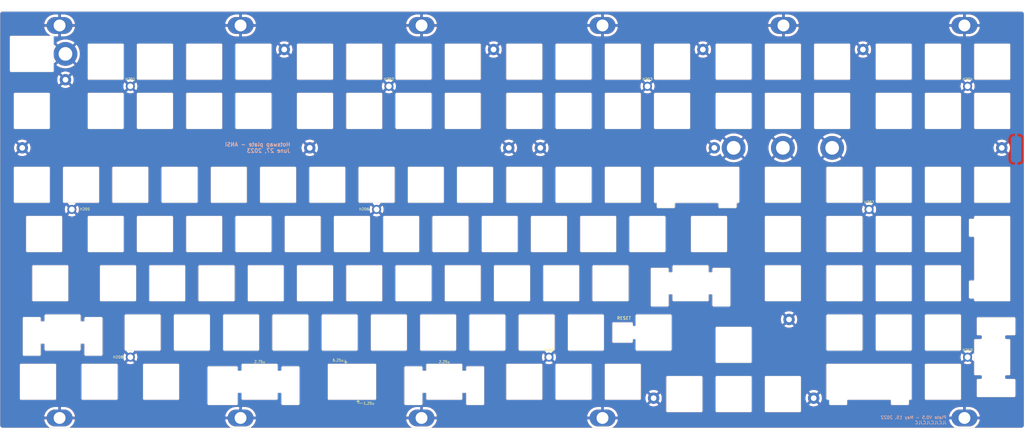
<source format=kicad_pcb>
(kicad_pcb (version 20221018) (generator pcbnew)
  (layers (0 "F.Cu" signal) (31 "B.Cu" signal) (34 "B.Paste" user) (35 "F.Paste" user) (36 "B.SilkS" user "B.Silkscreen") (37 "F.SilkS" user "F.Silkscreen") (38 "B.Mask" user) (39 "F.Mask" user) (44 "Edge.Cuts" user))
  (net 0 "")
  (net 1 "Mounting-hole")
  (footprint "Boston-3DP-plate-library:PEM-KF2-M3-ET_(solder-in)" (layer "F.Cu") (at 93 157.2)
    (fp_text reference "H308" hide)
    (fp_text value "MountingHole_Pad")
    (pad "1" thru_hole oval (at 0 0) (size 10 6.5) (drill 4.6) (layers "*.Cu" "*.Mask") (net 1 "Mounting-hole"))
  )
  (footprint "Boston-3DP-plate-library:PEM-KF2-M3-ET_(solder-in)" (layer "F.Cu") (at 373 5.375)
    (fp_text reference "H306")
    (fp_text value "MountingHole_Pad")
    (pad "1" thru_hole oval (at 0 0) (size 10 6.5) (drill 4.6) (layers "*.Cu" "*.Mask") (net 1 "Mounting-hole"))
  )
  (footprint "MountingHole:MountingHole_2.2mm_M2_Pad" (layer "F.Cu") (at 276.2623 52.7125)
    (fp_text reference "H508")
    (fp_text value "MountingHole_Pad")
    (pad "1" thru_hole circle (at 0 0) (size 4.4 4.4) (drill 2.2) (layers "*.Cu" "*.Mask") (net 1 "Mounting-hole"))
  )
  (footprint "MountingHole:MountingHole_2.2mm_M2_ISO7380_Pad" (layer "F.Cu") (at 145.613 76.525)
    (fp_text reference "H206" (at -4.85 -0.1) (layer "F.SilkS"))
    (fp_text value "MountingHole_Pad")
    (pad "1" thru_hole circle (at 0 0) (size 3.5 3.5) (drill 2.2) (layers "*.Cu" "*.Mask") (net 1 "Mounting-hole"))
  )
  (footprint "MountingHole:MountingHole_2.2mm_M2_ISO7380_Pad" (layer "F.Cu") (at 50.363 133.675)
    (fp_text reference "H208" (at -4.7625 0) (layer "F.SilkS"))
    (fp_text value "MountingHole_Pad")
    (pad "1" thru_hole circle (at 0 0) (size 3.5 3.5) (drill 2.2) (layers "*.Cu" "*.Mask") (net 1 "Mounting-hole"))
  )
  (footprint "Boston-3DP-plate-library:PEM-KF2-M3-ET_(solder-in)" (layer "F.Cu") (at 373 157.2)
    (fp_text reference "H311")
    (fp_text value "MountingHole_Pad")
    (pad "1" thru_hole oval (at 0 0) (size 10 6.5) (drill 4.6) (layers "*.Cu" "*.Mask") (net 1 "Mounting-hole"))
  )
  (footprint "MountingHole:MountingHole_2.2mm_M2_ISO7380_Pad" (layer "F.Cu") (at 50.363 28.9)
    (fp_text reference "H201" (at 0 -2.75) (layer "F.SilkS"))
    (fp_text value "MountingHole_Pad")
    (pad "1" thru_hole circle (at 0 0) (size 3.5 3.5) (drill 2.2) (layers "*.Cu" "*.Mask") (net 1 "Mounting-hole"))
  )
  (footprint "MountingHole:MountingHole_2.2mm_M2_ISO7380_Pad" (layer "F.Cu") (at 336.113 76.525)
    (fp_text reference "H207" (at 0 -2.75) (layer "F.SilkS"))
    (fp_text value "MountingHole_Pad")
    (pad "1" thru_hole circle (at 0 0) (size 3.5 3.5) (drill 2.2) (layers "*.Cu" "*.Mask") (net 1 "Mounting-hole"))
  )
  (footprint "Boston-3DP-plate-library:PEM-KF2-M3-ET_(solder-in)" (layer "F.Cu") (at 233 157.2)
    (fp_text reference "H310")
    (fp_text value "MountingHole_Pad")
    (pad "1" thru_hole oval (at 0 0) (size 10 6.5) (drill 4.6) (layers "*.Cu" "*.Mask") (net 1 "Mounting-hole"))
  )
  (footprint "MountingHole:MountingHole_5.3mm_M5_DIN965_Pad" (layer "F.Cu") (at 283.7255 52.7125)
    (fp_text reference "H102")
    (fp_text value "MountingHole_Pad")
    (pad "1" thru_hole circle (at 0 0) (size 9.2 9.2) (drill 5.3) (layers "*.Cu" "*.Mask") (net 1 "Mounting-hole"))
  )
  (footprint "MountingHole:MountingHole_2.2mm_M2_ISO7380_Pad" (layer "F.Cu") (at 374.213 133.675)
    (fp_text reference "H210" (at 0 -2.75) (layer "F.SilkS"))
    (fp_text value "MountingHole_Pad")
    (pad "1" thru_hole circle (at 0 0) (size 3.5 3.5) (drill 2.2) (layers "*.Cu" "*.Mask") (net 1 "Mounting-hole"))
  )
  (footprint "MountingHole:MountingHole_5.3mm_M5_DIN965_Pad" (layer "F.Cu") (at 321.8255 52.7125)
    (fp_text reference "H104")
    (fp_text value "MountingHole_Pad")
    (pad "1" thru_hole circle (at 0 0) (size 9.2 9.2) (drill 5.3) (layers "*.Cu" "*.Mask") (net 1 "Mounting-hole"))
  )
  (footprint "MountingHole:MountingHole_2.2mm_M2_Pad" (layer "F.Cu") (at 109.89425 14.675)
    (fp_text reference "H503")
    (fp_text value "MountingHole_Pad")
    (pad "1" thru_hole circle (at 0 0) (size 4.4 4.4) (drill 2.2) (layers "*.Cu" "*.Mask") (net 1 "Mounting-hole"))
  )
  (footprint "Boston-3DP-plate-library:PEM-KF2-M3-ET_(solder-in)" (layer "F.Cu") (at 233 5.375)
    (fp_text reference "H304")
    (fp_text value "MountingHole_Pad")
    (pad "1" thru_hole oval (at 0 0) (size 10 6.5) (drill 4.6) (layers "*.Cu" "*.Mask") (net 1 "Mounting-hole"))
  )
  (footprint "Boston-3DP-plate-library:PEM-KF2-M3-ET_(solder-in)" (layer "F.Cu") (at 23 5.375)
    (fp_text reference "H301")
    (fp_text value "MountingHole_Pad")
    (pad "1" thru_hole oval (at 0 0) (size 10 6.5) (drill 4.6) (layers "*.Cu" "*.Mask") (net 1 "Mounting-hole"))
  )
  (footprint "MountingHole:MountingHole_2.2mm_M2_Pad" (layer "F.Cu") (at 333.73175 14.675)
    (fp_text reference "H512")
    (fp_text value "MountingHole_Pad")
    (pad "1" thru_hole circle (at 0 0) (size 4.4 4.4) (drill 2.2) (layers "*.Cu" "*.Mask") (net 1 "Mounting-hole"))
  )
  (footprint "MountingHole:MountingHole_2.2mm_M2_Pad" (layer "F.Cu") (at 305.157 119.1)
    (fp_text reference "H511")
    (fp_text value "MountingHole_Pad")
    (pad "1" thru_hole circle (at 0 0) (size 4.4 4.4) (drill 2.2) (layers "*.Cu" "*.Mask") (net 1 "Mounting-hole"))
  )
  (footprint "MountingHole:MountingHole_2.2mm_M2_Pad" (layer "F.Cu") (at 190.85675 14.675)
    (fp_text reference "H101")
    (fp_text value "MountingHole_Pad")
    (pad "1" thru_hole circle (at 0 0) (size 4.4 4.4) (drill 2.2) (layers "*.Cu" "*.Mask") (net 1 "Mounting-hole"))
  )
  (footprint "Boston-3DP-plate-library:PEM-KF2-M3-ET_(solder-in)" (layer "F.Cu") (at 23 157.2)
    (fp_text reference "H307" hide)
    (fp_text value "MountingHole_Pad")
    (pad "1" thru_hole oval (at 0 0) (size 10 6.5) (drill 4.6) (layers "*.Cu" "*.Mask") (net 1 "Mounting-hole"))
  )
  (footprint "MountingHole:MountingHole_2.2mm_M2_Pad" (layer "F.Cu") (at 208.963 52.7125)
    (fp_text reference "H506")
    (fp_text value "MountingHole_Pad")
    (pad "1" thru_hole circle (at 0 0) (size 4.4 4.4) (drill 2.2) (layers "*.Cu" "*.Mask") (net 1 "Mounting-hole"))
  )
  (footprint "MountingHole:MountingHole_2.2mm_M2_Pad" (layer "F.Cu") (at 119.763 52.7125)
    (fp_text reference "H504")
    (fp_text value "MountingHole_Pad")
    (pad "1" thru_hole circle (at 0 0) (size 4.4 4.4) (drill 2.2) (layers "*.Cu" "*.Mask") (net 1 "Mounting-hole"))
  )
  (footprint "Boston-3DP-plate-library:PEM-KF2-M3-ET_(solder-in)" (layer "F.Cu") (at 163 5.375)
    (fp_text reference "H303")
    (fp_text value "MountingHole_Pad")
    (pad "1" thru_hole oval (at 0 0) (size 10 6.5) (drill 4.6) (layers "*.Cu" "*.Mask") (net 1 "Mounting-hole"))
  )
  (footprint "MountingHole:MountingHole_2.2mm_M2_Pad" (layer "F.Cu") (at 25.263 26.375)
    (fp_text reference "H502")
    (fp_text value "MountingHole_Pad")
    (pad "1" thru_hole circle (at 0 0) (size 4.4 4.4) (drill 2.2) (layers "*.Cu" "*.Mask") (net 1 "Mounting-hole"))
  )
  (footprint "MountingHole:MountingHole_2.2mm_M2_ISO7380_Pad" (layer "F.Cu") (at 250.388 28.9)
    (fp_text reference "H203" (at 0 -2.75) (layer "F.SilkS"))
    (fp_text value "MountingHole_Pad")
    (pad "1" thru_hole circle (at 0 0) (size 3.5 3.5) (drill 2.2) (layers "*.Cu" "*.Mask") (net 1 "Mounting-hole"))
  )
  (footprint "MountingHole:MountingHole_2.2mm_M2_Pad" (layer "F.Cu") (at 196.7623 52.7125)
    (fp_text reference "H505")
    (fp_text value "MountingHole_Pad")
    (pad "1" thru_hole circle (at 0 0) (size 4.4 4.4) (drill 2.2) (layers "*.Cu" "*.Mask") (net 1 "Mounting-hole"))
  )
  (footprint "MountingHole:MountingHole_2.2mm_M2_ISO7380_Pad" (layer "F.Cu") (at 150.3755 28.9)
    (fp_text reference "H202" (at 0 -2.75) (layer "F.SilkS"))
    (fp_text value "MountingHole_Pad")
    (pad "1" thru_hole circle (at 0 0) (size 3.5 3.5) (drill 2.2) (layers "*.Cu" "*.Mask") (net 1 "Mounting-hole"))
  )
  (footprint "MountingHole:MountingHole_2.2mm_M2_ISO7380_Pad" (layer "F.Cu") (at 212.288 133.675)
    (fp_text reference "H209" (at 0 -2.75) (layer "F.SilkS"))
    (fp_text value "MountingHole_Pad")
    (pad "1" thru_hole circle (at 0 0) (size 3.5 3.5) (drill 2.2) (layers "*.Cu" "*.Mask") (net 1 "Mounting-hole"))
  )
  (footprint "MountingHole:MountingHole_5.3mm_M5_DIN965_Pad" (layer "F.Cu") (at 25.263 16.375)
    (fp_text reference "H513")
    (fp_text value "MountingHole_Pad")
    (pad "1" thru_hole circle (at 0 0) (size 9.2 9.2) (drill 5.3) (layers "*.Cu" "*.Mask") (net 1 "Mounting-hole"))
  )
  (footprint "MountingHole:MountingHole_2.2mm_M2_Pad" (layer "F.Cu") (at 314.68175 149.531112)
    (fp_text reference "H514")
    (fp_text value "MountingHole_Pad")
    (pad "1" thru_hole circle (at 0 0) (size 4.4 4.4) (drill 2.2) (layers "*.Cu" "*.Mask") (net 1 "Mounting-hole"))
  )
  (footprint "MountingHole:MountingHole_2.2mm_M2_Pad" (layer "F.Cu") (at 271.81925 14.675)
    (fp_text reference "H507")
    (fp_text value "MountingHole_Pad")
    (pad "1" thru_hole circle (at 0 0) (size 4.4 4.4) (drill 2.2) (layers "*.Cu" "*.Mask") (net 1 "Mounting-hole"))
  )
  (footprint "MountingHole:MountingHole_5.3mm_M5_DIN965_Pad" (layer "F.Cu") (at 302.7755 52.7125)
    (fp_text reference "H103")
    (fp_text value "MountingHole_Pad")
    (pad "1" thru_hole circle (at 0 0) (size 9.2 9.2) (drill 5.3) (layers "*.Cu" "*.Mask") (net 1 "Mounting-hole"))
  )
  (footprint "Boston-3DP-plate-library:PEM-KF2-M3-ET_(solder-in)" (layer "F.Cu") (at 93 5.375)
    (fp_text reference "H302")
    (fp_text value "MountingHole_Pad")
    (pad "1" thru_hole oval (at 0 0) (size 10 6.5) (drill 4.6) (layers "*.Cu" "*.Mask") (net 1 "Mounting-hole"))
  )
  (footprint "MountingHole:MountingHole_2.2mm_M2_Pad" (layer "F.Cu") (at 8.563 52.7125)
    (fp_text reference "H501")
    (fp_text value "MountingHole_Pad")
    (pad "1" thru_hole circle (at 0 0) (size 4.4 4.4) (drill 2.2) (layers "*.Cu" "*.Mask") (net 1 "Mounting-hole"))
  )
  (footprint "MountingHole:MountingHole_2.2mm_M2_Pad" (layer "F.Cu") (at 252.76925 149.531112)
    (fp_text reference "H510")
    (fp_text value "MountingHole_Pad")
    (pad "1" thru_hole circle (at 0 0) (size 4.4 4.4) (drill 2.2) (layers "*.Cu" "*.Mask") (net 1 "Mounting-hole"))
  )
  (footprint "MountingHole:MountingHole_2.2mm_M2_Pad" (layer "F.Cu") (at 387.437 52.7125)
    (fp_text reference "H509")
    (fp_text value "MountingHole_Pad")
    (pad "1" thru_hole circle (at 0 0) (size 4.4 4.4) (drill 2.2) (layers "*.Cu" "*.Mask") (net 1 "Mounting-hole"))
  )
  (footprint "Boston-3DP-plate-library:PEM-KF2-M3-ET_(solder-in)" (layer "F.Cu") (at 303 5.375)
    (fp_text reference "H305")
    (fp_text value "MountingHole_Pad")
    (pad "1" thru_hole oval (at 0 0) (size 10 6.5) (drill 4.6) (layers "*.Cu" "*.Mask") (net 1 "Mounting-hole"))
  )
  (footprint "Boston-3DP-plate-library:6x6-Tact-switch-opening-enlarged" (layer "F.Cu") (at 241.263 124.15)
    (fp_text reference "H400")
    (fp_text value "MountingHole")
    (fp_line (start -4.5 -3.5) (end -4.5 3.5) (stroke (width 0.05)) (layer "Edge.Cuts"))
    (fp_line (start 3 -4) (end -4 -4) (stroke (width 0.05)) (layer "Edge.Cuts"))
    (fp_line (start 3 4) (end -4 4) (stroke (width 0.05)) (layer "Edge.Cuts"))
    (fp_line (start 3.5 -3.5) (end 3.5 -3) (stroke (width 0.05)) (layer "Edge.Cuts"))
    (fp_line (start 3.5 3.5) (end 3.5 3) (stroke (width 0.05)) (layer "Edge.Cuts"))
    (fp_arc (start -4.5 -3.5) (mid -4.353553 -3.853553) (end -4 -4) (stroke (width 0.05)) (layer "Edge.Cuts"))
    (fp_arc (start -4 4) (mid -4.353553 3.853553) (end -4.5 3.5) (stroke (width 0.05)) (layer "Edge.Cuts"))
    (fp_arc (start 3 -4) (mid 3.353553 -3.853554) (end 3.499998 -3.500002) (stroke (width 0.05)) (layer "Edge.Cuts"))
    (fp_arc (start 3.5 3) (mid 3.646447 2.646447) (end 4 2.5) (stroke (width 0.05)) (layer "Edge.Cuts"))
    (fp_arc (start 3.5 3.5) (mid 3.353554 3.853553) (end 3.000002 3.999998) (stroke (width 0.05)) (layer "Edge.Cuts"))
    (fp_arc (start 4 -2.5) (mid 3.646447 -2.646447) (end 3.5 -3) (stroke (width 0.05)) (layer "Edge.Cuts"))
  )
  (footprint "MountingHole:MountingHole_2.2mm_M2_ISO7380_Pad" (layer "F.Cu") (at 374.213 28.9)
    (fp_text reference "H204" (at 0 -2.75) (layer "F.SilkS"))
    (fp_text value "MountingHole_Pad")
    (pad "1" thru_hole circle (at 0 0) (size 3.5 3.5) (drill 2.2) (layers "*.Cu" "*.Mask") (net 1 "Mounting-hole"))
  )
  (footprint "Boston-3DP-plate-library:PEM-KF2-M3-ET_(solder-in)" (layer "F.Cu") (at 163 157.2)
    (fp_text reference "H309" hide)
    (fp_text value "MountingHole_Pad")
    (pad "1" thru_hole oval (at 0 0) (size 10 6.5) (drill 4.6) (layers "*.Cu" "*.Mask") (net 1 "Mounting-hole"))
  )
  (footprint "MountingHole:MountingHole_2.2mm_M2_ISO7380_Pad" (layer "F.Cu") (at 27.741125 76.525)
    (fp_text reference "H205" (at 5.021875 -0.1) (layer "F.SilkS"))
    (fp_text value "MountingHole_Pad")
    (pad "1" thru_hole circle (at 0 0) (size 3.5 3.5) (drill 2.2) (layers "*.Cu" "*.Mask") (net 1 "Mounting-hole"))
  )
  (footprint "Boston-3DP-plate-library:Pad-4x10mm" (layer "B.Cu") (at 393 53.25 180)
    (fp_text reference "TP1")
    (fp_text value "TestPoint")
    (pad "1" smd roundrect (at 0 0 180) (size 4 10) (layers "B.Cu" "B.Paste" "B.Mask") (net 1 "Mounting-hole"))
  )
  (gr_line (start 133.11154 135.461019) (end 134.302166 135.461019) (stroke (width 0.15)) (layer "F.SilkS"))
  (gr_line (start 138.469357 151.53447) (end 140.255296 151.53447) (stroke (width 0.15)) (layer "F.SilkS"))
  (gr_line (start 134.302166 135.461019) (end 133.706853 136.056332) (stroke (width 0.15)) (layer "F.SilkS"))
  (gr_line (start 133.706853 136.056332) (end 133.11154 135.461019) (stroke (width 0.15)) (layer "F.SilkS"))
  (gr_line (start 139.06467 150.939157) (end 137.874044 150.939157) (stroke (width 0.15)) (layer "F.SilkS"))
  (gr_line (start 137.874044 150.939157) (end 138.469357 150.343844) (stroke (width 0.15)) (layer "F.SilkS"))
  (gr_line (start 138.469357 150.343844) (end 138.469357 151.53447) (stroke (width 0.15)) (layer "F.SilkS"))
  (gr_line (start 138.469357 150.343844) (end 139.06467 150.939157) (stroke (width 0.15)) (layer "F.SilkS"))
  (gr_line (start 133.706853 134.865706) (end 133.11154 134.865706) (stroke (width 0.15)) (layer "F.SilkS"))
  (gr_line (start 133.706853 136.056332) (end 133.706853 134.865706) (stroke (width 0.15)) (layer "F.SilkS"))
  (gr_arc (start 209.763 44.925) (mid 209.616553 45.278553) (end 209.263 45.425) (stroke (width 0.1)) (layer "Edge.Cuts"))
  (gr_arc (start 376.738 12.875) (mid 376.884447 12.521447) (end 377.238 12.375) (stroke (width 0.1)) (layer "Edge.Cuts"))
  (gr_line (start 7.64425 136.7) (end 7.64425 149.7) (stroke (width 0.1)) (layer "Edge.Cuts"))
  (gr_arc (start 181.188 92.55) (mid 181.041553 92.903553) (end 180.688 93.05) (stroke (width 0.1)) (layer "Edge.Cuts"))
  (gr_arc (start 143.3755 117.65) (mid 143.521947 117.296447) (end 143.8755 117.15) (stroke (width 0.1)) (layer "Edge.Cuts"))
  (gr_line (start 260.55675 112.1) (end 273.55675 112.1) (stroke (width 0.1)) (layer "Edge.Cuts"))
  (gr_line (start 128.3005 26.375) (end 115.3005 26.375) (stroke (width 0.1)) (layer "Edge.Cuts"))
  (gr_arc (start 115.3005 45.425) (mid 114.946947 45.278553) (end 114.8005 44.925) (stroke (width 0.1)) (layer "Edge.Cuts"))
  (gr_line (start 134.3505 12.375) (end 147.3505 12.375) (stroke (width 0.1)) (layer "Edge.Cuts"))
  (gr_arc (start 333.088 79.05) (mid 333.441553 79.196447) (end 333.588 79.55) (stroke (width 0.1)) (layer "Edge.Cuts"))
  (gr_line (start 200.5255 130.65) (end 200.5255 117.65) (stroke (width 0.1)) (layer "Edge.Cuts"))
  (gr_arc (start 156.368799 137.699999) (mid 156.515246 137.346446) (end 156.868799 137.199999) (stroke (width 0.1)) (layer "Edge.Cuts"))
  (gr_line (start 104.488 93.05) (end 91.488 93.05) (stroke (width 0.1)) (layer "Edge.Cuts"))
  (gr_line (start 115.3005 45.425) (end 128.3005 45.425) (stroke (width 0.1)) (layer "Edge.Cuts"))
  (gr_line (start 66.888 92.55) (end 66.888 79.55) (stroke (width 0.1)) (layer "Edge.Cuts"))
  (gr_arc (start 371.688 111.6) (mid 371.541553 111.953553) (end 371.188 112.1) (stroke (width 0.1)) (layer "Edge.Cuts"))
  (gr_line (start 377.738 118.737) (end 377.738 124.737) (stroke (width 0.1)) (layer "Edge.Cuts"))
  (gr_arc (start 357.688 60.5) (mid 357.834447 60.146447) (end 358.188 60) (stroke (width 0.1)) (layer "Edge.Cuts"))
  (gr_line (start 233.863 44.925) (end 233.863 31.925) (stroke (width 0.1)) (layer "Edge.Cuts"))
  (gr_line (start 196.263 150.2) (end 209.263 150.2) (stroke (width 0.1)) (layer "Edge.Cuts"))
  (gr_arc (start 158.163 74) (mid 157.809447 73.853553) (end 157.663 73.5) (stroke (width 0.1)) (layer "Edge.Cuts"))
  (gr_arc (start 377.238 45.425) (mid 376.884447 45.278553) (end 376.738 44.925) (stroke (width 0.1)) (layer "Edge.Cuts"))
  (gr_arc (start 309.2755 31.425) (mid 309.629053 31.571447) (end 309.7755 31.925) (stroke (width 0.1)) (layer "Edge.Cuts"))
  (gr_arc (start 123.538 79.05) (mid 123.891553 79.196447) (end 124.038 79.55) (stroke (width 0.1)) (layer "Edge.Cuts"))
  (gr_arc (start 258.1755 154.9625) (mid 257.821947 154.816053) (end 257.6755 154.4625) (stroke (width 0.1)) (layer "Edge.Cuts"))
  (gr_line (start 377.238 140.675) (end 379.238 140.675) (stroke (width 0.1)) (layer "Edge.Cuts"))
  (gr_line (start 26.40675 98.6) (end 26.40675 111.6) (stroke (width 0.1)) (layer "Edge.Cuts"))
  (gr_line (start 358.188 150.2) (end 371.188 150.2) (stroke (width 0.1)) (layer "Edge.Cuts"))
  (gr_line (start 243.1005 98.6) (end 243.1005 111.6) (stroke (width 0.1)) (layer "Edge.Cuts"))
  (gr_arc (start 90.988 31.925) (mid 91.134447 31.571447) (end 91.488 31.425) (stroke (width 0.1)) (layer "Edge.Cuts"))
  (gr_line (start 320.088 79.05) (end 333.088 79.05) (stroke (width 0.1)) (layer "Edge.Cuts"))
  (gr_arc (start 38.313 73.5) (mid 38.166553 73.853553) (end 37.813 74) (stroke (width 0.1)) (layer "Edge.Cuts"))
  (gr_arc (start 119.275499 130.649999) (mid 119.129053 131.003553) (end 118.7755 131.15) (stroke (width 0.1)) (layer "Edge.Cuts"))
  (gr_arc (start 37.813 60) (mid 38.166553 60.146447) (end 38.313 60.5) (stroke (width 0.1)) (layer "Edge.Cuts"))
  (gr_line (start 9.23125 118.15) (end 15.23125 118.15) (stroke (width 0.1)) (layer "Edge.Cuts"))
  (gr_arc (start 296.2755 112.1) (mid 295.921947 111.953553) (end 295.7755 111.6) (stroke (width 0.1)) (layer "Edge.Cuts"))
  (gr_line (start 247.863 60.5) (end 247.863 73.5) (stroke (width 0.1)) (layer "Edge.Cuts"))
  (gr_arc (start 153.4005 45.425) (mid 153.046947 45.278553) (end 152.9005 44.925) (stroke (width 0.1)) (layer "Edge.Cuts"))
  (gr_line (start 375.238 111.013) (end 376.438 111.013) (stroke (width 0.1)) (layer "Edge.Cuts"))
  (gr_line (start 395 161) (end 1 161) (stroke (width 0.1)) (layer "Edge.Cuts"))
  (gr_line (start 104.988 31.925) (end 104.988 44.925) (stroke (width 0.1)) (layer "Edge.Cuts"))
  (gr_arc (start 181.4755 117.65) (mid 181.621947 117.296447) (end 181.9755 117.15) (stroke (width 0.1)) (layer "Edge.Cuts"))
  (gr_arc (start 52.1005 98.1) (mid 52.454053 98.246447) (end 52.6005 98.6) (stroke (width 0.1)) (layer "Edge.Cuts"))
  (gr_arc (start 245.76925 117.65) (mid 245.915697 117.296447) (end 246.26925 117.15) (stroke (width 0.1)) (layer "Edge.Cuts"))
  (gr_line (start 233.0755 117.15) (end 220.0755 117.15) (stroke (width 0.1)) (layer "Edge.Cuts"))
  (gr_line (start 267.200499 79.55) (end 267.200499 92.55) (stroke (width 0.1)) (layer "Edge.Cuts"))
  (gr_arc (start 277.2255 135.912501) (mid 276.871947 135.766054) (end 276.7255 135.412501) (stroke (width 0.1)) (layer "Edge.Cuts"))
  (gr_arc (start 72.438 45.425) (mid 72.084447 45.278553) (end 71.938 44.925) (stroke (width 0.1)) (layer "Edge.Cuts"))
  (gr_arc (start 376.738 79.55) (mid 376.884447 79.196447) (end 377.238 79.05) (stroke (width 0.1)) (layer "Edge.Cuts"))
  (gr_line (start 104.488 12.375) (end 91.488 12.375) (stroke (width 0.1)) (layer "Edge.Cuts"))
  (gr_line (start 17.16925 128.65) (end 17.16925 130.65) (stroke (width 0.1)) (layer "Edge.Cuts"))
  (gr_arc (start 5.263 60.5) (mid 5.409447 60.146447) (end 5.763 60) (stroke (width 0.1)) (layer "Edge.Cuts"))
  (gr_line (start 31.369254 128.449999) (end 32.40725 128.45) (stroke (width 0.1)) (layer "Edge.Cuts"))
  (gr_arc (start 114.8005 98.6) (mid 114.946947 98.246447) (end 115.3005 98.1) (stroke (width 0.1)) (layer "Edge.Cuts"))
  (gr_line (start 15.73125 118.65) (end 15.73125 119.65) (stroke (width 0.1)) (layer "Edge.Cuts"))
  (gr_arc (start 258.618751 113.600001) (mid 258.472293 113.953544) (end 258.11875 114.1) (stroke (width 0.1)) (layer "Edge.Cuts"))
  (gr_arc (start 276.7255 12.875) (mid 276.871947 12.521447) (end 277.2255 12.375) (stroke (width 0.1)) (layer "Edge.Cuts"))
  (gr_line (start 108.807299 137.699999) (end 108.807299 138.699999) (stroke (width 0.1)) (layer "Edge.Cuts"))
  (gr_line (start 85.438 12.375) (end 72.438 12.375) (stroke (width 0.1)) (layer "Edge.Cuts"))
  (gr_arc (start 395 0) (mid 395.707107 0.292893) (end 396 1) (stroke (width 0.1)) (layer "Edge.Cuts"))
  (gr_arc (start 187.244799 151.699999) (mid 187.098352 152.053552) (end 186.744799 152.199999) (stroke (width 0.1)) (layer "Edge.Cuts"))
  (gr_line (start 338.638 111.6) (end 338.638 98.6) (stroke (width 0.1)) (layer "Edge.Cuts"))
  (gr_arc (start 185.9505 44.925) (mid 185.804053 45.278553) (end 185.4505 45.425) (stroke (width 0.1)) (layer "Edge.Cuts"))
  (gr_line (start 333.588 130.65) (end 333.588 117.65) (stroke (width 0.1)) (layer "Edge.Cuts"))
  (gr_arc (start 266.913 44.925) (mid 266.766553 45.278553) (end 266.413 45.425) (stroke (width 0.1)) (layer "Edge.Cuts"))
  (gr_arc (start 371.188 31.425) (mid 371.541553 31.571447) (end 371.688 31.925) (stroke (width 0.1)) (layer "Edge.Cuts"))
  (gr_arc (start 133.8505 98.6) (mid 133.996947 98.246447) (end 134.3505 98.1) (stroke (width 0.1)) (layer "Edge.Cuts"))
  (gr_line (start 47.338 79.05) (end 34.338 79.05) (stroke (width 0.1)) (layer "Edge.Cuts"))
  (gr_arc (start 17.169246 119.650001) (mid 17.110654 119.791408) (end 16.969247 119.85) (stroke (width 0.1)) (layer "Edge.Cuts"))
  (gr_line (start 352.638 60.5) (end 352.638 73.5) (stroke (width 0.1)) (layer "Edge.Cuts"))
  (gr_line (start 152.613 73.5) (end 152.613 60.5) (stroke (width 0.1)) (layer "Edge.Cuts"))
  (gr_line (start 124.038 92.55) (end 124.038 79.55) (stroke (width 0.1)) (layer "Edge.Cuts"))
  (gr_line (start 351.551 150.5) (end 351.551 151.7) (stroke (width 0.1)) (layer "Edge.Cuts"))
  (gr_line (start 379.738 141.175) (end 379.738 141.613) (stroke (width 0.1)) (layer "Edge.Cuts"))
  (gr_line (start 33.838 12.875) (end 33.838 25.875) (stroke (width 0.1)) (layer "Edge.Cuts"))
  (gr_arc (start 376.438 87.137) (mid 376.650132 87.224868) (end 376.738 87.437) (stroke (width 0.1)) (layer "Edge.Cuts"))
  (gr_line (start 10.525501 79.05) (end 23.5255 79.05) (stroke (width 0.1)) (layer "Edge.Cuts"))
  (gr_arc (start 219.5755 117.65) (mid 219.721947 117.296447) (end 220.0755 117.15) (stroke (width 0.1)) (layer "Edge.Cuts"))
  (gr_arc (start 163.368803 147.699998) (mid 163.427383 147.558579) (end 163.568802 147.499999) (stroke (width 0.1)) (layer "Edge.Cuts"))
  (gr_line (start 148.638 93.05) (end 161.638 93.05) (stroke (width 0.1)) (layer "Edge.Cuts"))
  (gr_line (start 371.688 130.65) (end 371.688 117.65) (stroke (width 0.1)) (layer "Edge.Cuts"))
  (gr_line (start 271.6755 154.4625) (end 271.6755 141.4625) (stroke (width 0.1)) (layer "Edge.Cuts"))
  (gr_arc (start 258.81875 100.8) (mid 258.677304 100.741447) (end 258.618751 100.600001) (stroke (width 0.1)) (layer "Edge.Cuts"))
  (gr_line (start 243.388 79.55) (end 243.388 92.55) (stroke (width 0.1)) (layer "Edge.Cuts"))
  (gr_arc (start 234.363 74) (mid 234.009447 73.853553) (end 233.863 73.5) (stroke (width 0.1)) (layer "Edge.Cuts"))
  (gr_arc (start 379.238 140.675) (mid 379.591553 140.821447) (end 379.738 141.175) (stroke (width 0.1)) (layer "Edge.Cuts"))
  (gr_line (start 390.738 31.925) (end 390.738 44.925) (stroke (width 0.1)) (layer "Edge.Cuts"))
  (gr_arc (start 376.738 127.175) (mid 376.884447 126.821447) (end 377.238 126.675) (stroke (width 0.1)) (layer "Edge.Cuts"))
  (gr_line (start 185.4505 12.375) (end 172.4505 12.375) (stroke (width 0.1)) (layer "Edge.Cuts"))
  (gr_line (start 357.688 136.7) (end 357.688 149.7) (stroke (width 0.1)) (layer "Edge.Cuts"))
  (gr_arc (start 333.088 117.15) (mid 333.441553 117.296447) (end 333.588 117.65) (stroke (width 0.1)) (layer "Edge.Cuts"))
  (gr_line (start 276.7255 154.4625) (end 276.7255 141.4625) (stroke (width 0.1)) (layer "Edge.Cuts"))
  (gr_arc (start 107.369303 147.699998) (mid 107.427883 147.558579) (end 107.569302 147.499999) (stroke (width 0.1)) (layer "Edge.Cuts"))
  (gr_arc (start 85.438 31.425) (mid 85.791553 31.571447) (end 85.938 31.925) (stroke (width 0.1)) (layer "Edge.Cuts"))
  (gr_line (start 67.1755 130.65) (end 67.1755 117.65) (stroke (width 0.1)) (layer "Edge.Cuts"))
  (gr_line (start 234.363 12.375) (end 247.363 12.375) (stroke (width 0.1)) (layer "Edge.Cuts"))
  (gr_arc (start 148.138 79.55) (mid 148.284447 79.196447) (end 148.638 79.05) (stroke (width 0.1)) (layer "Edge.Cuts"))
  (gr_arc (start 80.6755 117.15) (mid 81.029053 117.296447) (end 81.1755 117.65) (stroke (width 0.1)) (layer "Edge.Cuts"))
  (gr_arc (start 163.568799 138.899999) (mid 163.42738 138.841419) (end 163.3688 138.7) (stroke (width 0.1)) (layer "Edge.Cuts"))
  (gr_arc (start 0 1) (mid 0.292893 0.292893) (end 1 0) (stroke (width 0.1)) (layer "Edge.Cuts"))
  (gr_line (start 47.838 92.55) (end 47.838 79.55) (stroke (width 0.1)) (layer "Edge.Cuts"))
  (gr_line (start 185.4505 98.1) (end 172.4505 98.1) (stroke (width 0.1)) (layer "Edge.Cuts"))
  (gr_arc (start 204.5005 98.1) (mid 204.854053 98.246447) (end 205.0005 98.6) (stroke (width 0.1)) (layer "Edge.Cuts"))
  (gr_line (start 374.738 104.513) (end 374.738 110.513) (stroke (width 0.1)) (layer "Edge.Cuts"))
  (gr_arc (start 185.9505 25.875) (mid 185.804053 26.228553) (end 185.4505 26.375) (stroke (width 0.1)) (layer "Edge.Cuts"))
  (gr_arc (start 377.238 74) (mid 376.884447 73.853553) (end 376.738 73.5) (stroke (width 0.1)) (layer "Edge.Cuts"))
  (gr_arc (start 75.913 60) (mid 76.266553 60.146447) (end 76.413 60.5) (stroke (width 0.1)) (layer "Edge.Cuts"))
  (gr_arc (start 319.588 117.65) (mid 319.734447 117.296447) (end 320.088 117.15) (stroke (width 0.1)) (layer "Edge.Cuts"))
  (gr_arc (start 161.638 79.05) (mid 161.991553 79.196447) (end 162.138 79.55) (stroke (width 0.1)) (layer "Edge.Cuts"))
  (gr_line (start 296.2755 93.05) (end 309.2755 93.05) (stroke (width 0.1)) (layer "Edge.Cuts"))
  (gr_line (start 34.338 93.05) (end 47.338 93.05) (stroke (width 0.1)) (layer "Edge.Cuts"))
  (gr_line (start 81.463 73.5) (end 81.463 60.5) (stroke (width 0.1)) (layer "Edge.Cuts"))
  (gr_arc (start 352.638 92.55) (mid 352.491553 92.903553) (end 352.138 93.05) (stroke (width 0.1)) (layer "Edge.Cuts"))
  (gr_arc (start 34.338 26.375) (mid 33.984447 26.228553) (end 33.838 25.875) (stroke (width 0.1)) (layer "Edge.Cuts"))
  (gr_arc (start 390.238 126.675) (mid 390.591553 126.821447) (end 390.738 127.175) (stroke (width 0.1)) (layer "Edge.Cuts"))
  (gr_line (start 166.9005 98.6) (end 166.9005 111.6) (stroke (width 0.1)) (layer "Edge.Cuts"))
  (gr_arc (start 285.463 60) (mid 285.816553 60.146447) (end 285.963 60.5) (stroke (width 0.1)) (layer "Edge.Cuts"))
  (gr_arc (start 26.40675 111.6) (mid 26.260311 111.953557) (end 25.90675 112.1) (stroke (width 0.1)) (layer "Edge.Cuts"))
  (gr_arc (start 390.238 12.375) (mid 390.591553 12.521447) (end 390.738 12.875) (stroke (width 0.1)) (layer "Edge.Cuts"))
  (gr_line (start 396 1) (end 396 160) (stroke (width 0.1)) (layer "Edge.Cuts"))
  (gr_arc (start 177.213 74) (mid 176.859447 73.853553) (end 176.713 73.5) (stroke (width 0.1)) (layer "Edge.Cuts"))
  (gr_line (start 12.40675 98.6) (end 12.40675 111.6) (stroke (width 0.1)) (layer "Edge.Cuts"))
  (gr_arc (start 290.7255 44.925) (mid 290.579053 45.278553) (end 290.2255 45.425) (stroke (width 0.1)) (layer "Edge.Cuts"))
  (gr_arc (start 309.2755 79.05) (mid 309.629053 79.196447) (end 309.7755 79.55) (stroke (width 0.1)) (layer "Edge.Cuts"))
  (gr_arc (start 124.038 92.55) (mid 123.891553 92.903553) (end 123.538 93.05) (stroke (width 0.1)) (layer "Edge.Cuts"))
  (gr_line (start 148.138 79.55) (end 148.138 92.55) (stroke (width 0.1)) (layer "Edge.Cuts"))
  (gr_line (start 72.438 31.425) (end 85.438 31.425) (stroke (width 0.1)) (layer "Edge.Cuts"))
  (gr_line (start 296.2755 140.9625) (end 309.2755 140.9625) (stroke (width 0.1)) (layer "Edge.Cuts"))
  (gr_arc (start 105.2755 117.65) (mid 105.421947 117.296447) (end 105.7755 117.15) (stroke (width 0.1)) (layer "Edge.Cuts"))
  (gr_arc (start 66.888 92.55) (mid 66.741553 92.903553) (end 66.388 93.05) (stroke (width 0.1)) (layer "Edge.Cuts"))
  (gr_arc (start 56.863 60) (mid 57.216553 60.146447) (end 57.363 60.5) (stroke (width 0.1)) (layer "Edge.Cuts"))
  (gr_line (start 390.238 26.375) (end 377.238 26.375) (stroke (width 0.1)) (layer "Edge.Cuts"))
  (gr_arc (start 357.688 12.875) (mid 357.834447 12.521447) (end 358.188 12.375) (stroke (width 0.1)) (layer "Edge.Cuts"))
  (gr_line (start 220.0755 131.15) (end 233.0755 131.15) (stroke (width 0.1)) (layer "Edge.Cuts"))
  (gr_line (start 339.138 12.375) (end 352.138 12.375) (stroke (width 0.1)) (layer "Edge.Cuts"))
  (gr_arc (start 53.388 26.375) (mid 53.034447 26.228553) (end 52.888 25.875) (stroke (width 0.1)) (layer "Edge.Cuts"))
  (gr_line (start 253.413 12.375) (end 266.413 12.375) (stroke (width 0.1)) (layer "Edge.Cuts"))
  (gr_line (start 352.638 98.6) (end 352.638 111.6) (stroke (width 0.1)) (layer "Edge.Cuts"))
  (gr_arc (start 257.388 92.55) (mid 257.241553 92.903553) (end 256.888 93.05) (stroke (width 0.1)) (layer "Edge.Cuts"))
  (gr_line (start 57.6505 98.6) (end 57.6505 111.6) (stroke (width 0.1)) (layer "Edge.Cuts"))
  (gr_line (start 224.0505 98.6) (end 224.0505 111.6) (stroke (width 0.1)) (layer "Edge.Cuts"))
  (gr_arc (start 81.463 60.5) (mid 81.609447 60.146447) (end 81.963 60) (stroke (width 0.1)) (layer "Edge.Cuts"))
  (gr_arc (start 378.238 125.237) (mid 377.884447 125.090553) (end 377.738 124.737) (stroke (width 0.1)) (layer "Edge.Cuts"))
  (gr_arc (start 95.463 73.5) (mid 95.316553 73.853553) (end 94.963 74) (stroke (width 0.1)) (layer "Edge.Cuts"))
  (gr_line (start 333.088 74) (end 320.088 74) (stroke (width 0.1)) (layer "Edge.Cuts"))
  (gr_line (start 34.338 26.375) (end 47.338 26.375) (stroke (width 0.1)) (layer "Edge.Cuts"))
  (gr_line (start 259.26925 117.15) (end 246.26925 117.15) (stroke (width 0.1)) (layer "Edge.Cuts"))
  (gr_arc (start 119.563 60.5) (mid 119.709447 60.146447) (end 120.063 60) (stroke (width 0.1)) (layer "Edge.Cuts"))
  (gr_arc (start 215.313 26.375) (mid 214.959447 26.228553) (end 214.813 25.875) (stroke (width 0.1)) (layer "Edge.Cuts"))
  (gr_arc (start 275.994749 114.100001) (mid 275.641171 113.953578) (end 275.49475 113.6) (stroke (width 0.1)) (layer "Edge.Cuts"))
  (gr_arc (start 271.6755 154.4625) (mid 271.529053 154.816053) (end 271.1755 154.9625) (stroke (width 0.1)) (layer "Edge.Cuts"))
  (gr_line (start 107.369299 136.699999) (end 107.369299 138.699999) (stroke (width 0.1)) (layer "Edge.Cuts"))
  (gr_arc (start 319.588 98.6) (mid 319.734447 98.246447) (end 320.088 98.1) (stroke (width 0.1)) (layer "Edge.Cuts"))
  (gr_line (start 195.4755 117.65) (end 195.4755 130.65) (stroke (width 0.1)) (layer "Edge.Cuts"))
  (gr_arc (start 166.9005 111.6) (mid 166.754053 111.953553) (end 166.4005 112.1) (stroke (width 0.1)) (layer "Edge.Cuts"))
  (gr_arc (start 166.4005 12.375) (mid 166.754053 12.521447) (end 166.9005 12.875) (stroke (width 0.1)) (layer "Edge.Cuts"))
  (gr_arc (start 327.675 151.7) (mid 327.528553 152.053553) (end 327.175 152.2) (stroke (width 0.1)) (layer "Edge.Cuts"))
  (gr_arc (start 224.838 93.05) (mid 224.484447 92.903553) (end 224.338 92.55) (stroke (width 0.1)) (layer "Edge.Cuts"))
  (gr_line (start 8.14425 136.2) (end 21.14425 136.2) (stroke (width 0.1)) (layer "Edge.Cuts"))
  (gr_line (start 80.20675 137.7) (end 80.20675 151.7) (stroke (width 0.1)) (layer "Edge.Cuts"))
  (gr_line (start 85.938 31.925) (end 85.938 44.925) (stroke (width 0.1)) (layer "Edge.Cuts"))
  (gr_arc (start 100.513 60.5) (mid 100.659447 60.146447) (end 101.013 60) (stroke (width 0.1)) (layer "Edge.Cuts"))
  (gr_line (start 377.238 112.1) (end 390.238 112.1) (stroke (width 0.1)) (layer "Edge.Cuts"))
  (gr_line (start 309.2755 79.05) (end 296.2755 79.05) (stroke (width 0.1)) (layer "Edge.Cuts"))
  (gr_arc (start 139.113 74) (mid 138.759447 73.853553) (end 138.613 73.5) (stroke (width 0.1)) (layer "Edge.Cuts"))
  (gr_line (start 133.8505 44.925) (end 133.8505 31.925) (stroke (width 0.1)) (layer "Edge.Cuts"))
  (gr_line (start 91.488 26.375) (end 104.488 26.375) (stroke (width 0.1)) (layer "Edge.Cuts"))
  (gr_arc (start 296.2755 93.05) (mid 295.921947 92.903553) (end 295.7755 92.55) (stroke (width 0.1)) (layer "Edge.Cuts"))
  (gr_arc (start 258.618754 109.599999) (mid 258.677323 109.458569) (end 258.818753 109.4) (stroke (width 0.1)) (layer "Edge.Cuts"))
  (gr_line (start 93.369299 136.699999) (end 93.369299 138.699999) (stroke (width 0.1)) (layer "Edge.Cuts"))
  (gr_arc (start 108.807295 138.7) (mid 108.748715 138.841419) (end 108.607296 138.899999) (stroke (width 0.1)) (layer "Edge.Cuts"))
  (gr_arc (start 31.169254 128.649999) (mid 31.227823 128.508569) (end 31.369253 128.45) (stroke (width 0.1)) (layer "Edge.Cuts"))
  (gr_line (start 379.238 142.113) (end 378.238 142.113) (stroke (width 0.1)) (layer "Edge.Cuts"))
  (gr_line (start 114.8005 25.875) (end 114.8005 12.875) (stroke (width 0.1)) (layer "Edge.Cuts"))
  (gr_arc (start 290.7255 154.4625) (mid 290.579053 154.816053) (end 290.2255 154.9625) (stroke (width 0.1)) (layer "Edge.Cuts"))
  (gr_arc (start 179.006799 138.899999) (mid 178.86538 138.841419) (end 178.8068 138.7) (stroke (width 0.1)) (layer "Edge.Cuts"))
  (gr_arc (start 280.700499 79.05) (mid 281.054053 79.196446) (end 281.200499 79.55) (stroke (width 0.1)) (layer "Edge.Cuts"))
  (gr_arc (start 267.200499 79.55) (mid 267.346945 79.196446) (end 267.700499 79.05) (stroke (width 0.1)) (layer "Edge.Cuts"))
  (gr_arc (start 377.238 140.675) (mid 376.884447 140.528553) (end 376.738 140.175) (stroke (width 0.1)) (layer "Edge.Cuts"))
  (gr_arc (start 162.868799 137.199999) (mid 163.222354 137.346444) (end 163.368799 137.699999) (stroke (width 0.1)) (layer "Edge.Cuts"))
  (gr_line (start 260.55675 98.1) (end 273.55675 98.1) (stroke (width 0.1)) (layer "Edge.Cuts"))
  (gr_line (start 71.938 92.55) (end 71.938 79.55) (stroke (width 0.1)) (layer "Edge.Cuts"))
  (gr_line (start 205.788 79.05) (end 218.788 79.05) (stroke (width 0.1)) (layer "Edge.Cuts"))
  (gr_line (start 258.818754 109.399999) (end 259.85675 109.4) (stroke (width 0.1)) (layer "Edge.Cuts"))
  (gr_arc (start 285.022445 74.146447) (mid 285.184656 74.03806) (end 285.375998 74) (stroke (width 0.2)) (layer "Edge.Cuts"))
  (gr_line (start 390.238 79.05) (end 377.238 79.05) (stroke (width 0.1)) (layer "Edge.Cuts"))
  (gr_arc (start 358.188 45.425) (mid 357.834447 45.278553) (end 357.688 44.925) (stroke (width 0.1)) (layer "Edge.Cuts"))
  (gr_line (start 18.763 31.425) (end 5.763 31.425) (stroke (width 0.1)) (layer "Edge.Cuts"))
  (gr_line (start 124.8255 131.15) (end 137.8255 131.15) (stroke (width 0.1)) (layer "Edge.Cuts"))
  (gr_line (start 114.8005 31.925) (end 114.8005 44.925) (stroke (width 0.1)) (layer "Edge.Cuts"))
  (gr_arc (start 352.638 73.5) (mid 352.491553 73.853553) (end 352.138 74) (stroke (width 0.1)) (layer "Edge.Cuts"))
  (gr_arc (start 234.363 45.425) (mid 234.009447 45.278553) (end 233.863 44.925) (stroke (width 0.1)) (layer "Edge.Cuts"))
  (gr_line (start 39.60725 118.65) (end 39.60725 119.65) (stroke (width 0.1)) (layer "Edge.Cuts"))
  (gr_line (start 378.238 149.113) (end 392.238 149.113) (stroke (width 0.1)) (layer "Edge.Cuts"))
  (gr_line (start 389.238 125.237) (end 392.238 125.237) (stroke (width 0.1)) (layer "Edge.Cuts"))
  (gr_arc (start 327.675 150.5) (mid 327.762868 150.287868) (end 327.975 150.2) (stroke (width 0.1)) (layer "Edge.Cuts"))
  (gr_arc (start 339.138 26.375) (mid 338.784447 26.228553) (end 338.638 25.875) (stroke (width 0.1)) (layer "Edge.Cuts"))
  (gr_line (start 105.2755 130.65) (end 105.2755 117.65) (stroke (width 0.1)) (layer "Edge.Cuts"))
  (gr_line (start 258.1755 154.9625) (end 271.1755 154.9625) (stroke (width 0.1)) (layer "Edge.Cuts"))
  (gr_line (start 352.638 130.65) (end 352.638 117.65) (stroke (width 0.1)) (layer "Edge.Cuts"))
  (gr_arc (start 137.8255 117.15) (mid 138.179053 117.296447) (end 138.3255 117.65) (stroke (width 0.1)) (layer "Edge.Cuts"))
  (gr_line (start 124.3255 117.65) (end 124.3255 130.65) (stroke (width 0.1)) (layer "Edge.Cuts"))
  (gr_line (start 252.11875 114.1) (end 258.11875 114.1) (stroke (width 0.1)) (layer "Edge.Cuts"))
  (gr_arc (start 32.607246 119.650001) (mid 32.548676 119.79143) (end 32.407247 119.85) (stroke (width 0.1)) (layer "Edge.Cuts"))
  (gr_arc (start 129.088 79.55) (mid 129.234447 79.196447) (end 129.588 79.05) (stroke (width 0.1)) (layer "Edge.Cuts"))
  (gr_arc (start 171.9505 98.6) (mid 172.096947 98.246447) (end 172.4505 98.1) (stroke (width 0.1)) (layer "Edge.Cuts"))
  (gr_line (start 276.7255 25.875) (end 276.7255 12.875) (stroke (width 0.1)) (layer "Edge.Cuts"))
  (gr_arc (start 328.325502 12.374998) (mid 328.679055 12.521446) (end 328.8255 12.875) (stroke (width 0.1)) (layer "Edge.Cuts"))
  (gr_arc (start 34.338 45.425) (mid 33.984447 45.278553) (end 33.838 44.925) (stroke (width 0.1)) (layer "Edge.Cuts"))
  (gr_line (start 275.99475 114.1) (end 281.99475 114.1) (stroke (width 0.1)) (layer "Edge.Cuts"))
  (gr_line (start 39.60725 132.65) (end 39.60725 119.65) (stroke (width 0.1)) (layer "Edge.Cuts"))
  (gr_line (start 390.238 45.425) (end 377.238 45.425) (stroke (width 0.1)) (layer "Edge.Cuts"))
  (gr_line (start 95.750499 111.6) (end 95.750499 98.6) (stroke (width 0.1)) (layer "Edge.Cuts"))
  (gr_line (start 76.7005 111.6) (end 76.700499 98.6) (stroke (width 0.1)) (layer "Edge.Cuts"))
  (gr_line (start 309.7755 111.6) (end 309.7755 98.6) (stroke (width 0.1)) (layer "Edge.Cuts"))
  (gr_arc (start 390.738 111.6) (mid 390.591553 111.953553) (end 390.238 112.1) (stroke (width 0.1)) (layer "Edge.Cuts"))
  (gr_line (start 219.288 79.55) (end 219.288 92.55) (stroke (width 0.1)) (layer "Edge.Cuts"))
  (gr_line (start 309.7755 12.875) (end 309.7755 25.875) (stroke (width 0.1)) (layer "Edge.Cuts"))
  (gr_arc (start 52.888 31.925) (mid 53.034447 31.571447) (end 53.388 31.425) (stroke (width 0.1)) (layer "Edge.Cuts"))
  (gr_arc (start 164.606799 147.499999) (mid 164.748221 147.558576) (end 164.806798 147.699998) (stroke (width 0.1)) (layer "Edge.Cuts"))
  (gr_line (start 138.613 60.5) (end 138.613 73.5) (stroke (width 0.1)) (layer "Edge.Cuts"))
  (gr_line (start 234.363 136.2) (end 247.363 136.2) (stroke (width 0.1)) (layer "Edge.Cuts"))
  (gr_line (start 191.0005 98.6) (end 191.0005 111.6) (stroke (width 0.1)) (layer "Edge.Cuts"))
  (gr_line (start 274.05675 98.6) (end 274.05675 100.6) (stroke (width 0.1)) (layer "Edge.Cuts"))
  (gr_arc (start 9.23125 133.15) (mid 8.877697 133.003553) (end 8.73125 132.65) (stroke (width 0.1)) (layer "Edge.Cuts"))
  (gr_line (start 85.938 25.875) (end 85.938 12.875) (stroke (width 0.1)) (layer "Edge.Cuts"))
  (gr_line (start 314.8255 25.875) (end 314.8255 12.875) (stroke (width 0.1)) (layer "Edge.Cuts"))
  (gr_line (start 5.763 60) (end 18.763 60) (stroke (width 0.1)) (layer "Edge.Cuts"))
  (gr_arc (start 339.138 112.1) (mid 338.784447 111.953553) (end 338.638 111.6) (stroke (width 0.1)) (layer "Edge.Cuts"))
  (gr_line (start 10.0255 92.55) (end 10.025501 79.55) (stroke (width 0.1)) (layer "Edge.Cuts"))
  (gr_line (start 128.8005 12.875) (end 128.8005 25.875) (stroke (width 0.1)) (layer "Edge.Cuts"))
  (gr_arc (start 376.438 111.013) (mid 376.650132 111.100868) (end 376.738 111.313) (stroke (width 0.1)) (layer "Edge.Cuts"))
  (gr_line (start 247.863 31.925) (end 247.863 44.925) (stroke (width 0.1)) (layer "Edge.Cuts"))
  (gr_arc (start 20.763 22.875) (mid 20.616553 23.228553) (end 20.263 23.375) (stroke (width 0.1)) (layer "Edge.Cuts"))
  (gr_line (start 139.113 74) (end 152.113 74) (stroke (width 0.1)) (layer "Edge.Cuts"))
  (gr_arc (start 390.238 31.425) (mid 390.591553 31.571447) (end 390.738 31.925) (stroke (width 0.1)) (layer "Edge.Cuts"))
  (gr_arc (start 284.875998 74.5) (mid 284.914065 74.308661) (end 285.022445 74.146447) (stroke (width 0.2)) (layer "Edge.Cuts"))
  (gr_arc (start 153.4005 26.375) (mid 153.046947 26.228553) (end 152.9005 25.875) (stroke (width 0.1)) (layer "Edge.Cuts"))
  (gr_line (start 119.563 60.5) (end 119.563 73.5) (stroke (width 0.1)) (layer "Edge.Cuts"))
  (gr_arc (start 86.7255 131.150001) (mid 86.371946 131.003554) (end 86.225499 130.65) (stroke (width 0.1)) (layer "Edge.Cuts"))
  (gr_line (start 86.7255 131.15) (end 99.7255 131.15) (stroke (width 0.1)) (layer "Edge.Cuts"))
  (gr_line (start 187.244799 151.699999) (end 187.244799 138.699999) (stroke (width 0.1)) (layer "Edge.Cuts"))
  (gr_arc (start 352.638 149.7) (mid 352.491553 150.053553) (end 352.138 150.2) (stroke (width 0.1)) (layer "Edge.Cuts"))
  (gr_line (start 32.407246 119.850001) (end 31.36925 119.85) (stroke (width 0.1)) (layer "Edge.Cuts"))
  (gr_arc (start 209.263 31.425) (mid 209.616553 31.571447) (end 209.763 31.925) (stroke (width 0.1)) (layer "Edge.Cuts"))
  (gr_line (start 52.1005 112.1) (end 39.1005 112.1) (stroke (width 0.1)) (layer "Edge.Cuts"))
  (gr_arc (start 178.8068 149.7) (mid 178.660353 150.053553) (end 178.306799 150.199999) (stroke (width 0.1)) (layer "Edge.Cuts"))
  (gr_arc (start 357.688 79.55) (mid 357.834447 79.196447) (end 358.188 79.05) (stroke (width 0.1)) (layer "Edge.Cuts"))
  (gr_line (start 147.3505 26.375) (end 134.3505 26.375) (stroke (width 0.1)) (layer "Edge.Cuts"))
  (gr_arc (start 3.763 9.875) (mid 3.909447 9.521447) (end 4.263 9.375) (stroke (width 0.1)) (layer "Edge.Cuts"))
  (gr_line (start 215.313 31.425) (end 228.313 31.425) (stroke (width 0.1)) (layer "Edge.Cuts"))
  (gr_arc (start 32.40725 128.45) (mid 32.548696 128.508553) (end 32.607249 128.649999) (stroke (width 0.1)) (layer "Edge.Cuts"))
  (gr_arc (start 377.738 118.737) (mid 377.884447 118.383447) (end 378.238 118.237) (stroke (width 0.1)) (layer "Edge.Cuts"))
  (gr_arc (start 196.263 45.425) (mid 195.909447 45.278553) (end 195.763 44.925) (stroke (width 0.1)) (layer "Edge.Cuts"))
  (gr_arc (start 134.3505 45.425) (mid 133.996947 45.278553) (end 133.8505 44.925) (stroke (width 0.1)) (layer "Edge.Cuts"))
  (gr_arc (start 156.8755 117.15) (mid 157.229053 117.296447) (end 157.3755 117.65) (stroke (width 0.1)) (layer "Edge.Cuts"))
  (gr_line (start 91.431299 137.199999) (end 80.70675 137.2) (stroke (width 0.1)) (layer "Edge.Cuts"))
  (gr_arc (start 333.088 60) (mid 333.441553 60.146447) (end 333.588 60.5) (stroke (width 0.1)) (layer "Edge.Cuts"))
  (gr_arc (start 259.76925 130.65) (mid 259.622803 131.003553) (end 259.26925 131.15) (stroke (width 0.1)) (layer "Edge.Cuts"))
  (gr_arc (start 39.60725 132.65) (mid 39.460803 133.003553) (end 39.10725 133.15) (stroke (width 0.1)) (layer "Edge.Cuts"))
  (gr_line (start 352.138 112.1) (end 339.138 112.1) (stroke (width 0.1)) (layer "Edge.Cuts"))
  (gr_line (start 47.338 12.375) (end 34.338 12.375) (stroke (width 0.1)) (layer "Edge.Cuts"))
  (gr_line (start 338.638 44.925) (end 338.638 31.925) (stroke (width 0.1)) (layer "Edge.Cuts"))
  (gr_line (start 392.738 124.737) (end 392.738 118.737) (stroke (width 0.1)) (layer "Edge.Cuts"))
  (gr_line (start 85.438 45.425) (end 72.438 45.425) (stroke (width 0.1)) (layer "Edge.Cuts"))
  (gr_arc (start 247.863 73.5) (mid 247.716553 73.853553) (end 247.363 74) (stroke (width 0.1)) (layer "Edge.Cuts"))
  (gr_arc (start 224.0505 111.6) (mid 223.904053 111.953553) (end 223.5505 112.1) (stroke (width 0.1)) (layer "Edge.Cuts"))
  (gr_arc (start 21.14425 136.2) (mid 21.497779 136.346471) (end 21.64425 136.7) (stroke (width 0.1)) (layer "Edge.Cuts"))
  (gr_line (start 371.688 111.6) (end 371.688 98.6) (stroke (width 0.1)) (layer "Edge.Cuts"))
  (gr_line (start 376.738 127.175) (end 376.738 140.175) (stroke (width 0.1)) (layer "Edge.Cuts"))
  (gr_arc (start 333.588 92.55) (mid 333.441553 92.903553) (end 333.088 93.05) (stroke (width 0.1)) (layer "Edge.Cuts"))
  (gr_arc (start 20.263 9.375) (mid 20.616553 9.521447) (end 20.763 9.875) (stroke (width 0.1)) (layer "Edge.Cuts"))
  (gr_arc (start 245.56925 126.65) (mid 245.710671 126.708579) (end 245.76925 126.85) (stroke (width 0.1)) (layer "Edge.Cuts"))
  (gr_arc (start 99.7255 117.15) (mid 100.079053 117.296447) (end 100.2255 117.65) (stroke (width 0.1)) (layer "Edge.Cuts"))
  (gr_line (start 110.038 79.55) (end 110.038 92.55) (stroke (width 0.1)) (layer "Edge.Cuts"))
  (gr_arc (start 209.763 149.7) (mid 209.616553 150.053553) (end 209.263 150.2) (stroke (width 0.1)) (layer "Edge.Cuts"))
  (gr_arc (start 152.9005 31.925) (mid 153.046947 31.571447) (end 153.4005 31.425) (stroke (width 0.1)) (layer "Edge.Cuts"))
  (gr_line (start 266.913 12.875) (end 266.913 25.875) (stroke (width 0.1)) (layer "Edge.Cuts"))
  (gr_arc (start 171.663 73.5) (mid 171.516553 73.853553) (end 171.163 74) (stroke (width 0.1)) (layer "Edge.Cuts"))
  (gr_arc (start 185.4505 12.375) (mid 185.804053 12.521447) (end 185.9505 12.875) (stroke (width 0.1)) (layer "Edge.Cuts"))
  (gr_arc (start 153.4005 112.1) (mid 153.046947 111.953553) (end 152.9005 111.6) (stroke (width 0.1)) (layer "Edge.Cuts"))
  (gr_line (start 143.3755 117.65) (end 143.3755 130.65) (stroke (width 0.1)) (layer "Edge.Cuts"))
  (gr_arc (start 295.7755 31.925) (mid 295.921947 31.571447) (end 296.2755 31.425) (stroke (width 0.1)) (layer "Edge.Cuts"))
  (gr_arc (start 209.763 73.5) (mid 209.616553 73.853553) (end 209.263 74) (stroke (width 0.1)) (layer "Edge.Cuts"))
  (gr_line (start 205.0005 111.6) (end 205.0005 98.6) (stroke (width 0.1)) (layer "Edge.Cuts"))
  (gr_line (start 339.138 131.15) (end 352.138 131.15) (stroke (width 0.1)) (layer "Edge.Cuts"))
  (gr_arc (start 181.9755 131.15) (mid 181.621947 131.003553) (end 181.4755 130.65) (stroke (width 0.1)) (layer "Edge.Cuts"))
  (gr_line (start 118.7755 131.15) (end 105.7755 131.15) (stroke (width 0.1)) (layer "Edge.Cuts"))
  (gr_arc (start 205.788 93.05) (mid 205.434447 92.903553) (end 205.288 92.55) (stroke (width 0.1)) (layer "Edge.Cuts"))
  (gr_line (start 153.4005 12.375) (end 166.4005 12.375) (stroke (width 0.1)) (layer "Edge.Cuts"))
  (gr_arc (start 256.888 79.05) (mid 257.241553 79.196447) (end 257.388 79.55) (stroke (width 0.1)) (layer "Edge.Cuts"))
  (gr_arc (start 55.76925 150.2) (mid 55.415722 150.053528) (end 55.26925 149.7) (stroke (width 0.1)) (layer "Edge.Cuts"))
  (gr_arc (start 352.138 136.2) (mid 352.491553 136.346447) (end 352.638 136.7) (stroke (width 0.1)) (layer "Edge.Cuts"))
  (gr_line (start 52.6005 98.6) (end 52.6005 111.6) (stroke (width 0.1)) (layer "Edge.Cuts"))
  (gr_arc (start 333.588 111.6) (mid 333.441553 111.953553) (end 333.088 112.1) (stroke (width 0.1)) (layer "Edge.Cuts"))
  (gr_line (start 285.963 60.5) (end 285.963 73.5) (stroke (width 0.1)) (layer "Edge.Cuts"))
  (gr_line (start 215.313 150.2) (end 228.313 150.2) (stroke (width 0.1)) (layer "Edge.Cuts"))
  (gr_line (start 164.806799 147.699999) (end 164.806799 149.699999) (stroke (width 0.1)) (layer "Edge.Cuts"))
  (gr_line (start 17.66925 117.15) (end 30.66925 117.15) (stroke (width 0.1)) (layer "Edge.Cuts"))
  (gr_arc (start 379.738 126.175) (mid 379.591553 126.528553) (end 379.238 126.675) (stroke (width 0.1)) (layer "Edge.Cuts"))
  (gr_line (start 256.888 79.05) (end 243.888 79.05) (stroke (width 0.1)) (layer "Edge.Cuts"))
  (gr_arc (start 126.70675 136.7) (mid 126.853187 136.346437) (end 127.20675 136.2) (stroke (width 0.1)) (layer "Edge.Cuts"))
  (gr_line (start 320.375 150.2) (end 320.088 150.2) (stroke (width 0.1)) (layer "Edge.Cuts"))
  (gr_arc (start 12.90675 112.1) (mid 12.553197 111.953553) (end 12.40675 111.6) (stroke (width 0.1)) (layer "Edge.Cuts"))
  (gr_arc (start 47.338 12.375) (mid 47.691553 12.521447) (end 47.838 12.875) (stroke (width 0.1)) (layer "Edge.Cuts"))
  (gr_arc (start 152.9005 12.875) (mid 153.046947 12.521447) (end 153.4005 12.375) (stroke (width 0.1)) (layer "Edge.Cuts"))
  (gr_line (start 392.238 118.237) (end 378.238 118.237) (stroke (width 0.1)) (layer "Edge.Cuts"))
  (gr_arc (start 234.363 26.375) (mid 234.009447 26.228553) (end 233.863 25.875) (stroke (width 0.1)) (layer "Edge.Cuts"))
  (gr_arc (start 147.8505 44.925) (mid 147.704053 45.278553) (end 147.3505 45.425) (stroke (width 0.1)) (layer "Edge.Cuts"))
  (gr_arc (start 223.5505 98.1) (mid 223.904053 98.246447) (end 224.0505 98.6) (stroke (width 0.1)) (layer "Edge.Cuts"))
  (gr_arc (start 71.938 12.875) (mid 72.084447 12.521447) (end 72.438 12.375) (stroke (width 0.1)) (layer "Edge.Cuts"))
  (gr_line (start 48.6255 131.15) (end 61.6255 131.15) (stroke (width 0.1)) (layer "Edge.Cuts"))
  (gr_line (start 390.738 140.175) (end 390.738 127.175) (stroke (width 0.1)) (layer "Edge.Cuts"))
  (gr_line (start 93.169295 138.9) (end 92.131299 138.899999) (stroke (width 0.1)) (layer "Edge.Cuts"))
  (gr_arc (start 228.313 31.425) (mid 228.666553 31.571447) (end 228.813 31.925) (stroke (width 0.1)) (layer "Edge.Cuts"))
  (gr_arc (start 172.4505 112.1) (mid 172.096947 111.953553) (end 171.9505 111.6) (stroke (width 0.1)) (layer "Edge.Cuts"))
  (gr_arc (start 274.056751 111.600001) (mid 273.910293 111.953544) (end 273.55675 112.1) (stroke (width 0.1)) (layer "Edge.Cuts"))
  (gr_arc (start 69.26925 149.7) (mid 69.122814 150.053564) (end 68.76925 150.2) (stroke (width 0.1)) (layer "Edge.Cuts"))
  (gr_line (start 209.263 26.375) (end 196.263 26.375) (stroke (width 0.1)) (layer "Edge.Cuts"))
  (gr_arc (start 358.188 93.05) (mid 357.834447 92.903553) (end 357.688 92.55) (stroke (width 0.1)) (layer "Edge.Cuts"))
  (gr_arc (start 191.0005 98.6) (mid 191.146947 98.246447) (end 191.5005 98.1) (stroke (width 0.1)) (layer "Edge.Cuts"))
  (gr_line (start 33.10725 133.15) (end 39.10725 133.15) (stroke (width 0.1)) (layer "Edge.Cuts"))
  (gr_arc (start 233.863 136.7) (mid 234.009447 136.346447) (end 234.363 136.2) (stroke (width 0.1)) (layer "Edge.Cuts"))
  (gr_arc (start 86.2255 117.65) (mid 86.371947 117.296447) (end 86.7255 117.15) (stroke (width 0.1)) (layer "Edge.Cuts"))
  (gr_arc (start 90.7005 111.6) (mid 90.554053 111.953553) (end 90.2005 112.1) (stroke (width 0.1)) (layer "Edge.Cuts"))
  (gr_arc (start 371.188 136.2) (mid 371.541553 136.346447) (end 371.688 136.7) (stroke (width 0.1)) (layer "Edge.Cuts"))
  (gr_line (start 371.688 149.7) (end 371.688 136.7) (stroke (width 0.1)) (layer "Edge.Cuts"))
  (gr_line (start 85.438 93.05) (end 72.438 93.05) (stroke (width 0.1)) (layer "Edge.Cuts"))
  (gr_line (start 32.60725 132.65) (end 32.60725 128.65) (stroke (width 0.1)) (layer "Edge.Cuts"))
  (gr_line (start 378.238 125.237) (end 379.238 125.237) (stroke (width 0.1)) (layer "Edge.Cuts"))
  (gr_arc (start 309.7755 111.6) (mid 309.629053 111.953553) (end 309.2755 112.1) (stroke (width 0.1)) (layer "Edge.Cuts"))
  (gr_arc (start 371.688 149.7) (mid 371.541553 150.053553) (end 371.188 150.2) (stroke (width 0.1)) (layer "Edge.Cuts"))
  (gr_arc (start 30.66925 117.15) (mid 31.022779 117.296471) (end 31.16925 117.65) (stroke (width 0.1)) (layer "Edge.Cuts"))
  (gr_line (start 15.931254 128.449999) (end 16.96925 128.45) (stroke (width 0.1)) (layer "Edge.Cuts"))
  (gr_arc (start 371.688 92.55) (mid 371.541553 92.903553) (end 371.188 93.05) (stroke (width 0.1)) (layer "Edge.Cuts"))
  (gr_arc (start 228.813 73.5) (mid 228.666553 73.853553) (end 228.313 74) (stroke (width 0.1)) (layer "Edge.Cuts"))
  (gr_line (start 129.588 79.05) (end 142.588 79.05) (stroke (width 0.1)) (layer "Edge.Cuts"))
  (gr_arc (start 91.488 26.375) (mid 91.134447 26.228553) (end 90.988 25.875) (stroke (width 0.1)) (layer "Edge.Cuts"))
  (gr_arc (start 104.488 31.425) (mid 104.841553 31.571447) (end 104.988 31.925) (stroke (width 0.1)) (layer "Edge.Cuts"))
  (gr_arc (start 252.11875 114.1) (mid 251.765222 113.953528) (end 251.61875 113.6) (stroke (width 0.1)) (layer "Edge.Cuts"))
  (gr_line (start 295.7755 154.4625) (end 295.7755 141.4625) (stroke (width 0.1)) (layer "Edge.Cuts"))
  (gr_line (start 333.088 93.05) (end 320.088 93.05) (stroke (width 0.1)) (layer "Edge.Cuts"))
  (gr_arc (start 352.138 12.375) (mid 352.491553 12.521447) (end 352.638 12.875) (stroke (width 0.1)) (layer "Edge.Cuts"))
  (gr_arc (start 278.375998 76) (mid 278.022446 75.853553) (end 277.876 75.5) (stroke (width 0.2)) (layer "Edge.Cuts"))
  (gr_arc (start 315.3255 26.375) (mid 314.971947 26.228553) (end 314.8255 25.875) (stroke (width 0.1)) (layer "Edge.Cuts"))
  (gr_line (start 178.806799 147.699999) (end 178.806799 149.699999) (stroke (width 0.1)) (layer "Edge.Cuts"))
  (gr_line (start 379.738 125.737) (end 379.738 126.175) (stroke (width 0.1)) (layer "Edge.Cuts"))
  (gr_arc (start 162.4255 117.65) (mid 162.571947 117.296447) (end 162.9255 117.15) (stroke (width 0.1)) (layer "Edge.Cuts"))
  (gr_line (start 4.263 9.375) (end 20.263 9.375) (stroke (width 0.1)) (layer "Edge.Cuts"))
  (gr_arc (start 172.4505 26.375) (mid 172.096947 26.228553) (end 171.9505 25.875) (stroke (width 0.1)) (layer "Edge.Cuts"))
  (gr_line (start 157.663 60.5) (end 157.663 73.5) (stroke (width 0.1)) (layer "Edge.Cuts"))
  (gr_line (start 66.388 79.05) (end 53.388 79.05) (stroke (width 0.1)) (layer "Edge.Cuts"))
  (gr_line (start 90.988 92.55) (end 90.988 79.55) (stroke (width 0.1)) (layer "Edge.Cuts"))
  (gr_line (start 166.9005 12.875) (end 166.9005 25.875) (stroke (width 0.1)) (layer "Edge.Cuts"))
  (gr_arc (start 260.556749 112.100001) (mid 260.203171 111.953578) (end 260.05675 111.6) (stroke (width 0.1)) (layer "Edge.Cuts"))
  (gr_line (start 180.244799 137.699999) (end 180.244799 138.699999) (stroke (width 0.1)) (layer "Edge.Cuts"))
  (gr_line (start 62.1255 130.65) (end 62.1255 117.65) (stroke (width 0.1)) (layer "Edge.Cuts"))
  (gr_line (start 175.9255 117.15) (end 162.9255 117.15) (stroke (width 0.1)) (layer "Edge.Cuts"))
  (gr_line (start 275.99475 99.1) (end 281.99475 99.1) (stroke (width 0.1)) (layer "Edge.Cuts"))
  (gr_line (start 358.188 93.05) (end 371.188 93.05) (stroke (width 0.1)) (layer "Edge.Cuts"))
  (gr_line (start 260.999999 74.5) (end 261 75.5) (stroke (width 0.2)) (layer "Edge.Cuts"))
  (gr_line (start 66.888 25.875) (end 66.888 12.875) (stroke (width 0.1)) (layer "Edge.Cuts"))
  (gr_arc (start 253.413 45.425) (mid 253.059447 45.278553) (end 252.913 44.925) (stroke (width 0.1)) (layer "Edge.Cuts"))
  (gr_arc (start 237.838 79.05) (mid 238.191553 79.196447) (end 238.338 79.55) (stroke (width 0.1)) (layer "Edge.Cuts"))
  (gr_arc (start 72.438 26.375) (mid 72.084447 26.228553) (end 71.938 25.875) (stroke (width 0.1)) (layer "Edge.Cuts"))
  (gr_line (start 171.9505 98.6) (end 171.9505 111.6) (stroke (width 0.1)) (layer "Edge.Cuts"))
  (gr_line (start 80.6755 131.15) (end 67.6755 131.15) (stroke (width 0.1)) (layer "Edge.Cuts"))
  (gr_line (start 275.49475 99.6) (end 275.49475 100.6) (stroke (width 0.1)) (layer "Edge.Cuts"))
  (gr_line (start 161.638 79.05) (end 148.638 79.05) (stroke (width 0.1)) (layer "Edge.Cuts"))
  (gr_arc (start 186.738 93.05) (mid 186.384447 92.903553) (end 186.238 92.55) (stroke (width 0.1)) (layer "Edge.Cuts"))
  (gr_line (start 24.813 74) (end 37.813 74) (stroke (width 0.1)) (layer "Edge.Cuts"))
  (gr_line (start 94.963 74) (end 81.963 74) (stroke (width 0.1)) (layer "Edge.Cuts"))
  (gr_arc (start 5.263 31.925) (mid 5.409447 31.571447) (end 5.763 31.425) (stroke (width 0.1)) (layer "Edge.Cuts"))
  (gr_line (start 210.5505 98.1) (end 223.5505 98.1) (stroke (width 0.1)) (layer "Edge.Cuts"))
  (gr_arc (start 319.588 79.55) (mid 319.734447 79.196447) (end 320.088 79.05) (stroke (width 0.1)) (layer "Edge.Cuts"))
  (gr_line (start 186.738 79.05) (end 199.738 79.05) (stroke (width 0.1)) (layer "Edge.Cuts"))
  (gr_arc (start 24.313 60.5) (mid 24.459447 60.146447) (end 24.813 60) (stroke (width 0.1)) (layer "Edge.Cuts"))
  (gr_line (start 93.369299 147.699999) (end 93.369299 149.699999) (stroke (width 0.1)) (layer "Edge.Cuts"))
  (gr_arc (start 339.138 93.05) (mid 338.784447 92.903553) (end 338.638 92.55) (stroke (width 0.1)) (layer "Edge.Cuts"))
  (gr_line (start 296.2755 12.375) (end 309.2755 12.375) (stroke (width 0.1)) (layer "Edge.Cuts"))
  (gr_line (start 376.738 87.437) (end 376.738 103.713) (stroke (width 0.1)) (layer "Edge.Cuts"))
  (gr_arc (start 109.2505 98.1) (mid 109.604053 98.246447) (end 109.7505 98.6) (stroke (width 0.1)) (layer "Edge.Cuts"))
  (gr_arc (start 276.7255 141.4625) (mid 276.871947 141.108947) (end 277.2255 140.9625) (stroke (width 0.1)) (layer "Edge.Cuts"))
  (gr_line (start 133.063 60) (end 120.063 60) (stroke (width 0.1)) (layer "Edge.Cuts"))
  (gr_arc (start 195.763 31.925) (mid 195.909447 31.571447) (end 196.263 31.425) (stroke (width 0.1)) (layer "Edge.Cuts"))
  (gr_line (start 180.044795 138.9) (end 179.006799 138.899999) (stroke (width 0.1)) (layer "Edge.Cuts"))
  (gr_line (start 120.063 74) (end 133.063 74) (stroke (width 0.1)) (layer "Edge.Cuts"))
  (gr_arc (start 143.088 92.55) (mid 142.941553 92.903553) (end 142.588 93.05) (stroke (width 0.1)) (layer "Edge.Cuts"))
  (gr_line (start 180.244799 151.699999) (end 180.244799 147.699999) (stroke (width 0.1)) (layer "Edge.Cuts"))
  (gr_line (start 9.23125 133.15) (end 15.23125 133.15) (stroke (width 0.1)) (layer "Edge.Cuts"))
  (gr_line (start 247.863 12.875) (end 247.863 25.875) (stroke (width 0.1)) (layer "Edge.Cuts"))
  (gr_arc (start 339.138 74) (mid 338.784447 73.853553) (end 338.638 73.5) (stroke (width 0.1)) (layer "Edge.Cuts"))
  (gr_arc (start 247.863 44.925) (mid 247.716553 45.278553) (end 247.363 45.425) (stroke (width 0.1)) (layer "Edge.Cuts"))
  (gr_arc (start 167.188 79.55) (mid 167.334447 79.196447) (end 167.688 79.05) (stroke (width 0.1)) (layer "Edge.Cuts"))
  (gr_line (start 333.588 79.55) (end 333.588 92.55) (stroke (width 0.1)) (layer "Edge.Cuts"))
  (gr_arc (start 392.238 118.237) (mid 392.591553 118.383447) (end 392.738 118.737) (stroke (width 0.1)) (layer "Edge.Cuts"))
  (gr_line (start 309.7755 44.925) (end 309.7755 31.925) (stroke (width 0.1)) (layer "Edge.Cuts"))
  (gr_arc (start 90.988 79.55) (mid 91.134447 79.196447) (end 91.488 79.05) (stroke (width 0.1)) (layer "Edge.Cuts"))
  (gr_line (start 90.988 12.875) (end 90.988 25.875) (stroke (width 0.1)) (layer "Edge.Cuts"))
  (gr_arc (start 277.2255 45.425) (mid 276.871947 45.278553) (end 276.7255 44.925) (stroke (width 0.1)) (layer "Edge.Cuts"))
  (gr_arc (start 33.107249 133.150001) (mid 32.753671 133.003578) (end 32.60725 132.65) (stroke (width 0.1)) (layer "Edge.Cuts"))
  (gr_arc (start 12.40675 98.6) (mid 12.553197 98.246447) (end 12.90675 98.1) (stroke (width 0.1)) (layer "Edge.Cuts"))
  (gr_line (start 43.863 60) (end 56.863 60) (stroke (width 0.1)) (layer "Edge.Cuts"))
  (gr_line (start 371.188 136.2) (end 358.188 136.2) (stroke (width 0.1)) (layer "Edge.Cuts"))
  (gr_arc (start 371.688 44.925) (mid 371.541553 45.278553) (end 371.188 45.425) (stroke (width 0.1)) (layer "Edge.Cuts"))
  (gr_line (start 260.05675 109.6) (end 260.05675 111.6) (stroke (width 0.1)) (layer "Edge.Cuts"))
  (gr_arc (start 233.5755 130.65) (mid 233.429053 131.003553) (end 233.0755 131.15) (stroke (width 0.1)) (layer "Edge.Cuts"))
  (gr_arc (start 85.938 92.55) (mid 85.791553 92.903553) (end 85.438 93.05) (stroke (width 0.1)) (layer "Edge.Cuts"))
  (gr_line (start 352.138 79.05) (end 339.138 79.05) (stroke (width 0.1)) (layer "Edge.Cuts"))
  (gr_line (start 109.307299 152.199999) (end 115.307299 152.199999) (stroke (width 0.1)) (layer "Edge.Cuts"))
  (gr_line (start 209.263 60) (end 196.263 60) (stroke (width 0.1)) (layer "Edge.Cuts"))
  (gr_arc (start 91.488 45.425) (mid 91.134447 45.278553) (end 90.988 44.925) (stroke (width 0.1)) (layer "Edge.Cuts"))
  (gr_line (start 390.738 111.6) (end 390.738 79.55) (stroke (width 0.1)) (layer "Edge.Cuts"))
  (gr_arc (start 107.3693 149.7) (mid 107.222853 150.053553) (end 106.869299 150.199999) (stroke (width 0.1)) (layer "Edge.Cuts"))
  (gr_line (start 91.488 31.425) (end 104.488 31.425) (stroke (width 0.1)) (layer "Edge.Cuts"))
  (gr_line (start 8.14425 150.2) (end 21.14425 150.2) (stroke (width 0.1)) (layer "Edge.Cuts"))
  (gr_line (start 274.05675 109.6) (end 274.05675 111.6) (stroke (width 0.1)) (layer "Edge.Cuts"))
  (gr_line (start 228.313 45.425) (end 215.313 45.425) (stroke (width 0.1)) (layer "Edge.Cuts"))
  (gr_line (start 126.70675 136.7) (end 126.70675 149.7) (stroke (width 0.1)) (layer "Edge.Cuts"))
  (gr_line (start 352.138 26.375) (end 339.138 26.375) (stroke (width 0.1)) (layer "Edge.Cuts"))
  (gr_arc (start 15.731251 132.650001) (mid 15.584804 133.003554) (end 15.23125 133.15) (stroke (width 0.1)) (layer "Edge.Cuts"))
  (gr_line (start 147.8505 12.875) (end 147.8505 25.875) (stroke (width 0.1)) (layer "Edge.Cuts"))
  (gr_line (start 115.3005 12.375) (end 128.3005 12.375) (stroke (width 0.1)) (layer "Edge.Cuts"))
  (gr_line (start 371.188 98.1) (end 358.188 98.1) (stroke (width 0.1)) (layer "Edge.Cuts"))
  (gr_arc (start 66.388 79.05) (mid 66.741553 79.196447) (end 66.888 79.55) (stroke (width 0.1)) (layer "Edge.Cuts"))
  (gr_arc (start 185.4505 31.425) (mid 185.804053 31.571447) (end 185.9505 31.925) (stroke (width 0.1)) (layer "Edge.Cuts"))
  (gr_arc (start 390.238 79.05) (mid 390.591553 79.196447) (end 390.738 79.55) (stroke (width 0.1)) (layer "Edge.Cuts"))
  (gr_arc (start 108.807299 137.699999) (mid 108.953746 137.346446) (end 109.307299 137.199999) (stroke (width 0.1)) (layer "Edge.Cuts"))
  (gr_line (start 72.438 26.375) (end 85.438 26.375) (stroke (width 0.1)) (layer "Edge.Cuts"))
  (gr_line (start 114.8005 98.6) (end 114.8005 111.6) (stroke (width 0.1)) (layer "Edge.Cuts"))
  (gr_arc (start 377.238 26.375) (mid 376.884447 26.228553) (end 376.738 25.875) (stroke (width 0.1)) (layer "Edge.Cuts"))
  (gr_arc (start 166.4005 98.1) (mid 166.754053 98.246447) (end 166.9005 98.6) (stroke (width 0.1)) (layer "Edge.Cuts"))
  (gr_line (start 5.263 73.5) (end 5.263 60.5) (stroke (width 0.1)) (layer "Edge.Cuts"))
  (gr_line (start 114.513 73.5) (end 114.513 60.5) (stroke (width 0.1)) (layer "Edge.Cuts"))
  (gr_arc (start 344.251 150.2) (mid 344.463132 150.287868) (end 344.551 150.5) (stroke (width 0.1)) (layer "Edge.Cuts"))
  (gr_line (start 55.76925 136.2) (end 68.76925 136.2) (stroke (width 0.1)) (layer "Edge.Cuts"))
  (gr_arc (start 104.488 12.375) (mid 104.841553 12.521447) (end 104.988 12.875) (stroke (width 0.1)) (layer "Edge.Cuts"))
  (gr_arc (start 338.638 31.925) (mid 338.784447 31.571447) (end 339.138 31.425) (stroke (width 0.1)) (layer "Edge.Cuts"))
  (gr_line (start 223.5505 112.1) (end 210.5505 112.1) (stroke (width 0.1)) (layer "Edge.Cuts"))
  (gr_line (start 215.313 12.375) (end 228.313 12.375) (stroke (width 0.1)) (layer "Edge.Cuts"))
  (gr_arc (start 18.763 60) (mid 19.116553 60.146447) (end 19.263 60.5) (stroke (width 0.1)) (layer "Edge.Cuts"))
  (gr_line (start 271.1755 140.9625) (end 258.1755 140.9625) (stroke (width 0.1)) (layer "Edge.Cuts"))
  (gr_line (start 99.7255 117.15) (end 86.7255 117.15) (stroke (width 0.1)) (layer "Edge.Cuts"))
  (gr_line (start 328.8255 31.925) (end 328.8255 44.925) (stroke (width 0.1)) (layer "Edge.Cuts"))
  (gr_arc (start 171.163 60) (mid 171.516553 60.146447) (end 171.663 60.5) (stroke (width 0.1)) (layer "Edge.Cuts"))
  (gr_arc (start 320.088 150.2) (mid 319.734447 150.053553) (end 319.588 149.7) (stroke (width 0.1)) (layer "Edge.Cuts"))
  (gr_arc (start 290.2255 140.9625) (mid 290.579053 141.108947) (end 290.7255 141.4625) (stroke (width 0.1)) (layer "Edge.Cuts"))
  (gr_arc (start 377.238 112.1) (mid 376.884447 111.953553) (end 376.738 111.6) (stroke (width 0.1)) (layer "Edge.Cuts"))
  (gr_line (start 358.188 31.425) (end 371.188 31.425) (stroke (width 0.1)) (layer "Edge.Cuts"))
  (gr_line (start 176.713 73.5) (end 176.713 60.5) (stroke (width 0.1)) (layer "Edge.Cuts"))
  (gr_line (start 290.2255 26.375) (end 277.2255 26.375) (stroke (width 0.1)) (layer "Edge.Cuts"))
  (gr_line (start 237.838 93.05) (end 224.838 93.05) (stroke (width 0.1)) (layer "Edge.Cuts"))
  (gr_arc (start 172.4505 45.425) (mid 172.096947 45.278553) (end 171.9505 44.925) (stroke (width 0.1)) (layer "Edge.Cuts"))
  (gr_arc (start 44.95675 136.2) (mid 45.310279 136.346471) (end 45.45675 136.7) (stroke (width 0.1)) (layer "Edge.Cuts"))
  (gr_arc (start 320.375 150.2) (mid 320.587132 150.287868) (end 320.675 150.5) (stroke (width 0.1)) (layer "Edge.Cuts"))
  (gr_arc (start 358.188 131.15) (mid 357.834447 131.003553) (end 357.688 130.65) (stroke (width 0.1)) (layer "Edge.Cuts"))
  (gr_arc (start 85.938 25.875) (mid 85.791553 26.228553) (end 85.438 26.375) (stroke (width 0.1)) (layer "Edge.Cuts"))
  (gr_line (start 152.9005 25.875) (end 152.9005 12.875) (stroke (width 0.1)) (layer "Edge.Cuts"))
  (gr_line (start 327.675 150.5) (end 327.675 151.7) (stroke (width 0.1)) (layer "Edge.Cuts"))
  (gr_arc (start 245.76925 121.45) (mid 245.710671 121.591421) (end 245.56925 121.65) (stroke (width 0.1)) (layer "Edge.Cuts"))
  (gr_line (start 252.913 25.875) (end 252.913 12.875) (stroke (width 0.1)) (layer "Edge.Cuts"))
  (gr_arc (start 314.8255 31.925) (mid 314.971947 31.571447) (end 315.3255 31.425) (stroke (width 0.1)) (layer "Edge.Cuts"))
  (gr_line (start 333.088 117.15) (end 320.088 117.15) (stroke (width 0.1)) (layer "Edge.Cuts"))
  (gr_line (start 296.2755 45.425) (end 309.2755 45.425) (stroke (width 0.1)) (layer "Edge.Cuts"))
  (gr_arc (start 194.9755 117.15) (mid 195.329053 117.296447) (end 195.4755 117.65) (stroke (width 0.1)) (layer "Edge.Cuts"))
  (gr_line (start 228.813 73.5) (end 228.813 60.5) (stroke (width 0.1)) (layer "Edge.Cuts"))
  (gr_line (start 228.813 12.875) (end 228.813 25.875) (stroke (width 0.1)) (layer "Edge.Cuts"))
  (gr_arc (start 214.813 136.7) (mid 214.959447 136.346447) (end 215.313 136.2) (stroke (width 0.1)) (layer "Edge.Cuts"))
  (gr_arc (start 257.6755 141.4625) (mid 257.821947 141.108947) (end 258.1755 140.9625) (stroke (width 0.1)) (layer "Edge.Cuts"))
  (gr_line (start 266.413 26.375) (end 253.413 26.375) (stroke (width 0.1)) (layer "Edge.Cuts"))
  (gr_arc (start 144.96925 136.2) (mid 145.322779 136.346471) (end 145.46925 136.7) (stroke (width 0.1)) (layer "Edge.Cuts"))
  (gr_line (start 209.763 73.5) (end 209.763 60.5) (stroke (width 0.1)) (layer "Edge.Cuts"))
  (gr_line (start 133.563 73.5) (end 133.563 60.5) (stroke (width 0.1)) (layer "Edge.Cuts"))
  (gr_line (start 284.875998 74.5) (end 284.875994 75.5) (stroke (width 0.2)) (layer "Edge.Cuts"))
  (gr_line (start 277.876 75.5) (end 277.875999 74.499999) (stroke (width 0.2)) (layer "Edge.Cuts"))
  (gr_arc (start 10.025501 79.55) (mid 10.171948 79.196447) (end 10.525501 79.05) (stroke (width 0.1)) (layer "Edge.Cuts"))
  (gr_arc (start 371.688 25.875) (mid 371.541553 26.228553) (end 371.188 26.375) (stroke (width 0.1)) (layer "Edge.Cuts"))
  (gr_arc (start 38.6005 98.6) (mid 38.746947 98.246447) (end 39.1005 98.1) (stroke (width 0.1)) (layer "Edge.Cuts"))
  (gr_line (start 101.013 74) (end 114.013 74) (stroke (width 0.1)) (layer "Edge.Cuts"))
  (gr_line (start 31.16925 117.65) (end 31.16925 119.65) (stroke (width 0.1)) (layer "Edge.Cuts"))
  (gr_arc (start 77.2005 112.1) (mid 76.846947 111.953553) (end 76.7005 111.6) (stroke (width 0.1)) (layer "Edge.Cuts"))
  (gr_line (start 171.9505 12.875) (end 171.9505 25.875) (stroke (width 0.1)) (layer "Edge.Cuts"))
  (gr_line (start 166.4005 45.425) (end 153.4005 45.425) (stroke (width 0.1)) (layer "Edge.Cuts"))
  (gr_arc (start 147.8505 25.875) (mid 147.704053 26.228553) (end 147.3505 26.375) (stroke (width 0.1)) (layer "Edge.Cuts"))
  (gr_line (start 320.088 60) (end 333.088 60) (stroke (width 0.1)) (layer "Edge.Cuts"))
  (gr_line (start 233.863 73.5) (end 233.863 60.5) (stroke (width 0.1)) (layer "Edge.Cuts"))
  (gr_arc (start 396 160) (mid 395.707107 160.707107) (end 395 161) (stroke (width 0.1)) (layer "Edge.Cuts"))
  (gr_arc (start 47.838 25.875) (mid 47.691553 26.228553) (end 47.338 26.375) (stroke (width 0.1)) (layer "Edge.Cuts"))
  (gr_arc (start 120.063 74) (mid 119.709447 73.853553) (end 119.563 73.5) (stroke (width 0.1)) (layer "Edge.Cuts"))
  (gr_line (start 33.838 44.925) (end 33.838 31.925) (stroke (width 0.1)) (layer "Edge.Cuts"))
  (gr_line (start 275.49475 113.6) (end 275.49475 109.6) (stroke (width 0.1)) (layer "Edge.Cuts"))
  (gr_line (start 16.969246 119.850001) (end 15.93125 119.85) (stroke (width 0.1)) (layer "Edge.Cuts"))
  (gr_line (start 52.888 44.925) (end 52.888 31.925) (stroke (width 0.1)) (layer "Edge.Cuts"))
  (gr_line (start 253.413 45.425) (end 266.413 45.425) (stroke (width 0.1)) (layer "Edge.Cuts"))
  (gr_arc (start 76.413 73.5) (mid 76.266553 73.853553) (end 75.913 74) (stroke (width 0.1)) (layer "Edge.Cuts"))
  (gr_arc (start 275.494746 100.600001) (mid 275.436176 100.74143) (end 275.294747 100.8) (stroke (width 0.1)) (layer "Edge.Cuts"))
  (gr_line (start 56.863 74) (end 43.863 74) (stroke (width 0.1)) (layer "Edge.Cuts"))
  (gr_line (start 371.188 117.15) (end 358.188 117.15) (stroke (width 0.1)) (layer "Edge.Cuts"))
  (gr_arc (start 296.2755 26.375) (mid 295.921947 26.228553) (end 295.7755 25.875) (stroke (width 0.1)) (layer "Edge.Cuts"))
  (gr_line (start 75.913 60) (end 62.913 60) (stroke (width 0.1)) (layer "Edge.Cuts"))
  (gr_line (start 129.088 92.55) (end 129.088 79.55) (stroke (width 0.1)) (layer "Edge.Cuts"))
  (gr_line (start 277.2255 45.425) (end 290.2255 45.425) (stroke (width 0.1)) (layer "Edge.Cuts"))
  (gr_arc (start 196.263 150.2) (mid 195.909447 150.053553) (end 195.763 149.7) (stroke (width 0.1)) (layer "Edge.Cuts"))
  (gr_line (start 109.307299 137.199999) (end 115.307299 137.199999) (stroke (width 0.1)) (layer "Edge.Cuts"))
  (gr_arc (start 277.2255 26.375) (mid 276.871947 26.228553) (end 276.7255 25.875) (stroke (width 0.1)) (layer "Edge.Cuts"))
  (gr_arc (start 389.238 126.675) (mid 388.884447 126.528553) (end 388.738 126.175) (stroke (width 0.1)) (layer "Edge.Cuts"))
  (gr_arc (start 164.806799 136.699999) (mid 164.953246 136.346446) (end 165.306799 136.199999) (stroke (width 0.1)) (layer "Edge.Cuts"))
  (gr_line (start 53.388 31.425) (end 66.388 31.425) (stroke (width 0.1)) (layer "Edge.Cuts"))
  (gr_line (start 163.368799 137.699999) (end 163.368799 138.699999) (stroke (width 0.1)) (layer "Edge.Cuts"))
  (gr_line (start 128.3005 98.1) (end 115.3005 98.1) (stroke (width 0.1)) (layer "Edge.Cuts"))
  (gr_arc (start 285.963 73.5) (mid 285.816553 73.853554) (end 285.462999 74.000001) (stroke (width 0.1)) (layer "Edge.Cuts"))
  (gr_arc (start 328.825499 25.874999) (mid 328.679053 26.228553) (end 328.3255 26.375) (stroke (width 0.1)) (layer "Edge.Cuts"))
  (gr_arc (start 5.763 45.425) (mid 5.409447 45.278553) (end 5.263 44.925) (stroke (width 0.1)) (layer "Edge.Cuts"))
  (gr_arc (start 358.188 74) (mid 357.834447 73.853553) (end 357.688 73.5) (stroke (width 0.1)) (layer "Edge.Cuts"))
  (gr_arc (start 190.213 60) (mid 190.566553 60.146447) (end 190.713 60.5) (stroke (width 0.1)) (layer "Edge.Cuts"))
  (gr_arc (start 277.2255 154.9625) (mid 276.871947 154.816053) (end 276.7255 154.4625) (stroke (width 0.1)) (layer "Edge.Cuts"))
  (gr_arc (start 319.588 136.7) (mid 319.734447 136.346447) (end 320.088 136.2) (stroke (width 0.1)) (layer "Edge.Cuts"))
  (gr_arc (start 80.20675 137.7) (mid 80.353186 137.346436) (end 80.70675 137.2) (stroke (width 0.1)) (layer "Edge.Cuts"))
  (gr_line (start 295.7755 98.6) (end 295.7755 111.6) (stroke (width 0.1)) (layer "Edge.Cuts"))
  (gr_arc (start 376.738 103.713) (mid 376.650132 103.925132) (end 376.438 104.013) (stroke (width 0.1)) (layer "Edge.Cuts"))
  (gr_arc (start 220.0755 131.15) (mid 219.721947 131.003553) (end 219.5755 130.65) (stroke (width 0.1)) (layer "Edge.Cuts"))
  (gr_arc (start 201.0255 131.15) (mid 200.671947 131.003553) (end 200.5255 130.65) (stroke (width 0.1)) (layer "Edge.Cuts"))
  (gr_arc (start 114.8005 12.875) (mid 114.946947 12.521447) (end 115.3005 12.375) (stroke (width 0.1)) (layer "Edge.Cuts"))
  (gr_line (start 90.2005 112.1) (end 77.2005 112.1) (stroke (width 0.1)) (layer "Edge.Cuts"))
  (gr_line (start 290.2255 121.912501) (end 277.2255 121.912501) (stroke (width 0.1)) (layer "Edge.Cuts"))
  (gr_arc (start 352.138 117.15) (mid 352.491553 117.296447) (end 352.638 117.65) (stroke (width 0.1)) (layer "Edge.Cuts"))
  (gr_arc (start 259.26925 117.15) (mid 259.622803 117.296447) (end 259.76925 117.65) (stroke (width 0.1)) (layer "Edge.Cuts"))
  (gr_line (start 152.9005 111.6) (end 152.9005 98.6) (stroke (width 0.1)) (layer "Edge.Cuts"))
  (gr_line (start 371.688 92.55) (end 371.688 79.55) (stroke (width 0.1)) (layer "Edge.Cuts"))
  (gr_line (start 179.006803 147.499998) (end 180.044799 147.499999) (stroke (width 0.1)) (layer "Edge.Cuts"))
  (gr_arc (start 24.0255 92.55) (mid 23.879053 92.903553) (end 23.5255 93.05) (stroke (width 0.1)) (layer "Edge.Cuts"))
  (gr_line (start 171.163 60) (end 158.163 60) (stroke (width 0.1)) (layer "Edge.Cuts"))
  (gr_arc (start 93.169299 147.499999) (mid 93.310721 147.558576) (end 93.369298 147.699998) (stroke (width 0.1)) (layer "Edge.Cuts"))
  (gr_line (start 171.9505 44.925) (end 171.9505 31.925) (stroke (width 0.1)) (layer "Edge.Cuts"))
  (gr_arc (start 71.938 31.925) (mid 72.084447 31.571447) (end 72.438 31.425) (stroke (width 0.1)) (layer "Edge.Cuts"))
  (gr_line (start 187.244799 137.699999) (end 187.244799 138.699999) (stroke (width 0.1)) (layer "Edge.Cuts"))
  (gr_arc (start 388.738 141.175) (mid 388.884447 140.821447) (end 389.238 140.675) (stroke (width 0.1)) (layer "Edge.Cuts"))
  (gr_line (start 162.9255 131.15) (end 175.9255 131.15) (stroke (width 0.1)) (layer "Edge.Cuts"))
  (gr_line (start 333.588 60.5) (end 333.588 73.5) (stroke (width 0.1)) (layer "Edge.Cuts"))
  (gr_line (start 339.138 31.425) (end 352.138 31.425) (stroke (width 0.1)) (layer "Edge.Cuts"))
  (gr_line (start 290.7255 141.4625) (end 290.7255 154.4625) (stroke (width 0.1)) (layer "Edge.Cuts"))
  (gr_line (start 209.263 31.425) (end 196.263 31.425) (stroke (width 0.1)) (layer "Edge.Cuts"))
  (gr_line (start 152.9005 44.925) (end 152.9005 31.925) (stroke (width 0.1)) (layer "Edge.Cuts"))
  (gr_line (start 31.45675 136.7) (end 31.45675 149.7) (stroke (width 0.1)) (layer "Edge.Cuts"))
  (gr_arc (start 351.551 150.5) (mid 351.638868 150.287868) (end 351.851 150.2) (stroke (width 0.1)) (layer "Edge.Cuts"))
  (gr_line (start 258.61875 99.6) (end 258.61875 100.6) (stroke (width 0.1)) (layer "Edge.Cuts"))
  (gr_line (start 133.8505 98.6) (end 133.8505 111.6) (stroke (width 0.1)) (layer "Edge.Cuts"))
  (gr_arc (start 66.888 44.925) (mid 66.741553 45.278553) (end 66.388 45.425) (stroke (width 0.1)) (layer "Edge.Cuts"))
  (gr_line (start 229.6005 98.1) (end 242.6005 98.1) (stroke (width 0.1)) (layer "Edge.Cuts"))
  (gr_line (start 110.538 93.05) (end 123.538 93.05) (stroke (width 0.1)) (layer "Edge.Cuts"))
  (gr_line (start 252.11875 99.1) (end 258.11875 99.1) (stroke (width 0.1)) (layer "Edge.Cuts"))
  (gr_line (start 52.888 12.875) (end 52.888 25.875) (stroke (width 0.1)) (layer "Edge.Cuts"))
  (gr_line (start 374.738 80.637) (end 374.738 86.637) (stroke (width 0.1)) (layer "Edge.Cuts"))
  (gr_arc (start 219.288 92.55) (mid 219.141553 92.903553) (end 218.788 93.05) (stroke (width 0.1)) (layer "Edge.Cuts"))
  (gr_arc (start 358.188 112.1) (mid 357.834447 111.953553) (end 357.688 111.6) (stroke (width 0.1)) (layer "Edge.Cuts"))
  (gr_line (start 157.3755 130.65) (end 157.3755 117.65) (stroke (width 0.1)) (layer "Edge.Cuts"))
  (gr_arc (start 47.838 92.55) (mid 47.691553 92.903553) (end 47.338 93.05) (stroke (width 0.1)) (layer "Edge.Cuts"))
  (gr_arc (start 320.088 74) (mid 319.734447 73.853553) (end 319.588 73.5) (stroke (width 0.1)) (layer "Edge.Cuts"))
  (gr_line (start 260.49999 76) (end 254.499998 76) (stroke (width 0.2)) (layer "Edge.Cuts"))
  (gr_arc (start 371.188 79.05) (mid 371.541553 79.196447) (end 371.688 79.55) (stroke (width 0.1)) (layer "Edge.Cuts"))
  (gr_arc (start 147.3505 12.375) (mid 147.704053 12.521447) (end 147.8505 12.875) (stroke (width 0.1)) (layer "Edge.Cuts"))
  (gr_line (start 242.6005 112.1) (end 229.6005 112.1) (stroke (width 0.1)) (layer "Edge.Cuts"))
  (gr_arc (start 104.988 25.875) (mid 104.841553 26.228553) (end 104.488 26.375) (stroke (width 0.1)) (layer "Edge.Cuts"))
  (gr_line (start 108.807299 151.699999) (end 108.807299 147.699999) (stroke (width 0.1)) (layer "Edge.Cuts"))
  (gr_arc (start 175.9255 117.15) (mid 176.279053 117.296447) (end 176.4255 117.65) (stroke (width 0.1)) (layer "Edge.Cuts"))
  (gr_arc (start 128.3005 98.1) (mid 128.654053 98.246447) (end 128.8005 98.6) (stroke (width 0.1)) (layer "Edge.Cuts"))
  (gr_line (start 234.363 31.425) (end 247.363 31.425) (stroke (width 0.1)) (layer "Edge.Cuts"))
  (gr_arc (start 33.838 79.55) (mid 33.984447 79.196447) (end 34.338 79.05) (stroke (width 0.1)) (layer "Edge.Cuts"))
  (gr_line (start 190.713 60.5) (end 190.713 73.5) (stroke (width 0.1)) (layer "Edge.Cuts"))
  (gr_line (start 45.45675 136.7) (end 45.45675 149.7) (stroke (width 0.1)) (layer "Edge.Cuts"))
  (gr_line (start 37.813 60) (end 24.813 60) (stroke (width 0.1)) (layer "Edge.Cuts"))
  (gr_arc (start 129.588 93.05) (mid 129.234447 92.903553) (end 129.088 92.55) (stroke (width 0.1)) (layer "Edge.Cuts"))
  (gr_arc (start 228.813 149.7) (mid 228.666553 150.053553) (end 228.313 150.2) (stroke (width 0.1)) (layer "Edge.Cuts"))
  (gr_line (start 71.1505 98.1) (end 58.1505 98.1) (stroke (width 0.1)) (layer "Edge.Cuts"))
  (gr_line (start 180.744799 152.199999) (end 186.744799 152.199999) (stroke (width 0.1)) (layer "Edge.Cuts"))
  (gr_line (start 376.738 111.313) (end 376.738 111.6) (stroke (width 0.1)) (layer "Edge.Cuts"))
  (gr_line (start 295.7755 31.925) (end 295.7755 44.925) (stroke (width 0.1)) (layer "Edge.Cuts"))
  (gr_line (start 357.688 117.65) (end 357.688 130.65) (stroke (width 0.1)) (layer "Edge.Cuts"))
  (gr_arc (start 186.238 79.55) (mid 186.384447 79.196447) (end 186.738 79.05) (stroke (width 0.1)) (layer "Edge.Cuts"))
  (gr_arc (start 53.388 45.425) (mid 53.034447 45.278553) (end 52.888 44.925) (stroke (width 0.1)) (layer "Edge.Cuts"))
  (gr_line (start 309.2755 98.1) (end 296.2755 98.1) (stroke (width 0.1)) (layer "Edge.Cuts"))
  (gr_line (start 109.2505 112.1) (end 96.2505 112.1) (stroke (width 0.1)) (layer "Edge.Cuts"))
  (gr_line (start 352.638 12.875) (end 352.638 25.875) (stroke (width 0.1)) (layer "Edge.Cuts"))
  (gr_arc (start 190.713 73.5) (mid 190.566553 73.853553) (end 190.213 74) (stroke (width 0.1)) (layer "Edge.Cuts"))
  (gr_line (start 31.95675 150.2) (end 44.95675 150.2) (stroke (width 0.1)) (layer "Edge.Cuts"))
  (gr_arc (start 290.2255 121.912501) (mid 290.579053 122.058948) (end 290.7255 122.412501) (stroke (width 0.1)) (layer "Edge.Cuts"))
  (gr_line (start 277.375999 74) (end 261.499999 74) (stroke (width 0.2)) (layer "Edge.Cuts"))
  (gr_line (start 33.10725 118.15) (end 39.10725 118.15) (stroke (width 0.1)) (layer "Edge.Cuts"))
  (gr_arc (start 67.1755 117.65) (mid 67.321947 117.296447) (end 67.6755 117.15) (stroke (width 0.1)) (layer "Edge.Cuts"))
  (gr_line (start 185.9505 111.6) (end 185.9505 98.6) (stroke (width 0.1)) (layer "Edge.Cuts"))
  (gr_arc (start 171.9505 12.875) (mid 172.096947 12.521447) (end 172.4505 12.375) (stroke (width 0.1)) (layer "Edge.Cuts"))
  (gr_line (start 194.9755 131.15) (end 181.9755 131.15) (stroke (width 0.1)) (layer "Edge.Cuts"))
  (gr_line (start 309.7755 141.4625) (end 309.7755 154.4625) (stroke (width 0.1)) (layer "Edge.Cuts"))
  (gr_arc (start 176.713 60.5) (mid 176.859447 60.146447) (end 177.213 60) (stroke (width 0.1)) (layer "Edge.Cuts"))
  (gr_arc (start 91.9313 151.7) (mid 91.784853 152.053553) (end 91.431299 152.199999) (stroke (width 0.1)) (layer "Edge.Cuts"))
  (gr_line (start 339.138 93.05) (end 352.138 93.05) (stroke (width 0.1)) (layer "Edge.Cuts"))
  (gr_line (start 214.5255 117.65) (end 214.5255 130.65) (stroke (width 0.1)) (layer "Edge.Cuts"))
  (gr_arc (start 81.963 74) (mid 81.609447 73.853553) (end 81.463 73.5) (stroke (width 0.1)) (layer "Edge.Cuts"))
  (gr_line (start 228.313 26.375) (end 215.313 26.375) (stroke (width 0.1)) (layer "Edge.Cuts"))
  (gr_arc (start 352.638 111.6) (mid 352.491553 111.953553) (end 352.138 112.1) (stroke (width 0.1)) (layer "Edge.Cuts"))
  (gr_line (start 251.61875 99.6) (end 251.61875 113.6) (stroke (width 0.1)) (layer "Edge.Cuts"))
  (gr_arc (start 315.3255 45.425) (mid 314.971947 45.278553) (end 314.8255 44.925) (stroke (width 0.1)) (layer "Edge.Cuts"))
  (gr_arc (start 390.738 25.875) (mid 390.591553 26.228553) (end 390.238 26.375) (stroke (width 0.1)) (layer "Edge.Cuts"))
  (gr_arc (start 72.438 93.05) (mid 72.084447 92.903553) (end 71.938 92.55) (stroke (width 0.1)) (layer "Edge.Cuts"))
  (gr_arc (start 260.05675 98.6) (mid 260.203207 98.246457) (end 260.55675 98.1) (stroke (width 0.1)) (layer "Edge.Cuts"))
  (gr_line (start 24.313 60.5) (end 24.313 73.5) (stroke (width 0.1)) (layer "Edge.Cuts"))
  (gr_line (start 371.188 45.425) (end 358.188 45.425) (stroke (width 0.1)) (layer "Edge.Cuts"))
  (gr_line (start 191.5005 112.1) (end 204.5005 112.1) (stroke (width 0.1)) (layer "Edge.Cuts"))
  (gr_arc (start 375.238 87.137) (mid 374.884447 86.990553) (end 374.738 86.637) (stroke (width 0.1)) (layer "Edge.Cuts"))
  (gr_line (start 338.638 117.65) (end 338.638 130.65) (stroke (width 0.1)) (layer "Edge.Cuts"))
  (gr_arc (start 357.688 136.7) (mid 357.834447 136.346447) (end 358.188 136.2) (stroke (width 0.1)) (layer "Edge.Cuts"))
  (gr_line (start 357.688 60.5) (end 357.688 73.5) (stroke (width 0.1)) (layer "Edge.Cuts"))
  (gr_line (start 247.363 45.425) (end 234.363 45.425) (stroke (width 0.1)) (layer "Edge.Cuts"))
  (gr_arc (start 295.7755 98.6) (mid 295.921947 98.246447) (end 296.2755 98.1) (stroke (width 0.1)) (layer "Edge.Cuts"))
  (gr_line (start 388.738 126.175) (end 388.738 125.737) (stroke (width 0.1)) (layer "Edge.Cuts"))
  (gr_arc (start 10.5255 93.05) (mid 10.171947 92.903553) (end 10.0255 92.55) (stroke (width 0.1)) (layer "Edge.Cuts"))
  (gr_arc (start 90.2005 98.1) (mid 90.554053 98.246447) (end 90.7005 98.6) (stroke (width 0.1)) (layer "Edge.Cuts"))
  (gr_arc (start 228.813 25.875) (mid 228.666553 26.228553) (end 228.313 26.375) (stroke (width 0.1)) (layer "Edge.Cuts"))
  (gr_arc (start 271.1755 140.9625) (mid 271.529053 141.108947) (end 271.6755 141.4625) (stroke (width 0.1)) (layer "Edge.Cuts"))
  (gr_arc (start 282.49475 113.6) (mid 282.348297 113.953547) (end 281.99475 114.1) (stroke (width 0.1)) (layer "Edge.Cuts"))
  (gr_arc (start 275.29475 109.4) (mid 275.436196 109.458553) (end 275.494749 109.599999) (stroke (width 0.1)) (layer "Edge.Cuts"))
  (gr_arc (start 164.806795 138.7) (mid 164.748215 138.841419) (end 164.606796 138.899999) (stroke (width 0.1)) (layer "Edge.Cuts"))
  (gr_arc (start 180.244795 138.7) (mid 180.186215 138.841419) (end 180.044796 138.899999) (stroke (width 0.1)) (layer "Edge.Cuts"))
  (gr_line (start 352.138 74) (end 339.138 74) (stroke (width 0.1)) (layer "Edge.Cuts"))
  (gr_arc (start 7.64425 136.7) (mid 7.790697 136.346447) (end 8.14425 136.2) (stroke (width 0.1)) (layer "Edge.Cuts"))
  (gr_line (start 277.2255 140.9625) (end 290.2255 140.9625) (stroke (width 0.1)) (layer "Edge.Cuts"))
  (gr_arc (start 215.313 150.2) (mid 214.959447 150.053553) (end 214.813 149.7) (stroke (width 0.1)) (layer "Edge.Cuts"))
  (gr_arc (start 53.388 93.05) (mid 53.034447 92.903553) (end 52.888 92.55) (stroke (width 0.1)) (layer "Edge.Cuts"))
  (gr_arc (start 290.2255 12.375) (mid 290.579053 12.521447) (end 290.7255 12.875) (stroke (width 0.1)) (layer "Edge.Cuts"))
  (gr_arc (start 134.3505 112.1) (mid 133.996947 111.953553) (end 133.8505 111.6) (stroke (width 0.1)) (layer "Edge.Cuts"))
  (gr_line (start 357.688 44.925) (end 357.688 31.925) (stroke (width 0.1)) (layer "Edge.Cuts"))
  (gr_line (start 371.688 73.5) (end 371.688 60.5) (stroke (width 0.1)) (layer "Edge.Cuts"))
  (gr_line (start 209.763 12.875) (end 209.763 25.875) (stroke (width 0.1)) (layer "Edge.Cuts"))
  (gr_line (start 47.838 25.875) (end 47.838 12.875) (stroke (width 0.1)) (layer "Edge.Cuts"))
  (gr_arc (start 17.16925 117.65) (mid 17.31569 117.29644) (end 17.66925 117.15) (stroke (width 0.1)) (layer "Edge.Cuts"))
  (gr_line (start 172.4505 112.1) (end 185.4505 112.1) (stroke (width 0.1)) (layer "Edge.Cuts"))
  (gr_line (start 274.256754 109.399999) (end 275.29475 109.4) (stroke (width 0.1)) (layer "Edge.Cuts"))
  (gr_arc (start 115.3005 26.375) (mid 114.946947 26.228553) (end 114.8005 25.875) (stroke (width 0.1)) (layer "Edge.Cuts"))
  (gr_arc (start 229.1005 98.6) (mid 229.246947 98.246447) (end 229.6005 98.1) (stroke (width 0.1)) (layer "Edge.Cuts"))
  (gr_arc (start 71.1505 98.1) (mid 71.504053 98.246447) (end 71.6505 98.6) (stroke (width 0.1)) (layer "Edge.Cuts"))
  (gr_line (start 371.688 12.875) (end 371.688 25.875) (stroke (width 0.1)) (layer "Edge.Cuts"))
  (gr_arc (start 274.056754 109.599999) (mid 274.115323 109.458569) (end 274.256753 109.4) (stroke (width 0.1)) (layer "Edge.Cuts"))
  (gr_line (start 105.7755 117.15) (end 118.7755 117.15) (stroke (width 0.1)) (layer "Edge.Cuts"))
  (gr_line (start 134.3505 31.425) (end 147.3505 31.425) (stroke (width 0.1)) (layer "Edge.Cuts"))
  (gr_line (start 392.738 148.613) (end 392.738 142.613) (stroke (width 0.1)) (layer "Edge.Cuts"))
  (gr_arc (start 328.8255 44.925) (mid 328.679053 45.278553) (end 328.3255 45.425) (stroke (width 0.1)) (layer "Edge.Cuts"))
  (gr_arc (start 166.4005 31.425) (mid 166.754053 31.571447) (end 166.9005 31.925) (stroke (width 0.1)) (layer "Edge.Cuts"))
  (gr_line (start 253.413 60) (end 285.463 60) (stroke (width 0.1)) (layer "Edge.Cuts"))
  (gr_arc (start 352.638 130.65) (mid 352.491553 131.003553) (end 352.138 131.15) (stroke (width 0.1)) (layer "Edge.Cuts"))
  (gr_arc (start 253.413 26.375) (mid 253.059447 26.228553) (end 252.913 25.875) (stroke (width 0.1)) (layer "Edge.Cuts"))
  (gr_arc (start 157.663 60.5) (mid 157.809447 60.146447) (end 158.163 60) (stroke (width 0.1)) (layer "Edge.Cuts"))
  (gr_arc (start 358.188 150.2) (mid 357.834447 150.053553) (end 357.688 149.7) (stroke (width 0.1)) (layer "Edge.Cuts"))
  (gr_line (start 376.738 25.875) (end 376.738 12.875) (stroke (width 0.1)) (layer "Edge.Cuts"))
  (gr_line (start 224.838 79.05) (end 237.838 79.05) (stroke (width 0.1)) (layer "Edge.Cuts"))
  (gr_arc (start 85.938 44.925) (mid 85.791553 45.278553) (end 85.438 45.425) (stroke (width 0.1)) (layer "Edge.Cuts"))
  (gr_line (start 247.363 26.375) (end 234.363 26.375) (stroke (width 0.1)) (layer "Edge.Cuts"))
  (gr_arc (start 214.813 12.875) (mid 214.959447 12.521447) (end 215.313 12.375) (stroke (width 0.1)) (layer "Edge.Cuts"))
  (gr_line (start 290.7255 135.412501) (end 290.7255 122.412501) (stroke (width 0.1)) (layer "Edge.Cuts"))
  (gr_line (start 358.188 12.375) (end 371.188 12.375) (stroke (width 0.1)) (layer "Edge.Cuts"))
  (gr_line (start 195.763 25.875) (end 195.763 12.875) (stroke (width 0.1)) (layer "Edge.Cuts"))
  (gr_arc (start 251.61875 99.6) (mid 251.765186 99.246436) (end 252.11875 99.1) (stroke (width 0.1)) (layer "Edge.Cuts"))
  (gr_line (start 38.6005 111.6) (end 38.600499 98.6) (stroke (width 0.1)) (layer "Edge.Cuts"))
  (gr_arc (start 147.8505 111.6) (mid 147.704053 111.953553) (end 147.3505 112.1) (stroke (width 0.1)) (layer "Edge.Cuts"))
  (gr_line (start 62.413 60.5) (end 62.413 73.5) (stroke (width 0.1)) (layer "Edge.Cuts"))
  (gr_arc (start 18.763 31.425) (mid 19.116553 31.571447) (end 19.263 31.925) (stroke (width 0.1)) (layer "Edge.Cuts"))
  (gr_line (start 352.638 31.925) (end 352.638 44.925) (stroke (width 0.1)) (layer "Edge.Cuts"))
  (gr_arc (start 309.7755 44.925) (mid 309.629053 45.278553) (end 309.2755 45.425) (stroke (width 0.1)) (layer "Edge.Cuts"))
  (gr_arc (start 309.7755 73.5) (mid 309.629053 73.853553) (end 309.2755 74) (stroke (width 0.1)) (layer "Edge.Cuts"))
  (gr_line (start 43.363 73.5) (end 43.363 60.5) (stroke (width 0.1)) (layer "Edge.Cuts"))
  (gr_line (start 309.2755 74) (end 296.2755 74) (stroke (width 0.1)) (layer "Edge.Cuts"))
  (gr_line (start 245.263 126.65) (end 245.56925 126.65) (stroke (width 0.1)) (layer "Edge.Cuts"))
  (gr_line (start 224.338 92.55) (end 224.338 79.55) (stroke (width 0.1)) (layer "Edge.Cuts"))
  (gr_line (start 185.9505 31.925) (end 185.9505 44.925) (stroke (width 0.1)) (layer "Edge.Cuts"))
  (gr_arc (start 39.10725 118.15) (mid 39.460779 118.296471) (end 39.60725 118.65) (stroke (width 0.1)) (layer "Edge.Cuts"))
  (gr_arc (start 200.238 92.55) (mid 200.091553 92.903553) (end 199.738 93.05) (stroke (width 0.1)) (layer "Edge.Cuts"))
  (gr_arc (start 296.2755 74) (mid 295.921947 73.853553) (end 295.7755 73.5) (stroke (width 0.1)) (layer "Edge.Cuts"))
  (gr_line (start 284.37599 75.99999) (end 278.375998 76) (stroke (width 0.2)) (layer "Edge.Cuts"))
  (gr_line (start 77.2005 98.1) (end 90.2005 98.1) (stroke (width 0.1)) (layer "Edge.Cuts"))
  (gr_line (start 266.913 44.925) (end 266.913 31.925) (stroke (width 0.1)) (layer "Edge.Cuts"))
  (gr_line (start 178.806799 136.699999) (end 178.806799 138.699999) (stroke (width 0.1)) (layer "Edge.Cuts"))
  (gr_arc (start 320.088 93.05) (mid 319.734447 92.903553) (end 319.588 92.55) (stroke (width 0.1)) (layer "Edge.Cuts"))
  (gr_arc (start 95.750499 98.599999) (mid 95.896946 98.246446) (end 96.2505 98.1) (stroke (width 0.1)) (layer "Edge.Cuts"))
  (gr_line (start 5.763 45.425) (end 18.763 45.425) (stroke (width 0.1)) (layer "Edge.Cuts"))
  (gr_line (start 214.813 60.5) (end 214.813 73.5) (stroke (width 0.1)) (layer "Edge.Cuts"))
  (gr_arc (start 106.869299 136.199999) (mid 107.222854 136.346444) (end 107.369299 136.699999) (stroke (width 0.1)) (layer "Edge.Cuts"))
  (gr_line (start 352.138 150.2) (end 351.851 150.2) (stroke (width 0.1)) (layer "Edge.Cuts"))
  (gr_line (start 200.238 79.55) (end 200.238 92.55) (stroke (width 0.1)) (layer "Edge.Cuts"))
  (gr_arc (start 234.363 150.2) (mid 234.009447 150.053553) (end 233.863 149.7) (stroke (width 0.1)) (layer "Edge.Cuts"))
  (gr_arc (start 345.051 152.2) (mid 344.697447 152.053553) (end 344.551 151.7) (stroke (width 0.1)) (layer "Edge.Cuts"))
  (gr_arc (start 375.238 111.013) (mid 374.884447 110.866553) (end 374.738 110.513) (stroke (width 0.1)) (layer "Edge.Cuts"))
  (gr_line (start 115.807299 151.699999) (end 115.807299 138.699999) (stroke (width 0.1)) (layer "Edge.Cuts"))
  (gr_line (start 390.738 60.5) (end 390.738 73.5) (stroke (width 0.1)) (layer "Edge.Cuts"))
  (gr_arc (start 162.9255 131.15) (mid 162.571947 131.003553) (end 162.4255 130.65) (stroke (width 0.1)) (layer "Edge.Cuts"))
  (gr_line (start 215.313 74) (end 228.313 74) (stroke (width 0.1)) (layer "Edge.Cuts"))
  (gr_line (start 176.4255 130.65) (end 176.4255 117.65) (stroke (width 0.1)) (layer "Edge.Cuts"))
  (gr_line (start 156.868799 137.199999) (end 162.868799 137.199999) (stroke (width 0.1)) (layer "Edge.Cuts"))
  (gr_arc (start 205.0005 111.6) (mid 204.854053 111.953553) (end 204.5005 112.1) (stroke (width 0.1)) (layer "Edge.Cuts"))
  (gr_line (start 296.2755 60) (end 309.2755 60) (stroke (width 0.1)) (layer "Edge.Cuts"))
  (gr_arc (start 352.138 31.425) (mid 352.491553 31.571447) (end 352.638 31.925) (stroke (width 0.1)) (layer "Edge.Cuts"))
  (gr_arc (start 214.5255 130.65) (mid 214.379053 131.003553) (end 214.0255 131.15) (stroke (width 0.1)) (layer "Edge.Cuts"))
  (gr_line (start 86.2255 117.65) (end 86.225499 130.65) (stroke (width 0.1)) (layer "Edge.Cuts"))
  (gr_arc (start 94.963 60) (mid 95.316553 60.146447) (end 95.463 60.5) (stroke (width 0.1)) (layer "Edge.Cuts"))
  (gr_arc (start 109.307298 152.2) (mid 108.953746 152.053552) (end 108.807299 151.699999) (stroke (width 0.1)) (layer "Edge.Cuts"))
  (gr_line (start 66.388 12.375) (end 53.388 12.375) (stroke (width 0.1)) (layer "Edge.Cuts"))
  (gr_arc (start 62.913 74) (mid 62.559447 73.853553) (end 62.413 73.5) (stroke (width 0.1)) (layer "Edge.Cuts"))
  (gr_arc (start 214.0255 117.15) (mid 214.379053 117.296447) (end 214.5255 117.65) (stroke (width 0.1)) (layer "Edge.Cuts"))
  (gr_arc (start 19.263 44.925) (mid 19.116553 45.278553) (end 18.763 45.425) (stroke (width 0.1)) (layer "Edge.Cuts"))
  (gr_line (start 201.0255 117.15) (end 214.0255 117.15) (stroke (width 0.1)) (layer "Edge.Cuts"))
  (gr_arc (start 320.088 131.15) (mid 319.734447 131.003553) (end 319.588 130.65) (stroke (width 0.1)) (layer "Edge.Cuts"))
  (gr_arc (start 115.807299 151.699999) (mid 115.660852 152.053552) (end 115.307299 152.199999) (stroke (width 0.1)) (layer "Edge.Cuts"))
  (gr_line (start 214.813 136.7) (end 214.813 149.7) (stroke (width 0.1)) (layer "Edge.Cuts"))
  (gr_line (start 195.763 60.5) (end 195.763 73.5) (stroke (width 0.1)) (layer "Edge.Cuts"))
  (gr_arc (start 377.738 142.613) (mid 377.884447 142.259447) (end 378.238 142.113) (stroke (width 0.1)) (layer "Edge.Cuts"))
  (gr_arc (start 108.607299 147.499999) (mid 108.748721 147.558576) (end 108.807298 147.699998) (stroke (width 0.1)) (layer "Edge.Cuts"))
  (gr_arc (start 138.613 60.5) (mid 138.759447 60.146447) (end 139.113 60) (stroke (width 0.1)) (layer "Edge.Cuts"))
  (gr_arc (start 247.863 149.7) (mid 247.716553 150.053553) (end 247.363 150.2) (stroke (width 0.1)) (layer "Edge.Cuts"))
  (gr_line (start 156.368799 137.699999) (end 156.368799 151.699999) (stroke (width 0.1)) (layer "Edge.Cuts"))
  (gr_line (start 357.688 79.55) (end 357.688 92.55) (stroke (width 0.1)) (layer "Edge.Cuts"))
  (gr_line (start 81.963 60) (end 94.963 60) (stroke (width 0.1)) (layer "Edge.Cuts"))
  (gr_line (start 93.869299 136.199999) (end 106.869299 136.199999) (stroke (width 0.1)) (layer "Edge.Cuts"))
  (gr_line (start 338.638 73.5) (end 338.638 60.5) (stroke (width 0.1)) (layer "Edge.Cuts"))
  (gr_arc (start 379.238 125.237) (mid 379.591553 125.383447) (end 379.738 125.737) (stroke (width 0.1)) (layer "Edge.Cuts"))
  (gr_line (start 165.306799 150.199999) (end 178.306799 150.199999) (stroke (width 0.1)) (layer "Edge.Cuts"))
  (gr_line (start 395 0) (end 35 0) (stroke (width 0.1)) (layer "Edge.Cuts"))
  (gr_line (start 315.3255 12.375) (end 328.3255 12.375) (stroke (width 0.1)) (layer "Edge.Cuts"))
  (gr_line (start 104.988 79.55) (end 104.988 92.55) (stroke (width 0.1)) (layer "Edge.Cuts"))
  (gr_arc (start 91.488 93.05) (mid 91.134447 92.903553) (end 90.988 92.55) (stroke (width 0.1)) (layer "Edge.Cuts"))
  (gr_line (start 34.338 31.425) (end 47.338 31.425) (stroke (width 0.1)) (layer "Edge.Cuts"))
  (gr_line (start 214.0255 131.15) (end 201.0255 131.15) (stroke (width 0.1)) (layer "Edge.Cuts"))
  (gr_arc (start 389.238 142.113) (mid 388.884447 141.966553) (end 388.738 141.613) (stroke (width 0.1)) (layer "Edge.Cuts"))
  (gr_line (start 352.638 136.7) (end 352.638 149.7) (stroke (width 0.1)) (layer "Edge.Cuts"))
  (gr_line (start 319.588 73.5) (end 319.588 60.5) (stroke (width 0.1)) (layer "Edge.Cuts"))
  (gr_line (start 171.663 73.5) (end 171.663 60.5) (stroke (width 0.1)) (layer "Edge.Cuts"))
  (gr_arc (start 209.263 136.2) (mid 209.616554 136.346446) (end 209.763 136.7) (stroke (width 0.1)) (layer "Edge.Cuts"))
  (gr_arc (start 276.7255 31.925) (mid 276.871947 31.571447) (end 277.2255 31.425) (stroke (width 0.1)) (layer "Edge.Cuts"))
  (gr_line (start 32.60725 118.65) (end 32.60725 119.65) (stroke (width 0.1)) (layer "Edge.Cuts"))
  (gr_arc (start 224.338 79.55) (mid 224.484447 79.196447) (end 224.838 79.05) (stroke (width 0.1)) (layer "Edge.Cuts"))
  (gr_arc (start 101.013 74) (mid 100.659447 73.853553) (end 100.513 73.5) (stroke (width 0.1)) (layer "Edge.Cuts"))
  (gr_line (start 320.088 131.15) (end 333.088 131.15) (stroke (width 0.1)) (layer "Edge.Cuts"))
  (gr_line (start 275.294746 100.800001) (end 274.25675 100.8) (stroke (width 0.1)) (layer "Edge.Cuts"))
  (gr_arc (start 114.513 73.5) (mid 114.366553 73.853553) (end 114.013 74) (stroke (width 0.1)) (layer "Edge.Cuts"))
  (gr_line (start 243.888 93.05) (end 256.888 93.05) (stroke (width 0.1)) (layer "Edge.Cuts"))
  (gr_line (start 392.238 142.113) (end 389.238 142.113) (stroke (width 0.1)) (layer "Edge.Cuts"))
  (gr_line (start 17.16925 117.65) (end 17.16925 119.65) (stroke (width 0.1)) (layer "Edge.Cuts"))
  (gr_arc (start 176.425499 130.649999) (mid 176.279053 131.003553) (end 175.9255 131.15) (stroke (width 0.1)) (layer "Edge.Cuts"))
  (gr_arc (start 376.738 60.5) (mid 376.884447 60.146447) (end 377.238 60) (stroke (width 0.1)) (layer "Edge.Cuts"))
  (gr_line (start 145.46925 136.7) (end 145.46925 149.7) (stroke (width 0.1)) (layer "Edge.Cuts"))
  (gr_arc (start 143.8755 131.15) (mid 143.521947 131.003553) (end 143.3755 130.65) (stroke (width 0.1)) (layer "Edge.Cuts"))
  (gr_line (start 295.7755 79.55) (end 295.7755 92.55) (stroke (width 0.1)) (layer "Edge.Cuts"))
  (gr_arc (start 247.363 60) (mid 247.716553 60.146447) (end 247.863 60.5) (stroke (width 0.1)) (layer "Edge.Cuts"))
  (gr_line (start 339.138 60) (end 352.138 60) (stroke (width 0.1)) (layer "Edge.Cuts"))
  (gr_arc (start 124.8255 131.15) (mid 124.471947 131.003553) (end 124.3255 130.65) (stroke (width 0.1)) (layer "Edge.Cuts"))
  (gr_arc (start 351.551 151.7) (mid 351.404553 152.053553) (end 351.051 152.2) (stroke (width 0.1)) (layer "Edge.Cuts"))
  (gr_line (start 163.568803 147.499998) (end 164.606799 147.499999) (stroke (width 0.1)) (layer "Edge.Cuts"))
  (gr_line (start 196.263 12.375) (end 209.263 12.375) (stroke (width 0.1)) (layer "Edge.Cuts"))
  (gr_arc (start 371.188 98.1) (mid 371.541553 98.246447) (end 371.688 98.6) (stroke (width 0.1)) (layer "Edge.Cuts"))
  (gr_arc (start 180.688 79.05) (mid 181.041553 79.196447) (end 181.188 79.55) (stroke (width 0.1)) (layer "Edge.Cuts"))
  (gr_arc (start 352.138 79.05) (mid 352.491553 79.196447) (end 352.638 79.55) (stroke (width 0.1)) (layer "Edge.Cuts"))
  (gr_arc (start 252.913 60.5) (mid 253.059447 60.146447) (end 253.413 60) (stroke (width 0.1)) (layer "Edge.Cuts"))
  (gr_arc (start 215.313 45.425) (mid 214.959447 45.278553) (end 214.813 44.925) (stroke (width 0.1)) (layer "Edge.Cuts"))
  (gr_line (start 238.338 79.55) (end 238.338 92.55) (stroke (width 0.1)) (layer "Edge.Cuts"))
  (gr_arc (start 253.853552 74.146446) (mid 253.961919 74.308666) (end 253.999999 74.499999) (stroke (width 0.2)) (layer "Edge.Cuts"))
  (gr_arc (start 390.738 44.925) (mid 390.591553 45.278553) (end 390.238 45.425) (stroke (width 0.1)) (layer "Edge.Cuts"))
  (gr_line (start 128.3005 31.425) (end 115.3005 31.425) (stroke (width 0.1)) (layer "Edge.Cuts"))
  (gr_line (start 247.363 74) (end 234.363 74) (stroke (width 0.1)) (layer "Edge.Cuts"))
  (gr_line (start 181.188 92.55) (end 181.188 79.55) (stroke (width 0.1)) (layer "Edge.Cuts"))
  (gr_arc (start 167.688 93.05) (mid 167.334447 92.903553) (end 167.188 92.55) (stroke (width 0.1)) (layer "Edge.Cuts"))
  (gr_arc (start 33.838 31.925) (mid 33.984447 31.571447) (end 34.338 31.425) (stroke (width 0.1)) (layer "Edge.Cuts"))
  (gr_line (start 91.931299 151.699999) (end 91.931299 147.699999) (stroke (width 0.1)) (layer "Edge.Cuts"))
  (gr_arc (start 252.913 31.925) (mid 253.059447 31.571447) (end 253.413 31.425) (stroke (width 0.1)) (layer "Edge.Cuts"))
  (gr_line (start 282.49475 113.6) (end 282.49475 100.6) (stroke (width 0.1)) (layer "Edge.Cuts"))
  (gr_line (start 259.76925 130.65) (end 259.76925 117.65) (stroke (width 0.1)) (layer "Edge.Cuts"))
  (gr_line (start 166.4005 112.1) (end 153.4005 112.1) (stroke (width 0.1)) (layer "Edge.Cuts"))
  (gr_line (start 147.3505 45.425) (end 134.3505 45.425) (stroke (width 0.1)) (layer "Edge.Cuts"))
  (gr_line (start 5.263 31.925) (end 5.263 44.925) (stroke (width 0.1)) (layer "Edge.Cuts"))
  (gr_arc (start 61.6255 117.15) (mid 61.979053 117.296447) (end 62.1255 117.65) (stroke (width 0.1)) (layer "Edge.Cuts"))
  (gr_line (start 205.288 92.55) (end 205.288 79.55) (stroke (width 0.1)) (layer "Edge.Cuts"))
  (gr_arc (start 91.931303 147.699998) (mid 91.989883 147.558579) (end 92.131302 147.499999) (stroke (width 0.1)) (layer "Edge.Cuts"))
  (gr_line (start 47.838 31.925) (end 47.838 44.925) (stroke (width 0.1)) (layer "Edge.Cuts"))
  (gr_arc (start 80.70675 152.2) (mid 80.353222 152.053528) (end 80.20675 151.7) (stroke (width 0.1)) (layer "Edge.Cuts"))
  (gr_arc (start 233.0755 117.15) (mid 233.429053 117.296447) (end 233.5755 117.65) (stroke (width 0.1)) (layer "Edge.Cuts"))
  (gr_arc (start 357.688 98.6) (mid 357.834447 98.246447) (end 358.188 98.1) (stroke (width 0.1)) (layer "Edge.Cuts"))
  (gr_line (start 181.9755 117.15) (end 194.9755 117.15) (stroke (width 0.1)) (layer "Edge.Cuts"))
  (gr_line (start 228.813 31.925) (end 228.813 44.925) (stroke (width 0.1)) (layer "Edge.Cuts"))
  (gr_line (start 371.188 60) (end 358.188 60) (stroke (width 0.1)) (layer "Edge.Cuts"))
  (gr_arc (start 233.863 12.875) (mid 234.009447 12.521447) (end 234.363 12.375) (stroke (width 0.1)) (layer "Edge.Cuts"))
  (gr_arc (start 114.013 60) (mid 114.366553 60.146447) (end 114.513 60.5) (stroke (width 0.1)) (layer "Edge.Cuts"))
  (gr_arc (start 247.863 25.875) (mid 247.716553 26.228553) (end 247.363 26.375) (stroke (width 0.1)) (layer "Edge.Cuts"))
  (gr_line (start 128.8005 44.925) (end 128.8005 31.925) (stroke (width 0.1)) (layer "Edge.Cuts"))
  (gr_arc (start 247.363 12.375) (mid 247.716553 12.521447) (end 247.863 12.875) (stroke (width 0.1)) (layer "Edge.Cuts"))
  (gr_arc (start 66.388 31.425) (mid 66.741553 31.571447) (end 66.888 31.925) (stroke (width 0.1)) (layer "Edge.Cuts"))
  (gr_line (start 388.738 141.613) (end 388.738 141.175) (stroke (width 0.1)) (layer "Edge.Cuts"))
  (gr_line (start 328.3255 45.425) (end 315.3255 45.425) (stroke (width 0.1)) (layer "Edge.Cuts"))
  (gr_arc (start 321.175 152.2) (mid 320.821447 152.053553) (end 320.675 151.7) (stroke (width 0.1)) (layer "Edge.Cuts"))
  (gr_arc (start 165.306798 150.2) (mid 164.953246 150.053552) (end 164.806799 149.699999) (stroke (width 0.1)) (layer "Edge.Cuts"))
  (gr_line (start 390.238 126.675) (end 389.238 126.675) (stroke (width 0.1)) (layer "Edge.Cuts"))
  (gr_line (start 48.1255 117.65) (end 48.1255 130.65) (stroke (width 0.1)) (layer "Edge.Cuts"))
  (gr_arc (start 242.6005 98.1) (mid 242.954053 98.246447) (end 243.1005 98.6) (stroke (width 0.1)) (layer "Edge.Cuts"))
  (gr_line (start 104.988 25.875) (end 104.988 12.875) (stroke (width 0.1)) (layer "Edge.Cuts"))
  (gr_line (start 295.7755 25.875) (end 295.7755 12.875) (stroke (width 0.1)) (layer "Edge.Cuts"))
  (gr_arc (start 392.738 124.737) (mid 392.591553 125.090553) (end 392.238 125.237) (stroke (width 0.1)) (layer "Edge.Cuts"))
  (gr_line (start 379.238 126.675) (end 377.238 126.675) (stroke (width 0.1)) (layer "Edge.Cuts"))
  (gr_line (start 107.369299 147.699999) (end 107.369299 149.699999) (stroke (width 0.1)) (layer "Edge.Cuts"))
  (gr_line (start 252.913 31.925) (end 252.913 44.925) (stroke (width 0.1)) (layer "Edge.Cuts"))
  (gr_line (start 377.238 12.375) (end 390.238 12.375) (stroke (width 0.1)) (layer "Edge.Cuts"))
  (gr_arc (start 43.863 74) (mid 43.509447 73.853553) (end 43.363 73.5) (stroke (width 0.1)) (layer "Edge.Cuts"))
  (gr_line (start 156.868799 152.199999) (end 162.868799 152.199999) (stroke (width 0.1)) (layer "Edge.Cuts"))
  (gr_arc (start 390.738 140.175) (mid 390.591553 140.528553) (end 390.238 140.675) (stroke (width 0.1)) (layer "Edge.Cuts"))
  (gr_line (start 357.688 98.6) (end 357.688 111.6) (stroke (width 0.1)) (layer "Edge.Cuts"))
  (gr_arc (start 376.738 79.837) (mid 376.650132 80.049132) (end 376.438 80.137) (stroke (width 0.1)) (layer "Edge.Cuts"))
  (gr_line (start 209.763 44.925) (end 209.763 31.925) (stroke (width 0.1)) (layer "Edge.Cuts"))
  (gr_arc (start 333.088 98.1) (mid 333.441553 98.246447) (end 333.588 98.6) (stroke (width 0.1)) (layer "Edge.Cuts"))
  (gr_arc (start 114.8005 31.925) (mid 114.946947 31.571447) (end 115.3005 31.425) (stroke (width 0.1)) (layer "Edge.Cuts"))
  (gr_line (start 196.263 74) (end 209.263 74) (stroke (width 0.1)) (layer "Edge.Cuts"))
  (gr_arc (start 5.763 74) (mid 5.409447 73.853553) (end 5.263 73.5) (stroke (width 0.1)) (layer "Edge.Cuts"))
  (gr_arc (start 104.988 92.55) (mid 104.841553 92.903553) (end 104.488 93.05) (stroke (width 0.1)) (layer "Edge.Cuts"))
  (gr_arc (start 8.73125 118.65) (mid 8.877697 118.296447) (end 9.23125 118.15) (stroke (width 0.1)) (layer "Edge.Cuts"))
  (gr_arc (start 133.8505 31.925) (mid 133.996947 31.571447) (end 134.3505 31.425) (stroke (width 0.1)) (layer "Edge.Cuts"))
  (gr_line (start 21.64425 136.7) (end 21.64425 149.7) (stroke (width 0.1)) (layer "Edge.Cuts"))
  (gr_arc (start 109.7505 111.6) (mid 109.604053 111.953553) (end 109.2505 112.1) (stroke (width 0.1)) (layer "Edge.Cuts"))
  (gr_line (start 257.6755 141.4625) (end 257.6755 154.4625) (stroke (width 0.1)) (layer "Edge.Cuts"))
  (gr_line (start 228.813 136.7) (end 228.813 149.7) (stroke (width 0.1)) (layer "Edge.Cuts"))
  (gr_arc (start 290.7255 135.412501) (mid 290.579053 135.766054) (end 290.2255 135.912501) (stroke (width 0.1)) (layer "Edge.Cuts"))
  (gr_line (start 314.8255 44.925) (end 314.8255 31.925) (stroke (width 0.1)) (layer "Edge.Cuts"))
  (gr_line (start 190.213 74) (end 177.213 74) (stroke (width 0.1)) (layer "Edge.Cuts"))
  (gr_arc (start 296.2755 154.9625) (mid 295.921947 154.816053) (end 295.7755 154.4625) (stroke (width 0.1)) (layer "Edge.Cuts"))
  (gr_arc (start 107.569299 138.899999) (mid 107.42788 138.841419) (end 107.3693 138.7) (stroke (width 0.1)) (layer "Edge.Cuts"))
  (gr_arc (start 379.738 141.613) (mid 379.591553 141.966553) (end 379.238 142.113) (stroke (width 0.1)) (layer "Edge.Cuts"))
  (gr_line (start 252.913 73.5) (end 252.913 60.5) (stroke (width 0.1)) (layer "Edge.Cuts"))
  (gr_arc (start 85.438 79.05) (mid 85.791553 79.196447) (end 85.938 79.55) (stroke (width 0.1)) (layer "Edge.Cuts"))
  (gr_arc (start 148.638 93.05) (mid 148.284447 92.903553) (end 148.138 92.55) (stroke (width 0.1)) (layer "Edge.Cuts"))
  (gr_line (start 357.688 25.875) (end 357.688 12.875) (stroke (width 0.1)) (layer "Edge.Cuts"))
  (gr_line (start 376.438 104.013) (end 375.238 104.013) (stroke (width 0.1)) (layer "Edge.Cuts"))
  (gr_line (start 66.888 31.925) (end 66.888 44.925) (stroke (width 0.1)) (layer "Edge.Cuts"))
  (gr_arc (start 93.869298 150.2) (mid 93.515746 150.053552) (end 93.369299 149.699999) (stroke (width 0.1)) (layer "Edge.Cuts"))
  (gr_line (start 319.588 92.55) (end 319.588 79.55) (stroke (width 0.1)) (layer "Edge.Cuts"))
  (gr_line (start 107.569303 147.499998) (end 108.607299 147.499999) (stroke (width 0.1)) (layer "Edge.Cuts"))
  (gr_arc (start 238.338 92.55) (mid 238.191553 92.903553) (end 237.838 93.05) (stroke (width 0.1)) (layer "Edge.Cuts"))
  (gr_arc (start 371.188 117.15) (mid 371.541553 117.296447) (end 371.688 117.65) (stroke (width 0.1)) (layer "Edge.Cuts"))
  (gr_arc (start 352.638 44.925) (mid 352.491553 45.278553) (end 352.138 45.425) (stroke (width 0.1)) (layer "Edge.Cuts"))
  (gr_arc (start 17.669249 131.150001) (mid 17.315696 131.003553) (end 17.16925 130.65) (stroke (width 0.1)) (layer "Edge.Cuts"))
  (gr_arc (start 96.2505 112.100001) (mid 95.896946 111.953554) (end 95.750499 111.6) (stroke (width 0.1)) (layer "Edge.Cuts"))
  (gr_line (start 320.088 136.2) (end 352.138 136.2) (stroke (width 0.1)) (layer "Edge.Cuts"))
  (gr_arc (start 254.499998 76) (mid 254.146446 75.853553) (end 254 75.5) (stroke (width 0.2)) (layer "Edge.Cuts"))
  (gr_line (start 71.938 44.925) (end 71.938 31.925) (stroke (width 0.1)) (layer "Edge.Cuts"))
  (gr_line (start 167.688 93.05) (end 180.688 93.05) (stroke (width 0.1)) (layer "Edge.Cuts"))
  (gr_arc (start 118.7755 117.15) (mid 119.129053 117.296447) (end 119.2755 117.65) (stroke (width 0.1)) (layer "Edge.Cuts"))
  (gr_line (start 153.4005 31.425) (end 166.4005 31.425) (stroke (width 0.1)) (layer "Edge.Cuts"))
  (gr_arc (start 152.113 60) (mid 152.466553 60.146447) (end 152.613 60.5) (stroke (width 0.1)) (layer "Edge.Cuts"))
  (gr_line (start 33.838 79.55) (end 33.838 92.55) (stroke (width 0.1)) (layer "Edge.Cuts"))
  (gr_arc (start 142.588 79.05) (mid 142.941553 79.196447) (end 143.088 79.55) (stroke (width 0.1)) (layer "Edge.Cuts"))
  (gr_arc (start 352.138 60) (mid 352.491553 60.146447) (end 352.638 60.5) (stroke (width 0.1)) (layer "Edge.Cuts"))
  (gr_line (start 254 75.5) (end 253.999999 74.499999) (stroke (width 0.2)) (layer "Edge.Cuts"))
  (gr_line (start 377.238 31.425) (end 390.238 31.425) (stroke (width 0.1)) (layer "Edge.Cuts"))
  (gr_arc (start 196.263 74) (mid 195.909447 73.853553) (end 195.763 73.5) (stroke (width 0.1)) (layer "Edge.Cuts"))
  (gr_arc (start 66.888 25.875) (mid 66.741553 26.228553) (end 66.388 26.375) (stroke (width 0.1)) (layer "Edge.Cuts"))
  (gr_line (start 96.2505 98.1) (end 109.2505 98.1) (stroke (width 0.1)) (layer "Edge.Cuts"))
  (gr_arc (start 392.738 148.613) (mid 392.591553 148.966553) (end 392.238 149.113) (stroke (width 0.1)) (layer "Edge.Cuts"))
  (gr_line (start 196.263 45.425) (end 209.263 45.425) (stroke (width 0.1)) (layer "Edge.Cuts"))
  (gr_line (start 66.388 45.425) (end 53.388 45.425) (stroke (width 0.1)) (layer "Edge.Cuts"))
  (gr_line (start 376.738 44.925) (end 376.738 31.925) (stroke (width 0.1)) (layer "Edge.Cuts"))
  (gr_arc (start 105.7755 131.15) (mid 105.421947 131.003553) (end 105.2755 130.65) (stroke (width 0.1)) (layer "Edge.Cuts"))
  (gr_arc (start 71.938 79.55) (mid 72.084447 79.196447) (end 72.438 79.05) (stroke (width 0.1)) (layer "Edge.Cuts"))
  (gr_arc (start 243.388 79.55) (mid 243.534447 79.196447) (end 243.888 79.05) (stroke (width 0.1)) (layer "Edge.Cuts"))
  (gr_line (start 91.488 79.05) (end 104.488 79.05) (stroke (width 0.1)) (layer "Edge.Cuts"))
  (gr_arc (start 209.263 12.375) (mid 209.616553 12.521447) (end 209.763 12.875) (stroke (width 0.1)) (layer "Edge.Cuts"))
  (gr_line (start 39.1005 98.1) (end 52.1005 98.1) (stroke (width 0.1)) (layer "Edge.Cuts"))
  (gr_arc (start 228.313 136.2) (mid 228.666554 136.346446) (end 228.813 136.7) (stroke (width 0.1)) (layer "Edge.Cuts"))
  (gr_arc (start 138.325499 130.649999) (mid 138.179053 131.003553) (end 137.8255 131.15) (stroke (width 0.1)) (layer "Edge.Cuts"))
  (gr_arc (start 90.988 12.875) (mid 91.134447 12.521447) (end 91.488 12.375) (stroke (width 0.1)) (layer "Edge.Cuts"))
  (gr_line (start 53.388 26.375) (end 66.388 26.375) (stroke (width 0.1)) (layer "Edge.Cuts"))
  (gr_line (start 123.538 79.05) (end 110.538 79.05) (stroke (width 0.1)) (layer "Edge.Cuts"))
  (gr_line (start 47.338 45.425) (end 34.338 45.425) (stroke (width 0.1)) (layer "Edge.Cuts"))
  (gr_line (start 127.20675 150.2) (end 144.96925 150.2) (stroke (width 0.1)) (layer "Edge.Cuts"))
  (gr_arc (start 180.044799 147.499999) (mid 180.186221 147.558576) (end 180.244798 147.699998) (stroke (width 0.1)) (layer "Edge.Cuts"))
  (gr_line (start 31.16925 128.65) (end 31.16925 130.65) (stroke (width 0.1)) (layer "Edge.Cuts"))
  (gr_arc (start 34.338 93.05) (mid 33.984447 92.903553) (end 33.838 92.55) (stroke (width 0.1)) (layer "Edge.Cuts"))
  (gr_arc (start 205.288 79.55) (mid 205.434447 79.196447) (end 205.788 79.05) (stroke (width 0.1)) (layer "Edge.Cuts"))
  (gr_line (start 333.088 98.1) (end 320.088 98.1) (stroke (width 0.1)) (layer "Edge.Cuts"))
  (gr_line (start 218.788 93.05) (end 205.788 93.05) (stroke (width 0.1)) (layer "Edge.Cuts"))
  (gr_line (start 165.306799 136.199999) (end 178.306799 136.199999) (stroke (width 0.1)) (layer "Edge.Cuts"))
  (gr_line (start 109.7505 98.6) (end 109.7505 111.6) (stroke (width 0.1)) (layer "Edge.Cuts"))
  (gr_line (start 309.2755 26.375) (end 296.2755 26.375) (stroke (width 0.1)) (layer "Edge.Cuts"))
  (gr_line (start 290.2255 154.9625) (end 277.2255 154.9625) (stroke (width 0.1)) (layer "Edge.Cuts"))
  (gr_arc (start 371.188 12.375) (mid 371.541553 12.521447) (end 371.688 12.875) (stroke (width 0.1)) (layer "Edge.Cuts"))
  (gr_line (start 172.4505 31.425) (end 185.4505 31.425) (stroke (width 0.1)) (layer "Edge.Cuts"))
  (gr_line (start 344.251 150.2) (end 327.975 150.2) (stroke (width 0.1)) (layer "Edge.Cuts"))
  (gr_line (start 12.90675 98.1) (end 25.90675 98.1) (stroke (width 0.1)) (layer "Edge.Cuts"))
  (gr_arc (start 104.488 79.05) (mid 104.841553 79.196447) (end 104.988 79.55) (stroke (width 0.1)) (layer "Edge.Cuts"))
  (gr_line (start 371.188 26.375) (end 358.188 26.375) (stroke (width 0.1)) (layer "Edge.Cuts"))
  (gr_arc (start 266.413 12.375) (mid 266.766553 12.521447) (end 266.913 12.875) (stroke (width 0.1)) (layer "Edge.Cuts"))
  (gr_line (start 76.413 73.5) (end 76.413 60.5) (stroke (width 0.1)) (layer "Edge.Cuts"))
  (gr_line (start 142.588 93.05) (end 129.588 93.05) (stroke (width 0.1)) (layer "Edge.Cuts"))
  (gr_line (start 228.313 60) (end 215.313 60) (stroke (width 0.1)) (layer "Edge.Cuts"))
  (gr_line (start 133.8505 25.875) (end 133.8505 12.875) (stroke (width 0.1)) (layer "Edge.Cuts"))
  (gr_line (start 166.9005 31.925) (end 166.9005 44.925) (stroke (width 0.1)) (layer "Edge.Cuts"))
  (gr_line (start 114.013 60) (end 101.013 60) (stroke (width 0.1)) (layer "Edge.Cuts"))
  (gr_arc (start 47.338 31.425) (mid 47.691553 31.571447) (end 47.838 31.925) (stroke (width 0.1)) (layer "Edge.Cuts"))
  (gr_arc (start 200.5255 117.65) (mid 200.671947 117.296447) (end 201.0255 117.15) (stroke (width 0.1)) (layer "Edge.Cuts"))
  (gr_arc (start 209.263 60) (mid 209.616553 60.146447) (end 209.763 60.5) (stroke (width 0.1)) (layer "Edge.Cuts"))
  (gr_line (start 147.3505 98.1) (end 134.3505 98.1) (stroke (width 0.1)) (layer "Edge.Cuts"))
  (gr_line (start 172.4505 26.375) (end 185.4505 26.375) (stroke (width 0.1)) (layer "Edge.Cuts"))
  (gr_line (start 104.488 45.425) (end 91.488 45.425) (stroke (width 0.1)) (layer "Edge.Cuts"))
  (gr_arc (start 274.25675 100.8) (mid 274.115304 100.741447) (end 274.056751 100.600001) (stroke (width 0.1)) (layer "Edge.Cuts"))
  (gr_arc (start 45.45675 149.7) (mid 45.310314 150.053564) (end 44.95675 150.2) (stroke (width 0.1)) (layer "Edge.Cuts"))
  (gr_arc (start 390.738 73.5) (mid 390.591553 73.853553) (end 390.238 74) (stroke (width 0.1)) (layer "Edge.Cuts"))
  (gr_line (start 210.0505 111.6) (end 210.0505 98.6) (stroke (width 0.1)) (layer "Edge.Cuts"))
  (gr_arc (start 31.169251 130.650001) (mid 31.022793 131.003544) (end 30.66925 131.15) (stroke (width 0.1)) (layer "Edge.Cuts"))
  (gr_arc (start 15.23125 118.15) (mid 15.584804 118.296446) (end 15.73125 118.65) (stroke (width 0.1)) (layer "Edge.Cuts"))
  (gr_arc (start 210.0505 98.6) (mid 210.196947 98.246447) (end 210.5505 98.1) (stroke (width 0.1)) (layer "Edge.Cuts"))
  (gr_line (start 358.188 112.1) (end 371.188 112.1) (stroke (width 0.1)) (layer "Edge.Cuts"))
  (gr_line (start 31.95675 136.2) (end 44.95675 136.2) (stroke (width 0.1)) (layer "Edge.Cuts"))
  (gr_line (start 257.388 92.55) (end 257.388 79.55) (stroke (width 0.1)) (layer "Edge.Cuts"))
  (gr_line (start 20.763 9.875) (end 20.763 22.875) (stroke (width 0.1)) (layer "Edge.Cuts"))
  (gr_arc (start 266.413 31.425) (mid 266.766553 31.571447) (end 266.913 31.925) (stroke (width 0.1)) (layer "Edge.Cuts"))
  (gr_arc (start 196.263 26.375) (mid 195.909447 26.228553) (end 195.763 25.875) (stroke (width 0.1)) (layer "Edge.Cuts"))
  (gr_line (start 62.913 74) (end 75.913 74) (stroke (width 0.1)) (layer "Edge.Cuts"))
  (gr_arc (start 58.1505 112.1) (mid 57.796947 111.953553) (end 57.6505 111.6) (stroke (width 0.1)) (layer "Edge.Cuts"))
  (gr_line (start 209.763 136.7) (end 209.763 149.7) (stroke (width 0.1)) (layer "Edge.Cuts"))
  (gr_line (start 71.938 12.875) (end 71.938 25.875) (stroke (width 0.1)) (layer "Edge.Cuts"))
  (gr_line (start 246.26925 131.15) (end 259.26925 131.15) (stroke (width 0.1)) (layer "Edge.Cuts"))
  (gr_arc (start 309.2755 140.9625) (mid 309.629053 141.108947) (end 309.7755 141.4625) (stroke (width 0.1)) (layer "Edge.Cuts"))
  (gr_line (start 281.200499 79.55) (end 281.200499 92.55) (stroke (width 0.1)) (layer "Edge.Cuts"))
  (gr_line (start 8.73125 118.65) (end 8.73125 132.65) (stroke (width 0.1)) (layer "Edge.Cuts"))
  (gr_line (start 253.499999 74) (end 253.412999 74) (stroke (width 0.2)) (layer "Edge.Cuts"))
  (gr_line (start 376.438 80.137) (end 375.238 80.137) (stroke (width 0.1)) (layer "Edge.Cuts"))
  (gr_line (start 309.7755 92.55) (end 309.7755 79.55) (stroke (width 0.1)) (layer "Edge.Cuts"))
  (gr_line (start 344.551 151.7) (end 344.551 150.5) (stroke (width 0.1)) (layer "Edge.Cuts"))
  (gr_line (start 351.051 152.2) (end 345.051 152.2) (stroke (width 0.1)) (layer "Edge.Cuts"))
  (gr_arc (start 47.338 79.05) (mid 47.691553 79.196447) (end 47.838 79.55) (stroke (width 0.1)) (layer "Edge.Cuts"))
  (gr_line (start 85.938 79.55) (end 85.938 92.55) (stroke (width 0.1)) (layer "Edge.Cuts"))
  (gr_arc (start 333.588 73.5) (mid 333.441553 73.853553) (end 333.088 74) (stroke (width 0.1)) (layer "Edge.Cuts"))
  (gr_arc (start 152.613 73.5) (mid 152.466553 73.853553) (end 152.113 74) (stroke (width 0.1)) (layer "Edge.Cuts"))
  (gr_line (start 90.988 44.925) (end 90.988 31.925) (stroke (width 0.1)) (layer "Edge.Cuts"))
  (gr_arc (start 376.738 31.925) (mid 376.884447 31.571447) (end 377.238 31.425) (stroke (width 0.1)) (layer "Edge.Cuts"))
  (gr_line (start 338.638 25.875) (end 338.638 12.875) (stroke (width 0.1)) (layer "Edge.Cuts"))
  (gr_line (start 266.413 31.425) (end 253.413 31.425) (stroke (width 0.1)) (layer "Edge.Cuts"))
  (gr_arc (start 115.307299 137.199999) (mid 115.660854 137.346444) (end 115.807299 137.699999) (stroke (width 0.1)) (layer "Edge.Cuts"))
  (gr_arc (start 258.11875 99.1) (mid 258.472279 99.246471) (end 258.61875 99.6) (stroke (width 0.1)) (layer "Edge.Cuts"))
  (gr_arc (start 156.868799 152.199999) (mid 156.515246 152.053552) (end 156.368799 151.699999) (stroke (width 0.1)) (layer "Edge.Cuts"))
  (gr_arc (start 339.138 131.15) (mid 338.784447 131.003553) (end 338.638 130.65) (stroke (width 0.1)) (layer "Edge.Cuts"))
  (gr_line (start 233.863 25.875) (end 233.863 12.875) (stroke (width 0.1)) (layer "Edge.Cuts"))
  (gr_line (start 204.5005 98.1) (end 191.5005 98.1) (stroke (width 0.1)) (layer "Edge.Cuts"))
  (gr_arc (start 228.313 60) (mid 228.666553 60.146447) (end 228.813 60.5) (stroke (width 0.1)) (layer "Edge.Cuts"))
  (gr_arc (start 388.738 125.737) (mid 388.884447 125.383447) (end 389.238 125.237) (stroke (width 0.1)) (layer "Edge.Cuts"))
  (gr_arc (start 93.369295 138.7) (mid 93.310715 138.841419) (end 93.169296 138.899999) (stroke (width 0.1)) (layer "Edge.Cuts"))
  (gr_arc (start 25.90675 98.1) (mid 26.260303 98.246447) (end 26.40675 98.6) (stroke (width 0.1)) (layer "Edge.Cuts"))
  (gr_arc (start 352.138 98.1) (mid 352.491553 98.246447) (end 352.638 98.6) (stroke (width 0.1)) (layer "Edge.Cuts"))
  (gr_arc (start 357.688 117.65) (mid 357.834447 117.296447) (end 358.188 117.15) (stroke (width 0.1)) (layer "Edge.Cuts"))
  (gr_arc (start 218.788 79.05) (mid 219.141553 79.196447) (end 219.288 79.55) (stroke (width 0.1)) (layer "Edge.Cuts"))
  (gr_arc (start 48.6255 131.15) (mid 48.271947 131.003553) (end 48.1255 130.65) (stroke (width 0.1)) (layer "Edge.Cuts"))
  (gr_arc (start 115.3005 112.1) (mid 114.946947 111.953553) (end 114.8005 111.6) (stroke (width 0.1)) (layer "Edge.Cuts"))
  (gr_line (start 163.368799 151.699999) (end 163.368799 147.699999) (stroke (width 0.1)) (layer "Edge.Cuts"))
  (gr_line (start 315.3255 31.425) (end 328.3255 31.425) (stroke (width 0.1)) (layer "Edge.Cuts"))
  (gr_arc (start 145.46925 149.7) (mid 145.322814 150.053564) (end 144.96925 150.2) (stroke (width 0.1)) (layer "Edge.Cuts"))
  (gr_arc (start 66.388 12.375) (mid 66.741553 12.521447) (end 66.888 12.875) (stroke (width 0.1)) (layer "Edge.Cuts"))
  (gr_arc (start 185.9505 111.6) (mid 185.804053 111.953553) (end 185.4505 112.1) (stroke (width 0.1)) (layer "Edge.Cuts"))
  (gr_line (start 167.188 79.55) (end 167.188 92.55) (stroke (width 0.1)) (layer "Edge.Cuts"))
  (gr_line (start 276.7255 31.925) (end 276.7255 44.925) (stroke (width 0.1)) (layer "Edge.Cuts"))
  (gr_arc (start 378.238 149.113) (mid 377.884447 148.966553) (end 377.738 148.613) (stroke (width 0.1)) (layer "Edge.Cuts"))
  (gr_arc (start 31.45675 136.7) (mid 31.603186 136.346436) (end 31.95675 136.2) (stroke (width 0.1)) (layer "Edge.Cuts"))
  (gr_arc (start 92.131299 138.899999) (mid 91.98988 138.841419) (end 91.9313 138.7) (stroke (width 0.1)) (layer "Edge.Cuts"))
  (gr_arc (start 295.7755 60.5) (mid 295.921947 60.146447) (end 296.2755 60) (stroke (width 0.1)) (layer "Edge.Cuts"))
  (gr_line (start 290.7255 44.925) (end 290.7255 31.925) (stroke (width 0.1)) (layer "Edge.Cuts"))
  (gr_arc (start 128.3005 31.425) (mid 128.654053 31.571447) (end 128.8005 31.925) (stroke (width 0.1)) (layer "Edge.Cuts"))
  (gr_arc (start 261 75.5) (mid 260.85355 75.853558) (end 260.49999 76) (stroke (width 0.2)) (layer "Edge.Cuts"))
  (gr_line (start 233.863 136.7) (end 233.863 149.7) (stroke (width 0.1)) (layer "Edge.Cuts"))
  (gr_arc (start 309.7755 25.875) (mid 309.629053 26.228553) (end 309.2755 26.375) (stroke (width 0.1)) (layer "Edge.Cuts"))
  (gr_arc (start 275.49475 99.6) (mid 275.641186 99.246436) (end 275.99475 99.1) (stroke (width 0.1)) (layer "Edge.Cuts"))
  (gr_line (start 81.1755 117.65) (end 81.1755 130.65) (stroke (width 0.1)) (layer "Edge.Cuts"))
  (gr_arc (start 320.088 112.1) (mid 319.734447 111.953553) (end 319.588 111.6) (stroke (width 0.1)) (layer "Edge.Cuts"))
  (gr_arc (start 31.95675 150.2) (mid 31.603222 150.053528) (end 31.45675 149.7) (stroke (width 0.1)) (layer "Edge.Cuts"))
  (gr_arc (start 76.700499 98.599999) (mid 76.846946 98.246446) (end 77.2005 98.1) (stroke (width 0.1)) (layer "Edge.Cuts"))
  (gr_arc (start 295.7755 141.4625) (mid 295.921947 141.108947) (end 296.2755 140.9625) (stroke (width 0.1)) (layer "Edge.Cuts"))
  (gr_line (start 19.263 60.5) (end 19.263 73.5) (stroke (width 0.1)) (layer "Edge.Cuts"))
  (gr_line (start 93.869299 150.199999) (end 106.869299 150.199999) (stroke (width 0.1)) (layer "Edge.Cuts"))
  (gr_line (start 352.138 117.15) (end 339.138 117.15) (stroke (width 0.1)) (layer "Edge.Cuts"))
  (gr_arc (start 85.438 12.375) (mid 85.791553 12.521447) (end 85.938 12.875) (stroke (width 0.1)) (layer "Edge.Cuts"))
  (gr_arc (start 48.1255 117.65) (mid 48.271947 117.296447) (end 48.6255 117.15) (stroke (width 0.1)) (layer "Edge.Cuts"))
  (gr_arc (start 191.5005 112.1) (mid 191.146947 111.953553) (end 191.0005 111.6) (stroke (width 0.1)) (layer "Edge.Cuts"))
  (gr_arc (start 273.55675 98.1) (mid 273.910279 98.246471) (end 274.05675 98.6) (stroke (width 0.1)) (layer "Edge.Cuts"))
  (gr_line (start 296.2755 112.1) (end 309.2755 112.1) (stroke (width 0.1)) (layer "Edge.Cuts"))
  (gr_arc (start 277.375999 74) (mid 277.56734 74.03806) (end 277.729552 74.146446) (stroke (width 0.2)) (layer "Edge.Cuts"))
  (gr_arc (start 228.313 12.375) (mid 228.666553 12.521447) (end 228.813 12.875) (stroke (width 0.1)) (layer "Edge.Cuts"))
  (gr_line (start 162.4255 117.65) (end 162.4255 130.65) (stroke (width 0.1)) (layer "Edge.Cuts"))
  (gr_arc (start 260.999999 74.5) (mid 261.038066 74.308661) (end 261.146446 74.146447) (stroke (width 0.2)) (layer "Edge.Cuts"))
  (gr_arc (start 52.888 79.55) (mid 53.034447 79.196447) (end 53.388 79.05) (stroke (width 0.1)) (layer "Edge.Cuts"))
  (gr_line (start 115.807299 137.699999) (end 115.807299 138.699999) (stroke (width 0.1)) (layer "Edge.Cuts"))
  (gr_line (start 3.763 22.875) (end 3.763 9.875) (stroke (width 0.1)) (layer "Edge.Cuts"))
  (gr_line (start 338.638 79.55) (end 338.638 92.55) (stroke (width 0.1)) (layer "Edge.Cuts"))
  (gr_line (start 290.2255 31.425) (end 277.2255 31.425) (stroke (width 0.1)) (layer "Edge.Cuts"))
  (gr_line (start 23.5255 93.05) (end 10.525501 93.05) (stroke (width 0.1)) (layer "Edge.Cuts"))
  (gr_line (start 376.738 79.55) (end 376.738 79.837) (stroke (width 0.1)) (layer "Edge.Cuts"))
  (gr_arc (start 215.313 74) (mid 214.959447 73.853553) (end 214.813 73.5) (stroke (width 0.1)) (layer "Edge.Cuts"))
  (gr_arc (start 290.7255 25.875) (mid 290.579053 26.228553) (end 290.2255 26.375) (stroke (width 0.1)) (layer "Edge.Cuts"))
  (gr_arc (start 371.688 73.5) (mid 371.541553 73.853553) (end 371.188 74) (stroke (width 0.1)) (layer "Edge.Cuts"))
  (gr_line (start 267.700499 93.05) (end 280.700499 93.05) (stroke (width 0.1)) (layer "Edge.Cuts"))
  (gr_line (start 164.606795 138.9) (end 163.568799 138.899999) (stroke (width 0.1)) (layer "Edge.Cuts"))
  (gr_arc (start 52.888 12.875) (mid 53.034447 12.521447) (end 53.388 12.375) (stroke (width 0.1)) (layer "Edge.Cuts"))
  (gr_line (start 164.806799 136.699999) (end 164.806799 138.699999) (stroke (width 0.1)) (layer "Edge.Cuts"))
  (gr_arc (start 178.806803 147.699998) (mid 178.865383 147.558579) (end 179.006802 147.499999) (stroke (width 0.1)) (layer "Edge.Cuts"))
  (gr_arc (start 68.76925 136.2) (mid 69.122803 136.346447) (end 69.26925 136.7) (stroke (width 0.1)) (layer "Edge.Cuts"))
  (gr_line (start 309.2755 31.425) (end 296.2755 31.425) (stroke (width 0.1)) (layer "Edge.Cuts"))
  (gr_arc (start 309.7755 154.4625) (mid 309.629053 154.816053) (end 309.2755 154.9625) (stroke (width 0.1)) (layer "Edge.Cuts"))
  (gr_line (start 100.513 60.5) (end 100.513 73.5) (stroke (width 0.1)) (layer "Edge.Cuts"))
  (gr_line (start 138.3255 130.65) (end 138.3255 117.65) (stroke (width 0.1)) (layer "Edge.Cuts"))
  (gr_arc (start 62.413 60.5) (mid 62.559447 60.146447) (end 62.913 60) (stroke (width 0.1)) (layer "Edge.Cuts"))
  (gr_arc (start 24.813 74) (mid 24.459447 73.853553) (end 24.313 73.5) (stroke (width 0.1)) (layer "Edge.Cuts"))
  (gr_arc (start 392.238 142.113) (mid 392.591553 142.259447) (end 392.738 142.613) (stroke (width 0.1)) (layer "Edge.Cuts"))
  (gr_arc (start 319.588 60.5) (mid 319.734447 60.146447) (end 320.088 60) (stroke (width 0.1)) (layer "Edge.Cuts"))
  (gr_arc (start 309.2755 60) (mid 309.629053 60.146447) (end 309.7755 60.5) (stroke (width 0.1)) (layer "Edge.Cuts"))
  (gr_line (start 245.263 121.65) (end 245.56925 121.65) (stroke (width 0.1)) (layer "Edge.Cuts"))
  (gr_arc (start 32.60725 118.65) (mid 32.753686 118.296436) (end 33.10725 118.15) (stroke (width 0.1)) (layer "Edge.Cuts"))
  (gr_arc (start 8.14425 150.2) (mid 7.790697 150.053553) (end 7.64425 149.7) (stroke (width 0.1)) (layer "Edge.Cuts"))
  (gr_line (start 0 160) (end 0 1) (stroke (width 0.1)) (layer "Edge.Cuts"))
  (gr_line (start 80.70675 152.2) (end 91.431299 152.199999) (stroke (width 0.1)) (layer "Edge.Cuts"))
  (gr_line (start 52.888 79.55) (end 52.888 92.55) (stroke (width 0.1)) (layer "Edge.Cuts"))
  (gr_line (start 245.76925 117.65) (end 245.76925 121.45) (stroke (width 0.1)) (layer "Edge.Cuts"))
  (gr_line (start 69.26925 136.7) (end 69.26925 149.7) (stroke (width 0.1)) (layer "Edge.Cuts"))
  (gr_arc (start 67.6755 131.15) (mid 67.321947 131.003553) (end 67.1755 130.65) (stroke (width 0.1)) (layer "Edge.Cuts"))
  (gr_arc (start 57.363 73.5) (mid 57.216553 73.853553) (end 56.863 74) (stroke (width 0.1)) (layer "Edge.Cuts"))
  (gr_arc (start 91.431299 137.199999) (mid 91.784854 137.346444) (end 91.931299 137.699999) (stroke (width 0.1)) (layer "Edge.Cuts"))
  (gr_arc (start 233.863 60.5) (mid 234.009447 60.146447) (end 234.363 60) (stroke (width 0.1)) (layer "Edge.Cuts"))
  (gr_arc (start 339.138 45.425) (mid 338.784447 45.278553) (end 338.638 44.925) (stroke (width 0.1)) (layer "Edge.Cuts"))
  (gr_line (start 328.3255 26.375) (end 315.3255 26.375) (stroke (width 0.1)) (layer "Edge.Cuts"))
  (gr_line (start 375.238 87.137) (end 376.438 87.137) (stroke (width 0.1)) (layer "Edge.Cuts"))
  (gr_arc (start 62.125499 130.649999) (mid 61.979053 131.003553) (end 61.6255 131.15) (stroke (width 0.1)) (layer "Edge.Cuts"))
  (gr_arc (start 128.8005 25.875) (mid 128.654053 26.228553) (end 128.3005 26.375) (stroke (width 0.1)) (layer "Edge.Cuts"))
  (gr_arc (start 133.063 60) (mid 133.416553 60.146447) (end 133.563 60.5) (stroke (width 0.1)) (layer "Edge.Cuts"))
  (gr_line (start 276.7255 122.412501) (end 276.7255 135.412501) (stroke (width 0.1)) (layer "Edge.Cuts"))
  (gr_line (start 376.738 73.5) (end 376.738 60.5) (stroke (width 0.1)) (layer "Edge.Cuts"))
  (gr_arc (start 31.36925 119.85) (mid 31.227804 119.791447) (end 31.169251 119.650001) (stroke (width 0.1)) (layer "Edge.Cuts"))
  (gr_arc (start 314.8255 12.875) (mid 314.971947 12.521447) (end 315.3255 12.375) (stroke (width 0.1)) (layer "Edge.Cuts"))
  (gr_arc (start 209.763 25.875) (mid 209.616553 26.228553) (end 209.263 26.375) (stroke (width 0.1)) (layer "Edge.Cuts"))
  (gr_line (start 147.8505 31.925) (end 147.8505 44.925) (stroke (width 0.1)) (layer "Edge.Cuts"))
  (gr_arc (start 210.5505 112.1) (mid 210.196947 111.953553) (end 210.0505 111.6) (stroke (width 0.1)) (layer "Edge.Cuts"))
  (gr_line (start 147.8505 111.6) (end 147.8505 98.6) (stroke (width 0.1)) (layer "Edge.Cuts"))
  (gr_line (start 186.238 92.55) (end 186.238 79.55) (stroke (width 0.1)) (layer "Edge.Cuts"))
  (gr_line (start 389.238 140.675) (end 390.238 140.675) (stroke (width 0.1)) (layer "Edge.Cuts"))
  (gr_arc (start 19.263 73.5) (mid 19.116553 73.853553) (end 18.763 74) (stroke (width 0.1)) (layer "Edge.Cuts"))
  (gr_arc (start 352.638 25.875) (mid 352.491553 26.228553) (end 352.138 26.375) (stroke (width 0.1)) (layer "Edge.Cuts"))
  (gr_arc (start 1 161) (mid 0.292893 160.707107) (end 0 160) (stroke (width 0.1)) (layer "Edge.Cuts"))
  (gr_arc (start 39.1005 112.1) (mid 38.746947 111.953553) (end 38.6005 111.6) (stroke (width 0.1)) (layer "Edge.Cuts"))
  (gr_arc (start 199.738 79.05) (mid 200.091553 79.196447) (end 200.238 79.55) (stroke (width 0.1)) (layer "Edge.Cuts"))
  (gr_line (start 180.744799 137.199999) (end 186.744799 137.199999) (stroke (width 0.1)) (layer "Edge.Cuts"))
  (gr_line (start 162.138 92.55) (end 162.138 79.55) (stroke (width 0.1)) (layer "Edge.Cuts"))
  (gr_line (start 17.66925 131.15) (end 30.66925 131.15) (stroke (width 0.1)) (layer "Edge.Cuts"))
  (gr_line (start 55.26925 136.7) (end 55.26925 149.7) (stroke (width 0.1)) (layer "Edge.Cuts"))
  (gr_arc (start 133.8505 12.875) (mid 133.996947 12.521447) (end 134.3505 12.375) (stroke (width 0.1)) (layer "Edge.Cuts"))
  (gr_line (start 214.813 44.925) (end 214.813 31.925) (stroke (width 0.1)) (layer "Edge.Cuts"))
  (gr_arc (start 16.96925 128.45) (mid 17.110696 128.508553) (end 17.169249 128.649999) (stroke (width 0.1)) (layer "Edge.Cuts"))
  (gr_line (start 371.188 79.05) (end 358.188 79.05) (stroke (width 0.1)) (layer "Edge.Cuts"))
  (gr_line (start 196.263 136.2) (end 209.263 136.2) (stroke (width 0.1)) (layer "Edge.Cuts"))
  (gr_arc (start 15.731254 128.649999) (mid 15.789845 128.508591) (end 15.931253 128.45) (stroke (width 0.1)) (layer "Edge.Cuts"))
  (gr_line (start 144.96925 136.2) (end 127.20675 136.2) (stroke (width 0.1)) (layer "Edge.Cuts"))
  (gr_line (start 67.6755 117.15) (end 80.6755 117.15) (stroke (width 0.1)) (layer "Edge.Cuts"))
  (gr_arc (start 195.763 60.5) (mid 195.909447 60.146447) (end 196.263 60) (stroke (width 0.1)) (layer "Edge.Cuts"))
  (gr_line (start 352.138 45.425) (end 339.138 45.425) (stroke (width 0.1)) (layer "Edge.Cuts"))
  (gr_line (start 319.588 117.65) (end 319.588 130.65) (stroke (width 0.1)) (layer "Edge.Cuts"))
  (gr_arc (start 259.85675 109.4) (mid 259.998196 109.458553) (end 260.056749 109.599999) (stroke (width 0.1)) (layer "Edge.Cuts"))
  (gr_line (start 328.8255 12.875) (end 328.8255 25.875) (stroke (width 0.1)) (layer "Edge.Cuts"))
  (gr_line (start 245.76925 126.85) (end 245.76925 130.65) (stroke (width 0.1)) (layer "Edge.Cuts"))
  (gr_arc (start 52.6005 111.6) (mid 52.454053 111.953553) (end 52.1005 112.1) (stroke (width 0.1)) (layer "Edge.Cuts"))
  (gr_line (start 219.5755 117.65) (end 219.5755 130.65) (stroke (width 0.1)) (layer "Edge.Cuts"))
  (gr_line (start 319.588 98.6) (end 319.588 111.6) (stroke (width 0.1)) (layer "Edge.Cuts"))
  (gr_line (start 180.688 79.05) (end 167.688 79.05) (stroke (width 0.1)) (layer "Edge.Cuts"))
  (gr_arc (start 127.20675 150.2) (mid 126.853222 150.053528) (end 126.70675 149.7) (stroke (width 0.1)) (layer "Edge.Cuts"))
  (gr_arc (start 71.6505 111.6) (mid 71.504053 111.953553) (end 71.1505 112.1) (stroke (width 0.1)) (layer "Edge.Cuts"))
  (gr_arc (start 338.638 117.65) (mid 338.784447 117.296447) (end 339.138 117.15) (stroke (width 0.1)) (layer "Edge.Cuts"))
  (gr_line (start 390.738 12.875) (end 390.738 25.875) (stroke (width 0.1)) (layer "Edge.Cuts"))
  (gr_line (start 128.8005 111.6) (end 128.8005 98.6) (stroke (width 0.1)) (layer "Edge.Cuts"))
  (gr_arc (start 309.2755 98.1) (mid 309.629053 98.246447) (end 309.7755 98.6) (stroke (width 0.1)) (layer "Edge.Cuts"))
  (gr_arc (start 371.688 130.65) (mid 371.541553 131.003553) (end 371.188 131.15) (stroke (width 0.1)) (layer "Edge.Cuts"))
  (gr_arc (start 195.475499 130.649999) (mid 195.329053 131.003553) (end 194.9755 131.15) (stroke (width 0.1)) (layer "Edge.Cuts"))
  (gr_arc (start 252.913 12.875) (mid 253.059447 12.521447) (end 253.413 12.375) (stroke (width 0.1)) (layer "Edge.Cuts"))
  (gr_arc (start 295.7755 79.55) (mid 295.921947 79.196447) (end 296.2755 79.05) (stroke (width 0.1)) (layer "Edge.Cuts"))
  (gr_line (start 320.088 112.1) (end 333.088 112.1) (stroke (width 0.1)) (layer "Edge.Cuts"))
  (gr_arc (start 128.3005 12.375) (mid 128.654053 12.521447) (end 128.8005 12.875) (stroke (width 0.1)) (layer "Edge.Cuts"))
  (gr_line (start 100.2255 130.65) (end 100.2255 117.65) (stroke (width 0.1)) (layer "Edge.Cuts"))
  (gr_line (start 181.4755 130.65) (end 181.4755 117.65) (stroke (width 0.1)) (layer "Edge.Cuts"))
  (gr_line (start 58.1505 112.1) (end 71.1505 112.1) (stroke (width 0.1)) (layer "Edge.Cuts"))
  (gr_arc (start 233.863 31.925) (mid 234.009447 31.571447) (end 234.363 31.425) (stroke (width 0.1)) (layer "Edge.Cuts"))
  (gr_arc (start 195.763 12.875) (mid 195.909447 12.521447) (end 196.263 12.375) (stroke (width 0.1)) (layer "Edge.Cuts"))
  (gr_line (start 38.313 73.5) (end 38.313 60.5) (stroke (width 0.1)) (layer "Edge.Cuts"))
  (gr_line (start 319.588 149.7) (end 319.588 136.7) (stroke (width 0.1)) (layer "Edge.Cuts"))
  (gr_line (start 177.213 60) (end 190.213 60) (stroke (width 0.1)) (layer "Edge.Cuts"))
  (gr_line (start 309.2755 154.9625) (end 296.2755 154.9625) (stroke (width 0.1)) (layer "Edge.Cuts"))
  (gr_line (start 55.76925 150.2) (end 68.76925 150.2) (stroke (width 0.1)) (layer "Edge.Cuts"))
  (gr_arc (start 134.3505 26.375) (mid 133.996947 26.228553) (end 133.8505 25.875) (stroke (width 0.1)) (layer "Edge.Cuts"))
  (gr_line (start 71.6505 111.6) (end 71.6505 98.6) (stroke (width 0.1)) (layer "Edge.Cuts"))
  (gr_arc (start 15.93125 119.85) (mid 15.789804 119.791447) (end 15.731251 119.650001) (stroke (width 0.1)) (layer "Edge.Cuts"))
  (gr_line (start 247.863 136.7) (end 247.863 149.7) (stroke (width 0.1)) (layer "Edge.Cuts"))
  (gr_line (start 18.763 74) (end 5.763 74) (stroke (width 0.1)) (layer "Edge.Cuts"))
  (gr_arc (start 124.3255 117.65) (mid 124.471947 117.296447) (end 124.8255 117.15) (stroke (width 0.1)) (layer "Edge.Cuts"))
  (gr_line (start 259.856746 100.800001) (end 258.81875 100.8) (stroke (width 0.1)) (layer "Edge.Cuts"))
  (gr_arc (start 374.738 104.513) (mid 374.884447 104.159447) (end 375.238 104.013) (stroke (width 0.1)) (layer "Edge.Cuts"))
  (gr_arc (start 4.263 23.375) (mid 3.909447 23.228553) (end 3.763 22.875) (stroke (width 0.1)) (layer "Edge.Cuts"))
  (gr_line (start 229.1005 111.6) (end 229.1005 98.6) (stroke (width 0.1)) (layer "Edge.Cuts"))
  (gr_arc (start 246.26925 131.15) (mid 245.915697 131.003553) (end 245.76925 130.65) (stroke (width 0.1)) (layer "Edge.Cuts"))
  (gr_arc (start 93.369299 136.699999) (mid 93.515746 136.346446) (end 93.869299 136.199999) (stroke (width 0.1)) (layer "Edge.Cuts"))
  (gr_line (start 24.0255 79.55) (end 24.0255 92.55) (stroke (width 0.1)) (layer "Edge.Cuts"))
  (gr_line (start 277.2255 135.912501) (end 290.2255 135.912501) (stroke (width 0.1)) (layer "Edge.Cuts"))
  (gr_line (start 153.4005 98.1) (end 166.4005 98.1) (stroke (width 0.1)) (layer "Edge.Cuts"))
  (gr_line (start 156.8755 117.15) (end 143.8755 117.15) (stroke (width 0.1)) (layer "Edge.Cuts"))
  (gr_arc (start 163.3688 151.7) (mid 163.222353 152.053553) (end 162.868799 152.199999) (stroke (width 0.1)) (layer "Edge.Cuts"))
  (gr_line (start 61.6255 117.15) (end 48.6255 117.15) (stroke (width 0.1)) (layer "Edge.Cuts"))
  (gr_arc (start 104.988 44.925) (mid 104.841553 45.278553) (end 104.488 45.425) (stroke (width 0.1)) (layer "Edge.Cuts"))
  (gr_arc (start 281.99475 99.1) (mid 282.348279 99.246471) (end 282.49475 99.6) (stroke (width 0.1)) (layer "Edge.Cuts"))
  (gr_arc (start 253.412999 74) (mid 253.059447 73.853553) (end 252.913 73.5) (stroke (width 0.2)) (layer "Edge.Cuts"))
  (gr_line (start 358.188 131.15) (end 371.188 131.15) (stroke (width 0.1)) (layer "Edge.Cuts"))
  (gr_arc (start 281.200499 92.55) (mid 281.054052 92.903553) (end 280.700499 93.05) (stroke (width 0.1)) (layer "Edge.Cuts"))
  (gr_arc (start 166.9005 44.925) (mid 166.754053 45.278553) (end 166.4005 45.425) (stroke (width 0.1)) (layer "Edge.Cuts"))
  (gr_arc (start 253.499999 74) (mid 253.69134 74.03806) (end 253.853552 74.146446) (stroke (width 0.2)) (layer "Edge.Cuts"))
  (gr_arc (start 110.038 79.55) (mid 110.184447 79.196447) (end 110.538 79.05) (stroke (width 0.1)) (layer "Edge.Cuts"))
  (gr_line (start 333.588 111.6) (end 333.588 98.6) (stroke (width 0.1)) (layer "Edge.Cuts"))
  (gr_arc (start 260.056746 100.600001) (mid 259.998176 100.74143) (end 259.856747 100.8) (stroke (width 0.1)) (layer "Edge.Cuts"))
  (gr_line (start 377.238 60) (end 390.238 60) (stroke (width 0.1)) (layer "Edge.Cuts"))
  (gr_line (start 290.7255 12.875) (end 290.7255 25.875) (stroke (width 0.1)) (layer "Edge.Cuts"))
  (gr_line (start 92.131303 147.499998) (end 93.169299 147.499999) (stroke (width 0.1)) (layer "Edge.Cuts"))
  (gr_arc (start 328.3255 31.425) (mid 328.679053 31.571447) (end 328.8255 31.925) (stroke (width 0.1)) (layer "Edge.Cuts"))
  (gr_arc (start 178.306799 136.199999) (mid 178.660354 136.346444) (end 178.806799 136.699999) (stroke (width 0.1)) (layer "Edge.Cuts"))
  (gr_arc (start 276.7255 122.412501) (mid 276.871947 122.058948) (end 277.2255 121.912501) (stroke (width 0.1)) (layer "Edge.Cuts"))
  (gr_arc (start 371.188 60) (mid 371.541553 60.146447) (end 371.688 60.5) (stroke (width 0.1)) (layer "Edge.Cuts"))
  (gr_line (start 358.188 74) (end 371.188 74) (stroke (width 0.1)) (layer "Edge.Cuts"))
  (gr_line (start 20.263 23.375) (end 4.263 23.375) (stroke (width 0.1)) (layer "Edge.Cuts"))
  (gr_line (start 215.313 136.2) (end 228.313 136.2) (stroke (width 0.1)) (layer "Edge.Cuts"))
  (gr_line (start 234.363 150.2) (end 247.363 150.2) (stroke (width 0.1)) (layer "Edge.Cuts"))
  (gr_arc (start 185.4505 98.1) (mid 185.804053 98.246447) (end 185.9505 98.6) (stroke (width 0.1)) (layer "Edge.Cuts"))
  (gr_arc (start 228.813 44.925) (mid 228.666553 45.278553) (end 228.313 45.425) (stroke (width 0.1)) (layer "Edge.Cuts"))
  (gr_arc (start 57.6505 98.6) (mid 57.796947 98.246447) (end 58.1505 98.1) (stroke (width 0.1)) (layer "Edge.Cuts"))
  (gr_line (start 12.90675 112.1) (end 25.90675 112.1) (stroke (width 0.1)) (layer "Edge.Cuts"))
  (gr_arc (start 214.813 60.5) (mid 214.959447 60.146447) (end 215.313 60) (stroke (width 0.1)) (layer "Edge.Cuts"))
  (gr_arc (start 290.2255 31.425) (mid 290.579053 31.571447) (end 290.7255 31.925) (stroke (width 0.1)) (layer "Edge.Cuts"))
  (gr_line (start 214.813 25.875) (end 214.813 12.875) (stroke (width 0.1)) (layer "Edge.Cuts"))
  (gr_line (start 285.46299 74) (end 285.375998 74) (stroke (width 0.2)) (layer "Edge.Cuts"))
  (gr_arc (start 128.8005 44.925) (mid 128.654053 45.278553) (end 128.3005 45.425) (stroke (width 0.1)) (layer "Edge.Cuts"))
  (gr_arc (start 81.1755 130.65) (mid 81.029053 131.003553) (end 80.6755 131.15) (stroke (width 0.1)) (layer "Edge.Cuts"))
  (gr_arc (start 47.838 44.925) (mid 47.691553 45.278553) (end 47.338 45.425) (stroke (width 0.1)) (layer "Edge.Cuts"))
  (gr_arc (start 358.188 26.375) (mid 357.834447 26.228553) (end 357.688 25.875) (stroke (width 0.1)) (layer "Edge.Cuts"))
  (gr_line (start 260.05675 98.6) (end 260.05675 100.6) (stroke (width 0.1)) (layer "Edge.Cuts"))
  (gr_arc (start 43.363 60.5) (mid 43.509447 60.146447) (end 43.863 60) (stroke (width 0.1)) (layer "Edge.Cuts"))
  (gr_arc (start 338.638 98.6) (mid 338.784447 98.246447) (end 339.138 98.1) (stroke (width 0.1)) (layer "Edge.Cuts"))
  (gr_line (start 233.5755 130.65) (end 233.5755 117.65) (stroke (width 0.1)) (layer "Edge.Cuts"))
  (gr_arc (start 186.744799 137.199999) (mid 187.098354 137.346444) (end 187.244799 137.699999) (stroke (width 0.1)) (layer "Edge.Cuts"))
  (gr_line (start 152.113 60) (end 139.113 60) (stroke (width 0.1)) (layer "Edge.Cuts"))
  (gr_arc (start 338.638 79.55) (mid 338.784447 79.196447) (end 339.138 79.05) (stroke (width 0.1)) (layer "Edge.Cuts"))
  (gr_line (start 267.700499 79.05) (end 280.700499 79.05) (stroke (width 0.1)) (layer "Edge.Cuts"))
  (gr_arc (start 247.363 31.425) (mid 247.716553 31.571447) (end 247.863 31.925) (stroke (width 0.1)) (layer "Edge.Cuts"))
  (gr_line (start 15.73125 132.65) (end 15.73125 128.65) (stroke (width 0.1)) (layer "Edge.Cuts"))
  (gr_line (start 199.738 93.05) (end 186.738 93.05) (stroke (width 0.1)) (layer "Edge.Cuts"))
  (gr_arc (start 357.688 31.925) (mid 357.834447 31.571447) (end 358.188 31.425) (stroke (width 0.1)) (layer "Edge.Cuts"))
  (gr_arc (start 33.838 12.875) (mid 33.984447 12.521447) (end 34.338 12.375) (stroke (width 0.1)) (layer "Edge.Cuts"))
  (gr_line (start 90.7005 98.6) (end 90.7005 111.6) (stroke (width 0.1)) (layer "Edge.Cuts"))
  (gr_arc (start 162.138 92.55) (mid 161.991553 92.903553) (end 161.638 93.05) (stroke (width 0.1)) (layer "Edge.Cuts"))
  (gr_line (start 108.607295 138.9) (end 107.569299 138.899999) (stroke (width 0.1)) (layer "Edge.Cuts"))
  (gr_line (start 309.7755 60.5) (end 309.7755 73.5) (stroke (width 0.1)) (layer "Edge.Cuts"))
  (gr_arc (start 309.2755 12.375) (mid 309.629053 12.521447) (end 309.7755 12.875) (stroke (width 0.1)) (layer "Edge.Cuts"))
  (gr_arc (start 243.1005 111.6) (mid 242.954053 111.953553) (end 242.6005 112.1) (stroke (width 0.1)) (layer "Edge.Cuts"))
  (gr_line (start 95.463 60.5) (end 95.463 73.5) (stroke (width 0.1)) (layer "Edge.Cuts"))
  (gr_line (start 327.175 152.2) (end 321.175 152.2) (stroke (width 0.1)) (layer "Edge.Cuts"))
  (gr_arc (start 295.7755 12.875) (mid 295.921947 12.521447) (end 296.2755 12.375) (stroke (width 0.1)) (layer "Edge.Cuts"))
  (gr_line (start 143.088 79.55) (end 143.088 92.55) (stroke (width 0.1)) (layer "Edge.Cuts"))
  (gr_arc (start 23.5255 79.05) (mid 23.879053 79.196447) (end 24.0255 79.55) (stroke (width 0.1)) (layer "Edge.Cuts"))
  (gr_line (start 53.388 93.05) (end 66.388 93.05) (stroke (width 0.1)) (layer "Edge.Cuts"))
  (gr_line (start 258.61875 113.6) (end 258.61875 109.6) (stroke (width 0.1)) (layer "Edge.Cuts"))
  (gr_line (start 185.9505 25.875) (end 185.9505 12.875) (stroke (width 0.1)) (layer "Edge.Cuts"))
  (gr_arc (start 277.729552 74.146446) (mid 277.837919 74.308666) (end 277.875999 74.499999) (stroke (width 0.2)) (layer "Edge.Cuts"))
  (gr_line (start 390.238 74) (end 377.238 74) (stroke (width 0.1)) (layer "Edge.Cuts"))
  (gr_arc (start 390.238 60) (mid 390.591553 60.146447) (end 390.738 60.5) (stroke (width 0.1)) (layer "Edge.Cuts"))
  (gr_arc (start 338.638 12.875) (mid 338.784447 12.521447) (end 339.138 12.375) (stroke (width 0.1)) (layer "Edge.Cuts"))
  (gr_arc (start 266.913 25.875) (mid 266.766553 26.228553) (end 266.413 26.375) (stroke (width 0.1)) (layer "Edge.Cuts"))
  (gr_line (start 137.8255 117.15) (end 124.8255 117.15) (stroke (width 0.1)) (layer "Edge.Cuts"))
  (gr_arc (start 284.87599 75.5) (mid 284.729543 75.85355) (end 284.37599 75.99999) (stroke (width 0.2)) (layer "Edge.Cuts"))
  (gr_line (start 352.638 92.55) (end 352.638 79.55) (stroke (width 0.1)) (layer "Edge.Cuts"))
  (gr_arc (start 55.26925 136.7) (mid 55.415686 136.346436) (end 55.76925 136.2) (stroke (width 0.1)) (layer "Edge.Cuts"))
  (gr_line (start 19.263 44.925) (end 19.263 31.925) (stroke (width 0.1)) (layer "Edge.Cuts"))
  (gr_arc (start 180.744798 152.2) (mid 180.391246 152.053552) (end 180.244799 151.699999) (stroke (width 0.1)) (layer "Edge.Cuts"))
  (gr_line (start 119.2755 117.65) (end 119.2755 130.65) (stroke (width 0.1)) (layer "Edge.Cuts"))
  (gr_line (start 134.3505 112.1) (end 147.3505 112.1) (stroke (width 0.1)) (layer "Edge.Cuts"))
  (gr_arc (start 247.363 136.2) (mid 247.716554 136.346446) (end 247.863 136.7) (stroke (width 0.1)) (layer "Edge.Cuts"))
  (gr_line (start 91.931299 137.699999) (end 91.931299 138.699999) (stroke (width 0.1)) (layer "Edge.Cuts"))
  (gr_arc (start 21.64425 149.7) (mid 21.497814 150.053564) (end 21.14425 150.2) (stroke (width 0.1)) (layer "Edge.Cuts"))
  (gr_arc (start 133.563 73.5) (mid 133.416553 73.853553) (end 133.063 74) (stroke (width 0.1)) (layer "Edge.Cuts"))
  (gr_line (start 166.4005 26.375) (end 153.4005 26.375) (stroke (width 0.1)) (layer "Edge.Cuts"))
  (gr_line (start 371.688 31.925) (end 371.688 44.925) (stroke (width 0.1)) (layer "Edge.Cuts"))
  (gr_line (start 115.3005 112.1) (end 128.3005 112.1) (stroke (width 0.1)) (layer "Edge.Cuts"))
  (gr_line (start 158.163 74) (end 171.163 74) (stroke (width 0.1)) (layer "Edge.Cuts"))
  (gr_arc (start 374.738 80.637) (mid 374.884447 80.283447) (end 375.238 80.137) (stroke (width 0.1)) (layer "Edge.Cuts"))
  (gr_line (start 143.8755 131.15) (end 156.8755 131.15) (stroke (width 0.1)) (layer "Edge.Cuts"))
  (gr_arc (start 147.3505 31.425) (mid 147.704053 31.571447) (end 147.8505 31.925) (stroke (width 0.1)) (layer "Edge.Cuts"))
  (gr_line (start 57.363 60.5) (end 57.363 73.5) (stroke (width 0.1)) (layer "Edge.Cuts"))
  (gr_line (start 377.738 142.613) (end 377.738 148.613) (stroke (width 0.1)) (layer "Edge.Cuts"))
  (gr_arc (start 100.2255 130.65) (mid 100.079053 131.003553) (end 99.7255 131.15) (stroke (width 0.1)) (layer "Edge.Cuts"))
  (gr_arc (start 166.9005 25.875) (mid 166.754053 26.228553) (end 166.4005 26.375) (stroke (width 0.1)) (layer "Edge.Cuts"))
  (gr_line (start 195.763 31.925) (end 195.763 44.925) (stroke (width 0.1)) (layer "Edge.Cuts"))
  (gr_line (start 339.138 98.1) (end 352.138 98.1) (stroke (width 0.1)) (layer "Edge.Cuts"))
  (gr_arc (start 243.888 93.05) (mid 243.534447 92.903553) (end 243.388 92.55) (stroke (width 0.1)) (layer "Edge.Cuts"))
  (gr_line (start 72.438 79.05) (end 85.438 79.05) (stroke (width 0.1)) (layer "Edge.Cuts"))
  (gr_arc (start 333.588 130.65) (mid 333.441553 131.003553) (end 333.088 131.15) (stroke (width 0.1)) (layer "Edge.Cuts"))
  (gr_arc (start 309.7755 92.55) (mid 309.629053 92.903553) (end 309.2755 93.05) (stroke (width 0.1)) (layer "Edge.Cuts"))
  (gr_line (start 185.4505 45.425) (end 172.4505 45.425) (stroke (width 0.1)) (layer "Edge.Cuts"))
  (gr_line (start 1 0) (end 35 0) (stroke (width 0.1)) (layer "Edge.Cuts"))
  (gr_line (start 277.2255 12.375) (end 290.2255 12.375) (stroke (width 0.1)) (layer "Edge.Cuts"))
  (gr_arc (start 110.538 93.05) (mid 110.184447 92.903553) (end 110.038 92.55) (stroke (width 0.1)) (layer "Edge.Cuts"))
  (gr_arc (start 195.763 136.7) (mid 195.909447 136.346447) (end 196.263 136.2) (stroke (width 0.1)) (layer "Edge.Cuts"))
  (gr_arc (start 267.700499 93.05) (mid 267.346946 92.903553) (end 267.200499 92.55) (stroke (width 0.1)) (layer "Edge.Cuts"))
  (gr_arc (start 180.244799 137.699999) (mid 180.391246 137.346446) (end 180.744799 137.199999) (stroke (width 0.1)) (layer "Edge.Cuts"))
  (gr_line (start 295.7755 73.5) (end 295.7755 60.5) (stroke (width 0.1)) (layer "Edge.Cuts"))
  (gr_line (start 234.363 60) (end 247.363 60) (stroke (width 0.1)) (layer "Edge.Cuts"))
  (gr_arc (start 214.813 31.925) (mid 214.959447 31.571447) (end 215.313 31.425) (stroke (width 0.1)) (layer "Edge.Cuts"))
  (gr_arc (start 147.3505 98.1) (mid 147.704053 98.246447) (end 147.8505 98.6) (stroke (width 0.1)) (layer "Edge.Cuts"))
  (gr_arc (start 157.375499 130.649999) (mid 157.229053 131.003553) (end 156.8755 131.15) (stroke (width 0.1)) (layer "Edge.Cuts"))
  (gr_arc (start 229.6005 112.1) (mid 229.246947 111.953553) (end 229.1005 111.6) (stroke (width 0.1)) (layer "Edge.Cuts"))
  (gr_arc (start 152.9005 98.6) (mid 153.046947 98.246447) (end 153.4005 98.1) (stroke (width 0.1)) (layer "Edge.Cuts"))
  (gr_arc (start 296.2755 45.425) (mid 295.921947 45.278553) (end 295.7755 44.925) (stroke (width 0.1)) (layer "Edge.Cuts"))
  (gr_arc (start 338.638 60.5) (mid 338.784447 60.146447) (end 339.138 60) (stroke (width 0.1)) (layer "Edge.Cuts"))
  (gr_arc (start 128.8005 111.6) (mid 128.654053 111.953553) (end 128.3005 112.1) (stroke (width 0.1)) (layer "Edge.Cuts"))
  (gr_arc (start 171.9505 31.925) (mid 172.096947 31.571447) (end 172.4505 31.425) (stroke (width 0.1)) (layer "Edge.Cuts"))
  (gr_line (start 195.763 136.7) (end 195.763 149.7) (stroke (width 0.1)) (layer "Edge.Cuts"))
  (gr_line (start 320.675 151.7) (end 320.675 150.5) (stroke (width 0.1)) (layer "Edge.Cuts"))
  (gr_arc (start 261.146446 74.146447) (mid 261.308658 74.038061) (end 261.499999 74) (stroke (width 0.2)) (layer "Edge.Cuts"))
  (gr_line (start 282.49475 99.6) (end 282.49475 100.6) (stroke (width 0.1)) (layer "Edge.Cuts"))
  (gr_text "Plate V0.5 - May 15, 2022" (at 353.32 156.99) (layer "B.SilkS") (effects (font (size 1.2 1.2) (thickness 0.2)) (justify mirror)))
  (gr_text "JLCJLCJLCJLC" (at 360 159) (layer "B.SilkS") (effects (font (size 1.2 1.2) (thickness 0.2)) (justify mirror)))
  (gr_text "Hotswap plate - ANSI\nJune 27, 2023" (at 112.4 54.7) (layer "B.SilkS") (effects (font (size 1.5 1.5) (thickness 0.3) bold) (justify left bottom mirror)))
  (gr_text "2.75u" (at 100.369325 135.461019) (layer "F.SilkS") (effects (font (size 1 1))))
  (gr_text "RESET" (at 241.3 118.6) (layer "F.SilkS") (effects (font (size 1.2 1.2) (thickness 0.2))))
  (gr_text "6.25u" (at 130.730288 134.865706) (layer "F.SilkS") (effects (font (size 1 1))))
  (gr_text "2.25u" (at 171.806885 135.461019) (layer "F.SilkS") (effects (font (size 1 1))))
  (gr_text "1.25u" (at 142.636548 151.53447) (layer "F.SilkS") (effects (font (size 1 1))))
  (zone (net 1) (net_name "Mounting-hole") (layers "F&B.Cu") (connect_pads (clearance 0.508)) (min_thickness 0.254) (fill yes (thermal_gap 1) (thermal_bridge_width 1))
    (polygon (pts (xy 396 161) (xy 0 161) (xy 0 0) (xy 396 0)))
  )
)
</source>
